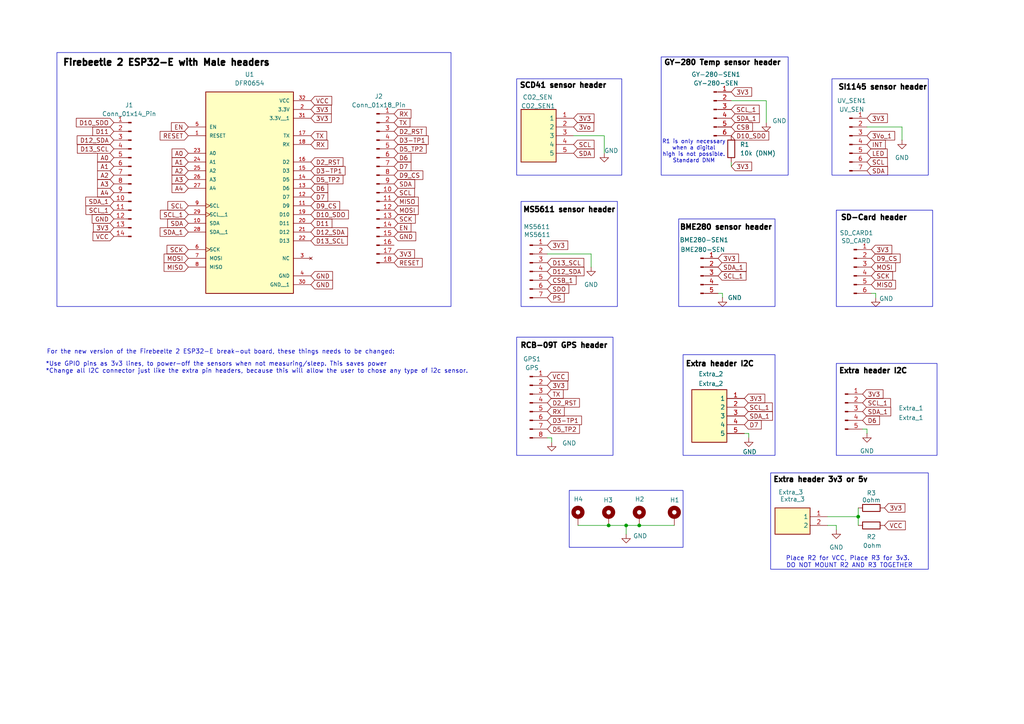
<source format=kicad_sch>
(kicad_sch
	(version 20231120)
	(generator "eeschema")
	(generator_version "8.0")
	(uuid "dee448d9-0b84-42b4-85c5-6905783eb34f")
	(paper "A4")
	(title_block
		(title "Schematic_Electronics_Payload_For_Sensor_Measurements")
		(date "2025-05-20")
		(rev "Rev_2")
		(company "RISE")
	)
	(lib_symbols
		(symbol "Connector:Conn_01x05_Pin"
			(pin_names
				(offset 1.016) hide)
			(exclude_from_sim no)
			(in_bom yes)
			(on_board yes)
			(property "Reference" "J"
				(at 0 7.62 0)
				(effects
					(font
						(size 1.27 1.27)
					)
				)
			)
			(property "Value" "Conn_01x05_Pin"
				(at 0 -7.62 0)
				(effects
					(font
						(size 1.27 1.27)
					)
				)
			)
			(property "Footprint" ""
				(at 0 0 0)
				(effects
					(font
						(size 1.27 1.27)
					)
					(hide yes)
				)
			)
			(property "Datasheet" "~"
				(at 0 0 0)
				(effects
					(font
						(size 1.27 1.27)
					)
					(hide yes)
				)
			)
			(property "Description" "Generic connector, single row, 01x05, script generated"
				(at 0 0 0)
				(effects
					(font
						(size 1.27 1.27)
					)
					(hide yes)
				)
			)
			(property "ki_locked" ""
				(at 0 0 0)
				(effects
					(font
						(size 1.27 1.27)
					)
				)
			)
			(property "ki_keywords" "connector"
				(at 0 0 0)
				(effects
					(font
						(size 1.27 1.27)
					)
					(hide yes)
				)
			)
			(property "ki_fp_filters" "Connector*:*_1x??_*"
				(at 0 0 0)
				(effects
					(font
						(size 1.27 1.27)
					)
					(hide yes)
				)
			)
			(symbol "Conn_01x05_Pin_1_1"
				(polyline
					(pts
						(xy 1.27 -5.08) (xy 0.8636 -5.08)
					)
					(stroke
						(width 0.1524)
						(type default)
					)
					(fill
						(type none)
					)
				)
				(polyline
					(pts
						(xy 1.27 -2.54) (xy 0.8636 -2.54)
					)
					(stroke
						(width 0.1524)
						(type default)
					)
					(fill
						(type none)
					)
				)
				(polyline
					(pts
						(xy 1.27 0) (xy 0.8636 0)
					)
					(stroke
						(width 0.1524)
						(type default)
					)
					(fill
						(type none)
					)
				)
				(polyline
					(pts
						(xy 1.27 2.54) (xy 0.8636 2.54)
					)
					(stroke
						(width 0.1524)
						(type default)
					)
					(fill
						(type none)
					)
				)
				(polyline
					(pts
						(xy 1.27 5.08) (xy 0.8636 5.08)
					)
					(stroke
						(width 0.1524)
						(type default)
					)
					(fill
						(type none)
					)
				)
				(rectangle
					(start 0.8636 -4.953)
					(end 0 -5.207)
					(stroke
						(width 0.1524)
						(type default)
					)
					(fill
						(type outline)
					)
				)
				(rectangle
					(start 0.8636 -2.413)
					(end 0 -2.667)
					(stroke
						(width 0.1524)
						(type default)
					)
					(fill
						(type outline)
					)
				)
				(rectangle
					(start 0.8636 0.127)
					(end 0 -0.127)
					(stroke
						(width 0.1524)
						(type default)
					)
					(fill
						(type outline)
					)
				)
				(rectangle
					(start 0.8636 2.667)
					(end 0 2.413)
					(stroke
						(width 0.1524)
						(type default)
					)
					(fill
						(type outline)
					)
				)
				(rectangle
					(start 0.8636 5.207)
					(end 0 4.953)
					(stroke
						(width 0.1524)
						(type default)
					)
					(fill
						(type outline)
					)
				)
				(pin passive line
					(at 5.08 5.08 180)
					(length 3.81)
					(name "Pin_1"
						(effects
							(font
								(size 1.27 1.27)
							)
						)
					)
					(number "1"
						(effects
							(font
								(size 1.27 1.27)
							)
						)
					)
				)
				(pin passive line
					(at 5.08 2.54 180)
					(length 3.81)
					(name "Pin_2"
						(effects
							(font
								(size 1.27 1.27)
							)
						)
					)
					(number "2"
						(effects
							(font
								(size 1.27 1.27)
							)
						)
					)
				)
				(pin passive line
					(at 5.08 0 180)
					(length 3.81)
					(name "Pin_3"
						(effects
							(font
								(size 1.27 1.27)
							)
						)
					)
					(number "3"
						(effects
							(font
								(size 1.27 1.27)
							)
						)
					)
				)
				(pin passive line
					(at 5.08 -2.54 180)
					(length 3.81)
					(name "Pin_4"
						(effects
							(font
								(size 1.27 1.27)
							)
						)
					)
					(number "4"
						(effects
							(font
								(size 1.27 1.27)
							)
						)
					)
				)
				(pin passive line
					(at 5.08 -5.08 180)
					(length 3.81)
					(name "Pin_5"
						(effects
							(font
								(size 1.27 1.27)
							)
						)
					)
					(number "5"
						(effects
							(font
								(size 1.27 1.27)
							)
						)
					)
				)
			)
		)
		(symbol "Connector:Conn_01x06_Pin"
			(pin_names
				(offset 1.016) hide)
			(exclude_from_sim no)
			(in_bom yes)
			(on_board yes)
			(property "Reference" "J"
				(at 0 7.62 0)
				(effects
					(font
						(size 1.27 1.27)
					)
				)
			)
			(property "Value" "Conn_01x06_Pin"
				(at 0 -10.16 0)
				(effects
					(font
						(size 1.27 1.27)
					)
				)
			)
			(property "Footprint" ""
				(at 0 0 0)
				(effects
					(font
						(size 1.27 1.27)
					)
					(hide yes)
				)
			)
			(property "Datasheet" "~"
				(at 0 0 0)
				(effects
					(font
						(size 1.27 1.27)
					)
					(hide yes)
				)
			)
			(property "Description" "Generic connector, single row, 01x06, script generated"
				(at 0 0 0)
				(effects
					(font
						(size 1.27 1.27)
					)
					(hide yes)
				)
			)
			(property "ki_locked" ""
				(at 0 0 0)
				(effects
					(font
						(size 1.27 1.27)
					)
				)
			)
			(property "ki_keywords" "connector"
				(at 0 0 0)
				(effects
					(font
						(size 1.27 1.27)
					)
					(hide yes)
				)
			)
			(property "ki_fp_filters" "Connector*:*_1x??_*"
				(at 0 0 0)
				(effects
					(font
						(size 1.27 1.27)
					)
					(hide yes)
				)
			)
			(symbol "Conn_01x06_Pin_1_1"
				(polyline
					(pts
						(xy 1.27 -7.62) (xy 0.8636 -7.62)
					)
					(stroke
						(width 0.1524)
						(type default)
					)
					(fill
						(type none)
					)
				)
				(polyline
					(pts
						(xy 1.27 -5.08) (xy 0.8636 -5.08)
					)
					(stroke
						(width 0.1524)
						(type default)
					)
					(fill
						(type none)
					)
				)
				(polyline
					(pts
						(xy 1.27 -2.54) (xy 0.8636 -2.54)
					)
					(stroke
						(width 0.1524)
						(type default)
					)
					(fill
						(type none)
					)
				)
				(polyline
					(pts
						(xy 1.27 0) (xy 0.8636 0)
					)
					(stroke
						(width 0.1524)
						(type default)
					)
					(fill
						(type none)
					)
				)
				(polyline
					(pts
						(xy 1.27 2.54) (xy 0.8636 2.54)
					)
					(stroke
						(width 0.1524)
						(type default)
					)
					(fill
						(type none)
					)
				)
				(polyline
					(pts
						(xy 1.27 5.08) (xy 0.8636 5.08)
					)
					(stroke
						(width 0.1524)
						(type default)
					)
					(fill
						(type none)
					)
				)
				(rectangle
					(start 0.8636 -7.493)
					(end 0 -7.747)
					(stroke
						(width 0.1524)
						(type default)
					)
					(fill
						(type outline)
					)
				)
				(rectangle
					(start 0.8636 -4.953)
					(end 0 -5.207)
					(stroke
						(width 0.1524)
						(type default)
					)
					(fill
						(type outline)
					)
				)
				(rectangle
					(start 0.8636 -2.413)
					(end 0 -2.667)
					(stroke
						(width 0.1524)
						(type default)
					)
					(fill
						(type outline)
					)
				)
				(rectangle
					(start 0.8636 0.127)
					(end 0 -0.127)
					(stroke
						(width 0.1524)
						(type default)
					)
					(fill
						(type outline)
					)
				)
				(rectangle
					(start 0.8636 2.667)
					(end 0 2.413)
					(stroke
						(width 0.1524)
						(type default)
					)
					(fill
						(type outline)
					)
				)
				(rectangle
					(start 0.8636 5.207)
					(end 0 4.953)
					(stroke
						(width 0.1524)
						(type default)
					)
					(fill
						(type outline)
					)
				)
				(pin passive line
					(at 5.08 5.08 180)
					(length 3.81)
					(name "Pin_1"
						(effects
							(font
								(size 1.27 1.27)
							)
						)
					)
					(number "1"
						(effects
							(font
								(size 1.27 1.27)
							)
						)
					)
				)
				(pin passive line
					(at 5.08 2.54 180)
					(length 3.81)
					(name "Pin_2"
						(effects
							(font
								(size 1.27 1.27)
							)
						)
					)
					(number "2"
						(effects
							(font
								(size 1.27 1.27)
							)
						)
					)
				)
				(pin passive line
					(at 5.08 0 180)
					(length 3.81)
					(name "Pin_3"
						(effects
							(font
								(size 1.27 1.27)
							)
						)
					)
					(number "3"
						(effects
							(font
								(size 1.27 1.27)
							)
						)
					)
				)
				(pin passive line
					(at 5.08 -2.54 180)
					(length 3.81)
					(name "Pin_4"
						(effects
							(font
								(size 1.27 1.27)
							)
						)
					)
					(number "4"
						(effects
							(font
								(size 1.27 1.27)
							)
						)
					)
				)
				(pin passive line
					(at 5.08 -5.08 180)
					(length 3.81)
					(name "Pin_5"
						(effects
							(font
								(size 1.27 1.27)
							)
						)
					)
					(number "5"
						(effects
							(font
								(size 1.27 1.27)
							)
						)
					)
				)
				(pin passive line
					(at 5.08 -7.62 180)
					(length 3.81)
					(name "Pin_6"
						(effects
							(font
								(size 1.27 1.27)
							)
						)
					)
					(number "6"
						(effects
							(font
								(size 1.27 1.27)
							)
						)
					)
				)
			)
		)
		(symbol "Connector:Conn_01x07_Pin"
			(pin_names
				(offset 1.016) hide)
			(exclude_from_sim no)
			(in_bom yes)
			(on_board yes)
			(property "Reference" "J"
				(at 0 10.16 0)
				(effects
					(font
						(size 1.27 1.27)
					)
				)
			)
			(property "Value" "Conn_01x07_Pin"
				(at 0 -10.16 0)
				(effects
					(font
						(size 1.27 1.27)
					)
				)
			)
			(property "Footprint" ""
				(at 0 0 0)
				(effects
					(font
						(size 1.27 1.27)
					)
					(hide yes)
				)
			)
			(property "Datasheet" "~"
				(at 0 0 0)
				(effects
					(font
						(size 1.27 1.27)
					)
					(hide yes)
				)
			)
			(property "Description" "Generic connector, single row, 01x07, script generated"
				(at 0 0 0)
				(effects
					(font
						(size 1.27 1.27)
					)
					(hide yes)
				)
			)
			(property "ki_locked" ""
				(at 0 0 0)
				(effects
					(font
						(size 1.27 1.27)
					)
				)
			)
			(property "ki_keywords" "connector"
				(at 0 0 0)
				(effects
					(font
						(size 1.27 1.27)
					)
					(hide yes)
				)
			)
			(property "ki_fp_filters" "Connector*:*_1x??_*"
				(at 0 0 0)
				(effects
					(font
						(size 1.27 1.27)
					)
					(hide yes)
				)
			)
			(symbol "Conn_01x07_Pin_1_1"
				(polyline
					(pts
						(xy 1.27 -7.62) (xy 0.8636 -7.62)
					)
					(stroke
						(width 0.1524)
						(type default)
					)
					(fill
						(type none)
					)
				)
				(polyline
					(pts
						(xy 1.27 -5.08) (xy 0.8636 -5.08)
					)
					(stroke
						(width 0.1524)
						(type default)
					)
					(fill
						(type none)
					)
				)
				(polyline
					(pts
						(xy 1.27 -2.54) (xy 0.8636 -2.54)
					)
					(stroke
						(width 0.1524)
						(type default)
					)
					(fill
						(type none)
					)
				)
				(polyline
					(pts
						(xy 1.27 0) (xy 0.8636 0)
					)
					(stroke
						(width 0.1524)
						(type default)
					)
					(fill
						(type none)
					)
				)
				(polyline
					(pts
						(xy 1.27 2.54) (xy 0.8636 2.54)
					)
					(stroke
						(width 0.1524)
						(type default)
					)
					(fill
						(type none)
					)
				)
				(polyline
					(pts
						(xy 1.27 5.08) (xy 0.8636 5.08)
					)
					(stroke
						(width 0.1524)
						(type default)
					)
					(fill
						(type none)
					)
				)
				(polyline
					(pts
						(xy 1.27 7.62) (xy 0.8636 7.62)
					)
					(stroke
						(width 0.1524)
						(type default)
					)
					(fill
						(type none)
					)
				)
				(rectangle
					(start 0.8636 -7.493)
					(end 0 -7.747)
					(stroke
						(width 0.1524)
						(type default)
					)
					(fill
						(type outline)
					)
				)
				(rectangle
					(start 0.8636 -4.953)
					(end 0 -5.207)
					(stroke
						(width 0.1524)
						(type default)
					)
					(fill
						(type outline)
					)
				)
				(rectangle
					(start 0.8636 -2.413)
					(end 0 -2.667)
					(stroke
						(width 0.1524)
						(type default)
					)
					(fill
						(type outline)
					)
				)
				(rectangle
					(start 0.8636 0.127)
					(end 0 -0.127)
					(stroke
						(width 0.1524)
						(type default)
					)
					(fill
						(type outline)
					)
				)
				(rectangle
					(start 0.8636 2.667)
					(end 0 2.413)
					(stroke
						(width 0.1524)
						(type default)
					)
					(fill
						(type outline)
					)
				)
				(rectangle
					(start 0.8636 5.207)
					(end 0 4.953)
					(stroke
						(width 0.1524)
						(type default)
					)
					(fill
						(type outline)
					)
				)
				(rectangle
					(start 0.8636 7.747)
					(end 0 7.493)
					(stroke
						(width 0.1524)
						(type default)
					)
					(fill
						(type outline)
					)
				)
				(pin passive line
					(at 5.08 7.62 180)
					(length 3.81)
					(name "Pin_1"
						(effects
							(font
								(size 1.27 1.27)
							)
						)
					)
					(number "1"
						(effects
							(font
								(size 1.27 1.27)
							)
						)
					)
				)
				(pin passive line
					(at 5.08 5.08 180)
					(length 3.81)
					(name "Pin_2"
						(effects
							(font
								(size 1.27 1.27)
							)
						)
					)
					(number "2"
						(effects
							(font
								(size 1.27 1.27)
							)
						)
					)
				)
				(pin passive line
					(at 5.08 2.54 180)
					(length 3.81)
					(name "Pin_3"
						(effects
							(font
								(size 1.27 1.27)
							)
						)
					)
					(number "3"
						(effects
							(font
								(size 1.27 1.27)
							)
						)
					)
				)
				(pin passive line
					(at 5.08 0 180)
					(length 3.81)
					(name "Pin_4"
						(effects
							(font
								(size 1.27 1.27)
							)
						)
					)
					(number "4"
						(effects
							(font
								(size 1.27 1.27)
							)
						)
					)
				)
				(pin passive line
					(at 5.08 -2.54 180)
					(length 3.81)
					(name "Pin_5"
						(effects
							(font
								(size 1.27 1.27)
							)
						)
					)
					(number "5"
						(effects
							(font
								(size 1.27 1.27)
							)
						)
					)
				)
				(pin passive line
					(at 5.08 -5.08 180)
					(length 3.81)
					(name "Pin_6"
						(effects
							(font
								(size 1.27 1.27)
							)
						)
					)
					(number "6"
						(effects
							(font
								(size 1.27 1.27)
							)
						)
					)
				)
				(pin passive line
					(at 5.08 -7.62 180)
					(length 3.81)
					(name "Pin_7"
						(effects
							(font
								(size 1.27 1.27)
							)
						)
					)
					(number "7"
						(effects
							(font
								(size 1.27 1.27)
							)
						)
					)
				)
			)
		)
		(symbol "Connector:Conn_01x08_Pin"
			(pin_names
				(offset 1.016) hide)
			(exclude_from_sim no)
			(in_bom yes)
			(on_board yes)
			(property "Reference" "J"
				(at 0 10.16 0)
				(effects
					(font
						(size 1.27 1.27)
					)
				)
			)
			(property "Value" "Conn_01x08_Pin"
				(at 0 -12.7 0)
				(effects
					(font
						(size 1.27 1.27)
					)
				)
			)
			(property "Footprint" ""
				(at 0 0 0)
				(effects
					(font
						(size 1.27 1.27)
					)
					(hide yes)
				)
			)
			(property "Datasheet" "~"
				(at 0 0 0)
				(effects
					(font
						(size 1.27 1.27)
					)
					(hide yes)
				)
			)
			(property "Description" "Generic connector, single row, 01x08, script generated"
				(at 0 0 0)
				(effects
					(font
						(size 1.27 1.27)
					)
					(hide yes)
				)
			)
			(property "ki_locked" ""
				(at 0 0 0)
				(effects
					(font
						(size 1.27 1.27)
					)
				)
			)
			(property "ki_keywords" "connector"
				(at 0 0 0)
				(effects
					(font
						(size 1.27 1.27)
					)
					(hide yes)
				)
			)
			(property "ki_fp_filters" "Connector*:*_1x??_*"
				(at 0 0 0)
				(effects
					(font
						(size 1.27 1.27)
					)
					(hide yes)
				)
			)
			(symbol "Conn_01x08_Pin_1_1"
				(polyline
					(pts
						(xy 1.27 -10.16) (xy 0.8636 -10.16)
					)
					(stroke
						(width 0.1524)
						(type default)
					)
					(fill
						(type none)
					)
				)
				(polyline
					(pts
						(xy 1.27 -7.62) (xy 0.8636 -7.62)
					)
					(stroke
						(width 0.1524)
						(type default)
					)
					(fill
						(type none)
					)
				)
				(polyline
					(pts
						(xy 1.27 -5.08) (xy 0.8636 -5.08)
					)
					(stroke
						(width 0.1524)
						(type default)
					)
					(fill
						(type none)
					)
				)
				(polyline
					(pts
						(xy 1.27 -2.54) (xy 0.8636 -2.54)
					)
					(stroke
						(width 0.1524)
						(type default)
					)
					(fill
						(type none)
					)
				)
				(polyline
					(pts
						(xy 1.27 0) (xy 0.8636 0)
					)
					(stroke
						(width 0.1524)
						(type default)
					)
					(fill
						(type none)
					)
				)
				(polyline
					(pts
						(xy 1.27 2.54) (xy 0.8636 2.54)
					)
					(stroke
						(width 0.1524)
						(type default)
					)
					(fill
						(type none)
					)
				)
				(polyline
					(pts
						(xy 1.27 5.08) (xy 0.8636 5.08)
					)
					(stroke
						(width 0.1524)
						(type default)
					)
					(fill
						(type none)
					)
				)
				(polyline
					(pts
						(xy 1.27 7.62) (xy 0.8636 7.62)
					)
					(stroke
						(width 0.1524)
						(type default)
					)
					(fill
						(type none)
					)
				)
				(rectangle
					(start 0.8636 -10.033)
					(end 0 -10.287)
					(stroke
						(width 0.1524)
						(type default)
					)
					(fill
						(type outline)
					)
				)
				(rectangle
					(start 0.8636 -7.493)
					(end 0 -7.747)
					(stroke
						(width 0.1524)
						(type default)
					)
					(fill
						(type outline)
					)
				)
				(rectangle
					(start 0.8636 -4.953)
					(end 0 -5.207)
					(stroke
						(width 0.1524)
						(type default)
					)
					(fill
						(type outline)
					)
				)
				(rectangle
					(start 0.8636 -2.413)
					(end 0 -2.667)
					(stroke
						(width 0.1524)
						(type default)
					)
					(fill
						(type outline)
					)
				)
				(rectangle
					(start 0.8636 0.127)
					(end 0 -0.127)
					(stroke
						(width 0.1524)
						(type default)
					)
					(fill
						(type outline)
					)
				)
				(rectangle
					(start 0.8636 2.667)
					(end 0 2.413)
					(stroke
						(width 0.1524)
						(type default)
					)
					(fill
						(type outline)
					)
				)
				(rectangle
					(start 0.8636 5.207)
					(end 0 4.953)
					(stroke
						(width 0.1524)
						(type default)
					)
					(fill
						(type outline)
					)
				)
				(rectangle
					(start 0.8636 7.747)
					(end 0 7.493)
					(stroke
						(width 0.1524)
						(type default)
					)
					(fill
						(type outline)
					)
				)
				(pin passive line
					(at 5.08 7.62 180)
					(length 3.81)
					(name "Pin_1"
						(effects
							(font
								(size 1.27 1.27)
							)
						)
					)
					(number "1"
						(effects
							(font
								(size 1.27 1.27)
							)
						)
					)
				)
				(pin passive line
					(at 5.08 5.08 180)
					(length 3.81)
					(name "Pin_2"
						(effects
							(font
								(size 1.27 1.27)
							)
						)
					)
					(number "2"
						(effects
							(font
								(size 1.27 1.27)
							)
						)
					)
				)
				(pin passive line
					(at 5.08 2.54 180)
					(length 3.81)
					(name "Pin_3"
						(effects
							(font
								(size 1.27 1.27)
							)
						)
					)
					(number "3"
						(effects
							(font
								(size 1.27 1.27)
							)
						)
					)
				)
				(pin passive line
					(at 5.08 0 180)
					(length 3.81)
					(name "Pin_4"
						(effects
							(font
								(size 1.27 1.27)
							)
						)
					)
					(number "4"
						(effects
							(font
								(size 1.27 1.27)
							)
						)
					)
				)
				(pin passive line
					(at 5.08 -2.54 180)
					(length 3.81)
					(name "Pin_5"
						(effects
							(font
								(size 1.27 1.27)
							)
						)
					)
					(number "5"
						(effects
							(font
								(size 1.27 1.27)
							)
						)
					)
				)
				(pin passive line
					(at 5.08 -5.08 180)
					(length 3.81)
					(name "Pin_6"
						(effects
							(font
								(size 1.27 1.27)
							)
						)
					)
					(number "6"
						(effects
							(font
								(size 1.27 1.27)
							)
						)
					)
				)
				(pin passive line
					(at 5.08 -7.62 180)
					(length 3.81)
					(name "Pin_7"
						(effects
							(font
								(size 1.27 1.27)
							)
						)
					)
					(number "7"
						(effects
							(font
								(size 1.27 1.27)
							)
						)
					)
				)
				(pin passive line
					(at 5.08 -10.16 180)
					(length 3.81)
					(name "Pin_8"
						(effects
							(font
								(size 1.27 1.27)
							)
						)
					)
					(number "8"
						(effects
							(font
								(size 1.27 1.27)
							)
						)
					)
				)
			)
		)
		(symbol "Connector:Conn_01x14_Pin"
			(pin_names
				(offset 1.016) hide)
			(exclude_from_sim no)
			(in_bom yes)
			(on_board yes)
			(property "Reference" "J"
				(at 0 17.78 0)
				(effects
					(font
						(size 1.27 1.27)
					)
				)
			)
			(property "Value" "Conn_01x14_Pin"
				(at 0 -20.32 0)
				(effects
					(font
						(size 1.27 1.27)
					)
				)
			)
			(property "Footprint" ""
				(at 0 0 0)
				(effects
					(font
						(size 1.27 1.27)
					)
					(hide yes)
				)
			)
			(property "Datasheet" "~"
				(at 0 0 0)
				(effects
					(font
						(size 1.27 1.27)
					)
					(hide yes)
				)
			)
			(property "Description" "Generic connector, single row, 01x14, script generated"
				(at 0 0 0)
				(effects
					(font
						(size 1.27 1.27)
					)
					(hide yes)
				)
			)
			(property "ki_locked" ""
				(at 0 0 0)
				(effects
					(font
						(size 1.27 1.27)
					)
				)
			)
			(property "ki_keywords" "connector"
				(at 0 0 0)
				(effects
					(font
						(size 1.27 1.27)
					)
					(hide yes)
				)
			)
			(property "ki_fp_filters" "Connector*:*_1x??_*"
				(at 0 0 0)
				(effects
					(font
						(size 1.27 1.27)
					)
					(hide yes)
				)
			)
			(symbol "Conn_01x14_Pin_1_1"
				(polyline
					(pts
						(xy 1.27 -17.78) (xy 0.8636 -17.78)
					)
					(stroke
						(width 0.1524)
						(type default)
					)
					(fill
						(type none)
					)
				)
				(polyline
					(pts
						(xy 1.27 -15.24) (xy 0.8636 -15.24)
					)
					(stroke
						(width 0.1524)
						(type default)
					)
					(fill
						(type none)
					)
				)
				(polyline
					(pts
						(xy 1.27 -12.7) (xy 0.8636 -12.7)
					)
					(stroke
						(width 0.1524)
						(type default)
					)
					(fill
						(type none)
					)
				)
				(polyline
					(pts
						(xy 1.27 -10.16) (xy 0.8636 -10.16)
					)
					(stroke
						(width 0.1524)
						(type default)
					)
					(fill
						(type none)
					)
				)
				(polyline
					(pts
						(xy 1.27 -7.62) (xy 0.8636 -7.62)
					)
					(stroke
						(width 0.1524)
						(type default)
					)
					(fill
						(type none)
					)
				)
				(polyline
					(pts
						(xy 1.27 -5.08) (xy 0.8636 -5.08)
					)
					(stroke
						(width 0.1524)
						(type default)
					)
					(fill
						(type none)
					)
				)
				(polyline
					(pts
						(xy 1.27 -2.54) (xy 0.8636 -2.54)
					)
					(stroke
						(width 0.1524)
						(type default)
					)
					(fill
						(type none)
					)
				)
				(polyline
					(pts
						(xy 1.27 0) (xy 0.8636 0)
					)
					(stroke
						(width 0.1524)
						(type default)
					)
					(fill
						(type none)
					)
				)
				(polyline
					(pts
						(xy 1.27 2.54) (xy 0.8636 2.54)
					)
					(stroke
						(width 0.1524)
						(type default)
					)
					(fill
						(type none)
					)
				)
				(polyline
					(pts
						(xy 1.27 5.08) (xy 0.8636 5.08)
					)
					(stroke
						(width 0.1524)
						(type default)
					)
					(fill
						(type none)
					)
				)
				(polyline
					(pts
						(xy 1.27 7.62) (xy 0.8636 7.62)
					)
					(stroke
						(width 0.1524)
						(type default)
					)
					(fill
						(type none)
					)
				)
				(polyline
					(pts
						(xy 1.27 10.16) (xy 0.8636 10.16)
					)
					(stroke
						(width 0.1524)
						(type default)
					)
					(fill
						(type none)
					)
				)
				(polyline
					(pts
						(xy 1.27 12.7) (xy 0.8636 12.7)
					)
					(stroke
						(width 0.1524)
						(type default)
					)
					(fill
						(type none)
					)
				)
				(polyline
					(pts
						(xy 1.27 15.24) (xy 0.8636 15.24)
					)
					(stroke
						(width 0.1524)
						(type default)
					)
					(fill
						(type none)
					)
				)
				(rectangle
					(start 0.8636 -17.653)
					(end 0 -17.907)
					(stroke
						(width 0.1524)
						(type default)
					)
					(fill
						(type outline)
					)
				)
				(rectangle
					(start 0.8636 -15.113)
					(end 0 -15.367)
					(stroke
						(width 0.1524)
						(type default)
					)
					(fill
						(type outline)
					)
				)
				(rectangle
					(start 0.8636 -12.573)
					(end 0 -12.827)
					(stroke
						(width 0.1524)
						(type default)
					)
					(fill
						(type outline)
					)
				)
				(rectangle
					(start 0.8636 -10.033)
					(end 0 -10.287)
					(stroke
						(width 0.1524)
						(type default)
					)
					(fill
						(type outline)
					)
				)
				(rectangle
					(start 0.8636 -7.493)
					(end 0 -7.747)
					(stroke
						(width 0.1524)
						(type default)
					)
					(fill
						(type outline)
					)
				)
				(rectangle
					(start 0.8636 -4.953)
					(end 0 -5.207)
					(stroke
						(width 0.1524)
						(type default)
					)
					(fill
						(type outline)
					)
				)
				(rectangle
					(start 0.8636 -2.413)
					(end 0 -2.667)
					(stroke
						(width 0.1524)
						(type default)
					)
					(fill
						(type outline)
					)
				)
				(rectangle
					(start 0.8636 0.127)
					(end 0 -0.127)
					(stroke
						(width 0.1524)
						(type default)
					)
					(fill
						(type outline)
					)
				)
				(rectangle
					(start 0.8636 2.667)
					(end 0 2.413)
					(stroke
						(width 0.1524)
						(type default)
					)
					(fill
						(type outline)
					)
				)
				(rectangle
					(start 0.8636 5.207)
					(end 0 4.953)
					(stroke
						(width 0.1524)
						(type default)
					)
					(fill
						(type outline)
					)
				)
				(rectangle
					(start 0.8636 7.747)
					(end 0 7.493)
					(stroke
						(width 0.1524)
						(type default)
					)
					(fill
						(type outline)
					)
				)
				(rectangle
					(start 0.8636 10.287)
					(end 0 10.033)
					(stroke
						(width 0.1524)
						(type default)
					)
					(fill
						(type outline)
					)
				)
				(rectangle
					(start 0.8636 12.827)
					(end 0 12.573)
					(stroke
						(width 0.1524)
						(type default)
					)
					(fill
						(type outline)
					)
				)
				(rectangle
					(start 0.8636 15.367)
					(end 0 15.113)
					(stroke
						(width 0.1524)
						(type default)
					)
					(fill
						(type outline)
					)
				)
				(pin passive line
					(at 5.08 15.24 180)
					(length 3.81)
					(name "Pin_1"
						(effects
							(font
								(size 1.27 1.27)
							)
						)
					)
					(number "1"
						(effects
							(font
								(size 1.27 1.27)
							)
						)
					)
				)
				(pin passive line
					(at 5.08 -7.62 180)
					(length 3.81)
					(name "Pin_10"
						(effects
							(font
								(size 1.27 1.27)
							)
						)
					)
					(number "10"
						(effects
							(font
								(size 1.27 1.27)
							)
						)
					)
				)
				(pin passive line
					(at 5.08 -10.16 180)
					(length 3.81)
					(name "Pin_11"
						(effects
							(font
								(size 1.27 1.27)
							)
						)
					)
					(number "11"
						(effects
							(font
								(size 1.27 1.27)
							)
						)
					)
				)
				(pin passive line
					(at 5.08 -12.7 180)
					(length 3.81)
					(name "Pin_12"
						(effects
							(font
								(size 1.27 1.27)
							)
						)
					)
					(number "12"
						(effects
							(font
								(size 1.27 1.27)
							)
						)
					)
				)
				(pin passive line
					(at 5.08 -15.24 180)
					(length 3.81)
					(name "Pin_13"
						(effects
							(font
								(size 1.27 1.27)
							)
						)
					)
					(number "13"
						(effects
							(font
								(size 1.27 1.27)
							)
						)
					)
				)
				(pin passive line
					(at 5.08 -17.78 180)
					(length 3.81)
					(name "Pin_14"
						(effects
							(font
								(size 1.27 1.27)
							)
						)
					)
					(number "14"
						(effects
							(font
								(size 1.27 1.27)
							)
						)
					)
				)
				(pin passive line
					(at 5.08 12.7 180)
					(length 3.81)
					(name "Pin_2"
						(effects
							(font
								(size 1.27 1.27)
							)
						)
					)
					(number "2"
						(effects
							(font
								(size 1.27 1.27)
							)
						)
					)
				)
				(pin passive line
					(at 5.08 10.16 180)
					(length 3.81)
					(name "Pin_3"
						(effects
							(font
								(size 1.27 1.27)
							)
						)
					)
					(number "3"
						(effects
							(font
								(size 1.27 1.27)
							)
						)
					)
				)
				(pin passive line
					(at 5.08 7.62 180)
					(length 3.81)
					(name "Pin_4"
						(effects
							(font
								(size 1.27 1.27)
							)
						)
					)
					(number "4"
						(effects
							(font
								(size 1.27 1.27)
							)
						)
					)
				)
				(pin passive line
					(at 5.08 5.08 180)
					(length 3.81)
					(name "Pin_5"
						(effects
							(font
								(size 1.27 1.27)
							)
						)
					)
					(number "5"
						(effects
							(font
								(size 1.27 1.27)
							)
						)
					)
				)
				(pin passive line
					(at 5.08 2.54 180)
					(length 3.81)
					(name "Pin_6"
						(effects
							(font
								(size 1.27 1.27)
							)
						)
					)
					(number "6"
						(effects
							(font
								(size 1.27 1.27)
							)
						)
					)
				)
				(pin passive line
					(at 5.08 0 180)
					(length 3.81)
					(name "Pin_7"
						(effects
							(font
								(size 1.27 1.27)
							)
						)
					)
					(number "7"
						(effects
							(font
								(size 1.27 1.27)
							)
						)
					)
				)
				(pin passive line
					(at 5.08 -2.54 180)
					(length 3.81)
					(name "Pin_8"
						(effects
							(font
								(size 1.27 1.27)
							)
						)
					)
					(number "8"
						(effects
							(font
								(size 1.27 1.27)
							)
						)
					)
				)
				(pin passive line
					(at 5.08 -5.08 180)
					(length 3.81)
					(name "Pin_9"
						(effects
							(font
								(size 1.27 1.27)
							)
						)
					)
					(number "9"
						(effects
							(font
								(size 1.27 1.27)
							)
						)
					)
				)
			)
		)
		(symbol "Connector:Conn_01x18_Pin"
			(pin_names
				(offset 1.016) hide)
			(exclude_from_sim no)
			(in_bom yes)
			(on_board yes)
			(property "Reference" "J"
				(at 0 22.86 0)
				(effects
					(font
						(size 1.27 1.27)
					)
				)
			)
			(property "Value" "Conn_01x18_Pin"
				(at 0 -25.4 0)
				(effects
					(font
						(size 1.27 1.27)
					)
				)
			)
			(property "Footprint" ""
				(at 0 0 0)
				(effects
					(font
						(size 1.27 1.27)
					)
					(hide yes)
				)
			)
			(property "Datasheet" "~"
				(at 0 0 0)
				(effects
					(font
						(size 1.27 1.27)
					)
					(hide yes)
				)
			)
			(property "Description" "Generic connector, single row, 01x18, script generated"
				(at 0 0 0)
				(effects
					(font
						(size 1.27 1.27)
					)
					(hide yes)
				)
			)
			(property "ki_locked" ""
				(at 0 0 0)
				(effects
					(font
						(size 1.27 1.27)
					)
				)
			)
			(property "ki_keywords" "connector"
				(at 0 0 0)
				(effects
					(font
						(size 1.27 1.27)
					)
					(hide yes)
				)
			)
			(property "ki_fp_filters" "Connector*:*_1x??_*"
				(at 0 0 0)
				(effects
					(font
						(size 1.27 1.27)
					)
					(hide yes)
				)
			)
			(symbol "Conn_01x18_Pin_1_1"
				(polyline
					(pts
						(xy 1.27 -22.86) (xy 0.8636 -22.86)
					)
					(stroke
						(width 0.1524)
						(type default)
					)
					(fill
						(type none)
					)
				)
				(polyline
					(pts
						(xy 1.27 -20.32) (xy 0.8636 -20.32)
					)
					(stroke
						(width 0.1524)
						(type default)
					)
					(fill
						(type none)
					)
				)
				(polyline
					(pts
						(xy 1.27 -17.78) (xy 0.8636 -17.78)
					)
					(stroke
						(width 0.1524)
						(type default)
					)
					(fill
						(type none)
					)
				)
				(polyline
					(pts
						(xy 1.27 -15.24) (xy 0.8636 -15.24)
					)
					(stroke
						(width 0.1524)
						(type default)
					)
					(fill
						(type none)
					)
				)
				(polyline
					(pts
						(xy 1.27 -12.7) (xy 0.8636 -12.7)
					)
					(stroke
						(width 0.1524)
						(type default)
					)
					(fill
						(type none)
					)
				)
				(polyline
					(pts
						(xy 1.27 -10.16) (xy 0.8636 -10.16)
					)
					(stroke
						(width 0.1524)
						(type default)
					)
					(fill
						(type none)
					)
				)
				(polyline
					(pts
						(xy 1.27 -7.62) (xy 0.8636 -7.62)
					)
					(stroke
						(width 0.1524)
						(type default)
					)
					(fill
						(type none)
					)
				)
				(polyline
					(pts
						(xy 1.27 -5.08) (xy 0.8636 -5.08)
					)
					(stroke
						(width 0.1524)
						(type default)
					)
					(fill
						(type none)
					)
				)
				(polyline
					(pts
						(xy 1.27 -2.54) (xy 0.8636 -2.54)
					)
					(stroke
						(width 0.1524)
						(type default)
					)
					(fill
						(type none)
					)
				)
				(polyline
					(pts
						(xy 1.27 0) (xy 0.8636 0)
					)
					(stroke
						(width 0.1524)
						(type default)
					)
					(fill
						(type none)
					)
				)
				(polyline
					(pts
						(xy 1.27 2.54) (xy 0.8636 2.54)
					)
					(stroke
						(width 0.1524)
						(type default)
					)
					(fill
						(type none)
					)
				)
				(polyline
					(pts
						(xy 1.27 5.08) (xy 0.8636 5.08)
					)
					(stroke
						(width 0.1524)
						(type default)
					)
					(fill
						(type none)
					)
				)
				(polyline
					(pts
						(xy 1.27 7.62) (xy 0.8636 7.62)
					)
					(stroke
						(width 0.1524)
						(type default)
					)
					(fill
						(type none)
					)
				)
				(polyline
					(pts
						(xy 1.27 10.16) (xy 0.8636 10.16)
					)
					(stroke
						(width 0.1524)
						(type default)
					)
					(fill
						(type none)
					)
				)
				(polyline
					(pts
						(xy 1.27 12.7) (xy 0.8636 12.7)
					)
					(stroke
						(width 0.1524)
						(type default)
					)
					(fill
						(type none)
					)
				)
				(polyline
					(pts
						(xy 1.27 15.24) (xy 0.8636 15.24)
					)
					(stroke
						(width 0.1524)
						(type default)
					)
					(fill
						(type none)
					)
				)
				(polyline
					(pts
						(xy 1.27 17.78) (xy 0.8636 17.78)
					)
					(stroke
						(width 0.1524)
						(type default)
					)
					(fill
						(type none)
					)
				)
				(polyline
					(pts
						(xy 1.27 20.32) (xy 0.8636 20.32)
					)
					(stroke
						(width 0.1524)
						(type default)
					)
					(fill
						(type none)
					)
				)
				(rectangle
					(start 0.8636 -22.733)
					(end 0 -22.987)
					(stroke
						(width 0.1524)
						(type default)
					)
					(fill
						(type outline)
					)
				)
				(rectangle
					(start 0.8636 -20.193)
					(end 0 -20.447)
					(stroke
						(width 0.1524)
						(type default)
					)
					(fill
						(type outline)
					)
				)
				(rectangle
					(start 0.8636 -17.653)
					(end 0 -17.907)
					(stroke
						(width 0.1524)
						(type default)
					)
					(fill
						(type outline)
					)
				)
				(rectangle
					(start 0.8636 -15.113)
					(end 0 -15.367)
					(stroke
						(width 0.1524)
						(type default)
					)
					(fill
						(type outline)
					)
				)
				(rectangle
					(start 0.8636 -12.573)
					(end 0 -12.827)
					(stroke
						(width 0.1524)
						(type default)
					)
					(fill
						(type outline)
					)
				)
				(rectangle
					(start 0.8636 -10.033)
					(end 0 -10.287)
					(stroke
						(width 0.1524)
						(type default)
					)
					(fill
						(type outline)
					)
				)
				(rectangle
					(start 0.8636 -7.493)
					(end 0 -7.747)
					(stroke
						(width 0.1524)
						(type default)
					)
					(fill
						(type outline)
					)
				)
				(rectangle
					(start 0.8636 -4.953)
					(end 0 -5.207)
					(stroke
						(width 0.1524)
						(type default)
					)
					(fill
						(type outline)
					)
				)
				(rectangle
					(start 0.8636 -2.413)
					(end 0 -2.667)
					(stroke
						(width 0.1524)
						(type default)
					)
					(fill
						(type outline)
					)
				)
				(rectangle
					(start 0.8636 0.127)
					(end 0 -0.127)
					(stroke
						(width 0.1524)
						(type default)
					)
					(fill
						(type outline)
					)
				)
				(rectangle
					(start 0.8636 2.667)
					(end 0 2.413)
					(stroke
						(width 0.1524)
						(type default)
					)
					(fill
						(type outline)
					)
				)
				(rectangle
					(start 0.8636 5.207)
					(end 0 4.953)
					(stroke
						(width 0.1524)
						(type default)
					)
					(fill
						(type outline)
					)
				)
				(rectangle
					(start 0.8636 7.747)
					(end 0 7.493)
					(stroke
						(width 0.1524)
						(type default)
					)
					(fill
						(type outline)
					)
				)
				(rectangle
					(start 0.8636 10.287)
					(end 0 10.033)
					(stroke
						(width 0.1524)
						(type default)
					)
					(fill
						(type outline)
					)
				)
				(rectangle
					(start 0.8636 12.827)
					(end 0 12.573)
					(stroke
						(width 0.1524)
						(type default)
					)
					(fill
						(type outline)
					)
				)
				(rectangle
					(start 0.8636 15.367)
					(end 0 15.113)
					(stroke
						(width 0.1524)
						(type default)
					)
					(fill
						(type outline)
					)
				)
				(rectangle
					(start 0.8636 17.907)
					(end 0 17.653)
					(stroke
						(width 0.1524)
						(type default)
					)
					(fill
						(type outline)
					)
				)
				(rectangle
					(start 0.8636 20.447)
					(end 0 20.193)
					(stroke
						(width 0.1524)
						(type default)
					)
					(fill
						(type outline)
					)
				)
				(pin passive line
					(at 5.08 20.32 180)
					(length 3.81)
					(name "Pin_1"
						(effects
							(font
								(size 1.27 1.27)
							)
						)
					)
					(number "1"
						(effects
							(font
								(size 1.27 1.27)
							)
						)
					)
				)
				(pin passive line
					(at 5.08 -2.54 180)
					(length 3.81)
					(name "Pin_10"
						(effects
							(font
								(size 1.27 1.27)
							)
						)
					)
					(number "10"
						(effects
							(font
								(size 1.27 1.27)
							)
						)
					)
				)
				(pin passive line
					(at 5.08 -5.08 180)
					(length 3.81)
					(name "Pin_11"
						(effects
							(font
								(size 1.27 1.27)
							)
						)
					)
					(number "11"
						(effects
							(font
								(size 1.27 1.27)
							)
						)
					)
				)
				(pin passive line
					(at 5.08 -7.62 180)
					(length 3.81)
					(name "Pin_12"
						(effects
							(font
								(size 1.27 1.27)
							)
						)
					)
					(number "12"
						(effects
							(font
								(size 1.27 1.27)
							)
						)
					)
				)
				(pin passive line
					(at 5.08 -10.16 180)
					(length 3.81)
					(name "Pin_13"
						(effects
							(font
								(size 1.27 1.27)
							)
						)
					)
					(number "13"
						(effects
							(font
								(size 1.27 1.27)
							)
						)
					)
				)
				(pin passive line
					(at 5.08 -12.7 180)
					(length 3.81)
					(name "Pin_14"
						(effects
							(font
								(size 1.27 1.27)
							)
						)
					)
					(number "14"
						(effects
							(font
								(size 1.27 1.27)
							)
						)
					)
				)
				(pin passive line
					(at 5.08 -15.24 180)
					(length 3.81)
					(name "Pin_15"
						(effects
							(font
								(size 1.27 1.27)
							)
						)
					)
					(number "15"
						(effects
							(font
								(size 1.27 1.27)
							)
						)
					)
				)
				(pin passive line
					(at 5.08 -17.78 180)
					(length 3.81)
					(name "Pin_16"
						(effects
							(font
								(size 1.27 1.27)
							)
						)
					)
					(number "16"
						(effects
							(font
								(size 1.27 1.27)
							)
						)
					)
				)
				(pin passive line
					(at 5.08 -20.32 180)
					(length 3.81)
					(name "Pin_17"
						(effects
							(font
								(size 1.27 1.27)
							)
						)
					)
					(number "17"
						(effects
							(font
								(size 1.27 1.27)
							)
						)
					)
				)
				(pin passive line
					(at 5.08 -22.86 180)
					(length 3.81)
					(name "Pin_18"
						(effects
							(font
								(size 1.27 1.27)
							)
						)
					)
					(number "18"
						(effects
							(font
								(size 1.27 1.27)
							)
						)
					)
				)
				(pin passive line
					(at 5.08 17.78 180)
					(length 3.81)
					(name "Pin_2"
						(effects
							(font
								(size 1.27 1.27)
							)
						)
					)
					(number "2"
						(effects
							(font
								(size 1.27 1.27)
							)
						)
					)
				)
				(pin passive line
					(at 5.08 15.24 180)
					(length 3.81)
					(name "Pin_3"
						(effects
							(font
								(size 1.27 1.27)
							)
						)
					)
					(number "3"
						(effects
							(font
								(size 1.27 1.27)
							)
						)
					)
				)
				(pin passive line
					(at 5.08 12.7 180)
					(length 3.81)
					(name "Pin_4"
						(effects
							(font
								(size 1.27 1.27)
							)
						)
					)
					(number "4"
						(effects
							(font
								(size 1.27 1.27)
							)
						)
					)
				)
				(pin passive line
					(at 5.08 10.16 180)
					(length 3.81)
					(name "Pin_5"
						(effects
							(font
								(size 1.27 1.27)
							)
						)
					)
					(number "5"
						(effects
							(font
								(size 1.27 1.27)
							)
						)
					)
				)
				(pin passive line
					(at 5.08 7.62 180)
					(length 3.81)
					(name "Pin_6"
						(effects
							(font
								(size 1.27 1.27)
							)
						)
					)
					(number "6"
						(effects
							(font
								(size 1.27 1.27)
							)
						)
					)
				)
				(pin passive line
					(at 5.08 5.08 180)
					(length 3.81)
					(name "Pin_7"
						(effects
							(font
								(size 1.27 1.27)
							)
						)
					)
					(number "7"
						(effects
							(font
								(size 1.27 1.27)
							)
						)
					)
				)
				(pin passive line
					(at 5.08 2.54 180)
					(length 3.81)
					(name "Pin_8"
						(effects
							(font
								(size 1.27 1.27)
							)
						)
					)
					(number "8"
						(effects
							(font
								(size 1.27 1.27)
							)
						)
					)
				)
				(pin passive line
					(at 5.08 0 180)
					(length 3.81)
					(name "Pin_9"
						(effects
							(font
								(size 1.27 1.27)
							)
						)
					)
					(number "9"
						(effects
							(font
								(size 1.27 1.27)
							)
						)
					)
				)
			)
		)
		(symbol "DFR0654:DFR0654"
			(pin_names
				(offset 1.016)
			)
			(exclude_from_sim no)
			(in_bom yes)
			(on_board yes)
			(property "Reference" "U"
				(at -12.7 26.162 0)
				(effects
					(font
						(size 1.27 1.27)
					)
					(justify left bottom)
				)
			)
			(property "Value" "DFR0654"
				(at -12.7 -35.56 0)
				(effects
					(font
						(size 1.27 1.27)
					)
					(justify left bottom)
				)
			)
			(property "Footprint" "DFR0654:MODULE_DFR0654"
				(at 0 0 0)
				(effects
					(font
						(size 1.27 1.27)
					)
					(justify bottom)
					(hide yes)
				)
			)
			(property "Datasheet" ""
				(at 0 0 0)
				(effects
					(font
						(size 1.27 1.27)
					)
					(hide yes)
				)
			)
			(property "Description" ""
				(at 0 0 0)
				(effects
					(font
						(size 1.27 1.27)
					)
					(hide yes)
				)
			)
			(property "STANDARD" "Manufacturer Recommendations"
				(at 0 0 0)
				(effects
					(font
						(size 1.27 1.27)
					)
					(justify bottom)
					(hide yes)
				)
			)
			(property "MANUFACTURER" "DFRobot"
				(at 0 0 0)
				(effects
					(font
						(size 1.27 1.27)
					)
					(justify bottom)
					(hide yes)
				)
			)
			(symbol "DFR0654_0_0"
				(rectangle
					(start -12.7 -33.02)
					(end 12.7 25.4)
					(stroke
						(width 0.254)
						(type default)
					)
					(fill
						(type background)
					)
				)
				(pin input line
					(at -17.78 12.7 0)
					(length 5.08)
					(name "RESET"
						(effects
							(font
								(size 1.016 1.016)
							)
						)
					)
					(number "1"
						(effects
							(font
								(size 1.016 1.016)
							)
						)
					)
				)
				(pin bidirectional line
					(at -17.78 -12.7 0)
					(length 5.08)
					(name "SDA"
						(effects
							(font
								(size 1.016 1.016)
							)
						)
					)
					(number "10"
						(effects
							(font
								(size 1.016 1.016)
							)
						)
					)
				)
				(pin bidirectional line
					(at 17.78 -7.62 180)
					(length 5.08)
					(name "D9"
						(effects
							(font
								(size 1.016 1.016)
							)
						)
					)
					(number "11"
						(effects
							(font
								(size 1.016 1.016)
							)
						)
					)
				)
				(pin bidirectional line
					(at 17.78 -5.08 180)
					(length 5.08)
					(name "D7"
						(effects
							(font
								(size 1.016 1.016)
							)
						)
					)
					(number "12"
						(effects
							(font
								(size 1.016 1.016)
							)
						)
					)
				)
				(pin bidirectional line
					(at 17.78 -2.54 180)
					(length 5.08)
					(name "D6"
						(effects
							(font
								(size 1.016 1.016)
							)
						)
					)
					(number "13"
						(effects
							(font
								(size 1.016 1.016)
							)
						)
					)
				)
				(pin bidirectional line
					(at 17.78 0 180)
					(length 5.08)
					(name "D5"
						(effects
							(font
								(size 1.016 1.016)
							)
						)
					)
					(number "14"
						(effects
							(font
								(size 1.016 1.016)
							)
						)
					)
				)
				(pin bidirectional line
					(at 17.78 2.54 180)
					(length 5.08)
					(name "D3"
						(effects
							(font
								(size 1.016 1.016)
							)
						)
					)
					(number "15"
						(effects
							(font
								(size 1.016 1.016)
							)
						)
					)
				)
				(pin bidirectional line
					(at 17.78 5.08 180)
					(length 5.08)
					(name "D2"
						(effects
							(font
								(size 1.016 1.016)
							)
						)
					)
					(number "16"
						(effects
							(font
								(size 1.016 1.016)
							)
						)
					)
				)
				(pin output line
					(at 17.78 12.7 180)
					(length 5.08)
					(name "TX"
						(effects
							(font
								(size 1.016 1.016)
							)
						)
					)
					(number "17"
						(effects
							(font
								(size 1.016 1.016)
							)
						)
					)
				)
				(pin input line
					(at 17.78 10.16 180)
					(length 5.08)
					(name "RX"
						(effects
							(font
								(size 1.016 1.016)
							)
						)
					)
					(number "18"
						(effects
							(font
								(size 1.016 1.016)
							)
						)
					)
				)
				(pin bidirectional line
					(at 17.78 -10.16 180)
					(length 5.08)
					(name "D10"
						(effects
							(font
								(size 1.016 1.016)
							)
						)
					)
					(number "19"
						(effects
							(font
								(size 1.016 1.016)
							)
						)
					)
				)
				(pin power_in line
					(at 17.78 20.32 180)
					(length 5.08)
					(name "3.3V"
						(effects
							(font
								(size 1.016 1.016)
							)
						)
					)
					(number "2"
						(effects
							(font
								(size 1.016 1.016)
							)
						)
					)
				)
				(pin bidirectional line
					(at 17.78 -12.7 180)
					(length 5.08)
					(name "D11"
						(effects
							(font
								(size 1.016 1.016)
							)
						)
					)
					(number "20"
						(effects
							(font
								(size 1.016 1.016)
							)
						)
					)
				)
				(pin bidirectional line
					(at 17.78 -15.24 180)
					(length 5.08)
					(name "D12"
						(effects
							(font
								(size 1.016 1.016)
							)
						)
					)
					(number "21"
						(effects
							(font
								(size 1.016 1.016)
							)
						)
					)
				)
				(pin bidirectional line
					(at 17.78 -17.78 180)
					(length 5.08)
					(name "D13"
						(effects
							(font
								(size 1.016 1.016)
							)
						)
					)
					(number "22"
						(effects
							(font
								(size 1.016 1.016)
							)
						)
					)
				)
				(pin input line
					(at -17.78 7.62 0)
					(length 5.08)
					(name "A0"
						(effects
							(font
								(size 1.016 1.016)
							)
						)
					)
					(number "23"
						(effects
							(font
								(size 1.016 1.016)
							)
						)
					)
				)
				(pin input line
					(at -17.78 5.08 0)
					(length 5.08)
					(name "A1"
						(effects
							(font
								(size 1.016 1.016)
							)
						)
					)
					(number "24"
						(effects
							(font
								(size 1.016 1.016)
							)
						)
					)
				)
				(pin input line
					(at -17.78 2.54 0)
					(length 5.08)
					(name "A2"
						(effects
							(font
								(size 1.016 1.016)
							)
						)
					)
					(number "25"
						(effects
							(font
								(size 1.016 1.016)
							)
						)
					)
				)
				(pin input line
					(at -17.78 0 0)
					(length 5.08)
					(name "A3"
						(effects
							(font
								(size 1.016 1.016)
							)
						)
					)
					(number "26"
						(effects
							(font
								(size 1.016 1.016)
							)
						)
					)
				)
				(pin input line
					(at -17.78 -2.54 0)
					(length 5.08)
					(name "A4"
						(effects
							(font
								(size 1.016 1.016)
							)
						)
					)
					(number "27"
						(effects
							(font
								(size 1.016 1.016)
							)
						)
					)
				)
				(pin bidirectional line
					(at -17.78 -15.24 0)
					(length 5.08)
					(name "SDA__1"
						(effects
							(font
								(size 1.016 1.016)
							)
						)
					)
					(number "28"
						(effects
							(font
								(size 1.016 1.016)
							)
						)
					)
				)
				(pin input clock
					(at -17.78 -10.16 0)
					(length 5.08)
					(name "SCL__1"
						(effects
							(font
								(size 1.016 1.016)
							)
						)
					)
					(number "29"
						(effects
							(font
								(size 1.016 1.016)
							)
						)
					)
				)
				(pin no_connect line
					(at 17.78 -22.86 180)
					(length 5.08)
					(name "NC"
						(effects
							(font
								(size 1.016 1.016)
							)
						)
					)
					(number "3"
						(effects
							(font
								(size 1.016 1.016)
							)
						)
					)
				)
				(pin power_in line
					(at 17.78 -30.48 180)
					(length 5.08)
					(name "GND__1"
						(effects
							(font
								(size 1.016 1.016)
							)
						)
					)
					(number "30"
						(effects
							(font
								(size 1.016 1.016)
							)
						)
					)
				)
				(pin power_in line
					(at 17.78 17.78 180)
					(length 5.08)
					(name "3.3V__1"
						(effects
							(font
								(size 1.016 1.016)
							)
						)
					)
					(number "31"
						(effects
							(font
								(size 1.016 1.016)
							)
						)
					)
				)
				(pin power_in line
					(at 17.78 22.86 180)
					(length 5.08)
					(name "VCC"
						(effects
							(font
								(size 1.016 1.016)
							)
						)
					)
					(number "32"
						(effects
							(font
								(size 1.016 1.016)
							)
						)
					)
				)
				(pin power_in line
					(at 17.78 -27.94 180)
					(length 5.08)
					(name "GND"
						(effects
							(font
								(size 1.016 1.016)
							)
						)
					)
					(number "4"
						(effects
							(font
								(size 1.016 1.016)
							)
						)
					)
				)
				(pin input line
					(at -17.78 15.24 0)
					(length 5.08)
					(name "EN"
						(effects
							(font
								(size 1.016 1.016)
							)
						)
					)
					(number "5"
						(effects
							(font
								(size 1.016 1.016)
							)
						)
					)
				)
				(pin input clock
					(at -17.78 -20.32 0)
					(length 5.08)
					(name "SCK"
						(effects
							(font
								(size 1.016 1.016)
							)
						)
					)
					(number "6"
						(effects
							(font
								(size 1.016 1.016)
							)
						)
					)
				)
				(pin input line
					(at -17.78 -22.86 0)
					(length 5.08)
					(name "MOSI"
						(effects
							(font
								(size 1.016 1.016)
							)
						)
					)
					(number "7"
						(effects
							(font
								(size 1.016 1.016)
							)
						)
					)
				)
				(pin output line
					(at -17.78 -25.4 0)
					(length 5.08)
					(name "MISO"
						(effects
							(font
								(size 1.016 1.016)
							)
						)
					)
					(number "8"
						(effects
							(font
								(size 1.016 1.016)
							)
						)
					)
				)
				(pin input clock
					(at -17.78 -7.62 0)
					(length 5.08)
					(name "SCL"
						(effects
							(font
								(size 1.016 1.016)
							)
						)
					)
					(number "9"
						(effects
							(font
								(size 1.016 1.016)
							)
						)
					)
				)
			)
		)
		(symbol "Device:R"
			(pin_numbers hide)
			(pin_names
				(offset 0)
			)
			(exclude_from_sim no)
			(in_bom yes)
			(on_board yes)
			(property "Reference" "R"
				(at 2.032 0 90)
				(effects
					(font
						(size 1.27 1.27)
					)
				)
			)
			(property "Value" "R"
				(at 0 0 90)
				(effects
					(font
						(size 1.27 1.27)
					)
				)
			)
			(property "Footprint" ""
				(at -1.778 0 90)
				(effects
					(font
						(size 1.27 1.27)
					)
					(hide yes)
				)
			)
			(property "Datasheet" "~"
				(at 0 0 0)
				(effects
					(font
						(size 1.27 1.27)
					)
					(hide yes)
				)
			)
			(property "Description" "Resistor"
				(at 0 0 0)
				(effects
					(font
						(size 1.27 1.27)
					)
					(hide yes)
				)
			)
			(property "ki_keywords" "R res resistor"
				(at 0 0 0)
				(effects
					(font
						(size 1.27 1.27)
					)
					(hide yes)
				)
			)
			(property "ki_fp_filters" "R_*"
				(at 0 0 0)
				(effects
					(font
						(size 1.27 1.27)
					)
					(hide yes)
				)
			)
			(symbol "R_0_1"
				(rectangle
					(start -1.016 -2.54)
					(end 1.016 2.54)
					(stroke
						(width 0.254)
						(type default)
					)
					(fill
						(type none)
					)
				)
			)
			(symbol "R_1_1"
				(pin passive line
					(at 0 3.81 270)
					(length 1.27)
					(name "~"
						(effects
							(font
								(size 1.27 1.27)
							)
						)
					)
					(number "1"
						(effects
							(font
								(size 1.27 1.27)
							)
						)
					)
				)
				(pin passive line
					(at 0 -3.81 90)
					(length 1.27)
					(name "~"
						(effects
							(font
								(size 1.27 1.27)
							)
						)
					)
					(number "2"
						(effects
							(font
								(size 1.27 1.27)
							)
						)
					)
				)
			)
		)
		(symbol "Mechanical:MountingHole_Pad"
			(pin_numbers hide)
			(pin_names
				(offset 1.016) hide)
			(exclude_from_sim yes)
			(in_bom no)
			(on_board yes)
			(property "Reference" "H"
				(at 0 6.35 0)
				(effects
					(font
						(size 1.27 1.27)
					)
				)
			)
			(property "Value" "MountingHole_Pad"
				(at 0 4.445 0)
				(effects
					(font
						(size 1.27 1.27)
					)
				)
			)
			(property "Footprint" ""
				(at 0 0 0)
				(effects
					(font
						(size 1.27 1.27)
					)
					(hide yes)
				)
			)
			(property "Datasheet" "~"
				(at 0 0 0)
				(effects
					(font
						(size 1.27 1.27)
					)
					(hide yes)
				)
			)
			(property "Description" "Mounting Hole with connection"
				(at 0 0 0)
				(effects
					(font
						(size 1.27 1.27)
					)
					(hide yes)
				)
			)
			(property "ki_keywords" "mounting hole"
				(at 0 0 0)
				(effects
					(font
						(size 1.27 1.27)
					)
					(hide yes)
				)
			)
			(property "ki_fp_filters" "MountingHole*Pad*"
				(at 0 0 0)
				(effects
					(font
						(size 1.27 1.27)
					)
					(hide yes)
				)
			)
			(symbol "MountingHole_Pad_0_1"
				(circle
					(center 0 1.27)
					(radius 1.27)
					(stroke
						(width 1.27)
						(type default)
					)
					(fill
						(type none)
					)
				)
			)
			(symbol "MountingHole_Pad_1_1"
				(pin input line
					(at 0 -2.54 90)
					(length 2.54)
					(name "1"
						(effects
							(font
								(size 1.27 1.27)
							)
						)
					)
					(number "1"
						(effects
							(font
								(size 1.27 1.27)
							)
						)
					)
				)
			)
		)
		(symbol "SamacSys_Parts:220097-0271"
			(exclude_from_sim no)
			(in_bom yes)
			(on_board yes)
			(property "Reference" "J"
				(at 16.51 7.62 0)
				(effects
					(font
						(size 1.27 1.27)
					)
					(justify left top)
				)
			)
			(property "Value" "220097-0271"
				(at 16.51 5.08 0)
				(effects
					(font
						(size 1.27 1.27)
					)
					(justify left top)
				)
			)
			(property "Footprint" "2200970271"
				(at 16.51 -94.92 0)
				(effects
					(font
						(size 1.27 1.27)
					)
					(justify left top)
					(hide yes)
				)
			)
			(property "Datasheet" "https://www.molex.com/content/dam/molex/molex-dot-com/products/automated/en-us/salesdrawingpdf/220/220097/2200970271_sd.pdf?inline"
				(at 16.51 -194.92 0)
				(effects
					(font
						(size 1.27 1.27)
					)
					(justify left top)
					(hide yes)
				)
			)
			(property "Description" "1.25mm Pitch, Micro-Lock Plus PCB Header, Single Row, Vertical, Through Hole, Tin-Bismuth Plating, Positive Lock, 2 Circuits, Low-Halogen, Black"
				(at 0 0 0)
				(effects
					(font
						(size 1.27 1.27)
					)
					(hide yes)
				)
			)
			(property "Height" "5.09"
				(at 16.51 -394.92 0)
				(effects
					(font
						(size 1.27 1.27)
					)
					(justify left top)
					(hide yes)
				)
			)
			(property "Manufacturer_Name" "Molex"
				(at 16.51 -494.92 0)
				(effects
					(font
						(size 1.27 1.27)
					)
					(justify left top)
					(hide yes)
				)
			)
			(property "Manufacturer_Part_Number" "220097-0271"
				(at 16.51 -594.92 0)
				(effects
					(font
						(size 1.27 1.27)
					)
					(justify left top)
					(hide yes)
				)
			)
			(property "Mouser Part Number" "538-220097-0271"
				(at 16.51 -694.92 0)
				(effects
					(font
						(size 1.27 1.27)
					)
					(justify left top)
					(hide yes)
				)
			)
			(property "Mouser Price/Stock" "https://www.mouser.co.uk/ProductDetail/Molex/220097-0271?qs=mELouGlnn3fiqh7vwwGaug%3D%3D"
				(at 16.51 -794.92 0)
				(effects
					(font
						(size 1.27 1.27)
					)
					(justify left top)
					(hide yes)
				)
			)
			(property "Arrow Part Number" ""
				(at 16.51 -894.92 0)
				(effects
					(font
						(size 1.27 1.27)
					)
					(justify left top)
					(hide yes)
				)
			)
			(property "Arrow Price/Stock" ""
				(at 16.51 -994.92 0)
				(effects
					(font
						(size 1.27 1.27)
					)
					(justify left top)
					(hide yes)
				)
			)
			(symbol "220097-0271_1_1"
				(rectangle
					(start 5.08 2.54)
					(end 15.24 -5.08)
					(stroke
						(width 0.254)
						(type default)
					)
					(fill
						(type background)
					)
				)
				(pin passive line
					(at 0 -2.54 0)
					(length 5.08)
					(name "1"
						(effects
							(font
								(size 1.27 1.27)
							)
						)
					)
					(number "1"
						(effects
							(font
								(size 1.27 1.27)
							)
						)
					)
				)
				(pin passive line
					(at 0 0 0)
					(length 5.08)
					(name "2"
						(effects
							(font
								(size 1.27 1.27)
							)
						)
					)
					(number "2"
						(effects
							(font
								(size 1.27 1.27)
							)
						)
					)
				)
			)
		)
		(symbol "SamacSys_Parts:220097-0571"
			(exclude_from_sim no)
			(in_bom yes)
			(on_board yes)
			(property "Reference" "J"
				(at 16.51 7.62 0)
				(effects
					(font
						(size 1.27 1.27)
					)
					(justify left top)
				)
			)
			(property "Value" "220097-0571"
				(at 16.51 5.08 0)
				(effects
					(font
						(size 1.27 1.27)
					)
					(justify left top)
				)
			)
			(property "Footprint" "2200970571"
				(at 16.51 -94.92 0)
				(effects
					(font
						(size 1.27 1.27)
					)
					(justify left top)
					(hide yes)
				)
			)
			(property "Datasheet" "https://www.molex.com/en-us/products/part-detail/2200970571?display=pdf"
				(at 16.51 -194.92 0)
				(effects
					(font
						(size 1.27 1.27)
					)
					(justify left top)
					(hide yes)
				)
			)
			(property "Description" "Headers & Wire Housings 1.25MM HDR 01X05P VT W/LCK"
				(at 0 0 0)
				(effects
					(font
						(size 1.27 1.27)
					)
					(hide yes)
				)
			)
			(property "Height" "5.09"
				(at 16.51 -394.92 0)
				(effects
					(font
						(size 1.27 1.27)
					)
					(justify left top)
					(hide yes)
				)
			)
			(property "Manufacturer_Name" "Molex"
				(at 16.51 -494.92 0)
				(effects
					(font
						(size 1.27 1.27)
					)
					(justify left top)
					(hide yes)
				)
			)
			(property "Manufacturer_Part_Number" "220097-0571"
				(at 16.51 -594.92 0)
				(effects
					(font
						(size 1.27 1.27)
					)
					(justify left top)
					(hide yes)
				)
			)
			(property "Mouser Part Number" ""
				(at 16.51 -694.92 0)
				(effects
					(font
						(size 1.27 1.27)
					)
					(justify left top)
					(hide yes)
				)
			)
			(property "Mouser Price/Stock" ""
				(at 16.51 -794.92 0)
				(effects
					(font
						(size 1.27 1.27)
					)
					(justify left top)
					(hide yes)
				)
			)
			(property "Arrow Part Number" ""
				(at 16.51 -894.92 0)
				(effects
					(font
						(size 1.27 1.27)
					)
					(justify left top)
					(hide yes)
				)
			)
			(property "Arrow Price/Stock" ""
				(at 16.51 -994.92 0)
				(effects
					(font
						(size 1.27 1.27)
					)
					(justify left top)
					(hide yes)
				)
			)
			(symbol "220097-0571_1_1"
				(rectangle
					(start 5.08 2.54)
					(end 15.24 -12.7)
					(stroke
						(width 0.254)
						(type default)
					)
					(fill
						(type background)
					)
				)
				(pin passive line
					(at 0 -10.16 0)
					(length 5.08)
					(name "1"
						(effects
							(font
								(size 1.27 1.27)
							)
						)
					)
					(number "1"
						(effects
							(font
								(size 1.27 1.27)
							)
						)
					)
				)
				(pin passive line
					(at 0 -7.62 0)
					(length 5.08)
					(name "2"
						(effects
							(font
								(size 1.27 1.27)
							)
						)
					)
					(number "2"
						(effects
							(font
								(size 1.27 1.27)
							)
						)
					)
				)
				(pin passive line
					(at 0 -5.08 0)
					(length 5.08)
					(name "3"
						(effects
							(font
								(size 1.27 1.27)
							)
						)
					)
					(number "3"
						(effects
							(font
								(size 1.27 1.27)
							)
						)
					)
				)
				(pin passive line
					(at 0 -2.54 0)
					(length 5.08)
					(name "4"
						(effects
							(font
								(size 1.27 1.27)
							)
						)
					)
					(number "4"
						(effects
							(font
								(size 1.27 1.27)
							)
						)
					)
				)
				(pin passive line
					(at 0 0 0)
					(length 5.08)
					(name "5"
						(effects
							(font
								(size 1.27 1.27)
							)
						)
					)
					(number "5"
						(effects
							(font
								(size 1.27 1.27)
							)
						)
					)
				)
			)
		)
		(symbol "power:GND"
			(power)
			(pin_numbers hide)
			(pin_names
				(offset 0) hide)
			(exclude_from_sim no)
			(in_bom yes)
			(on_board yes)
			(property "Reference" "#PWR"
				(at 0 -6.35 0)
				(effects
					(font
						(size 1.27 1.27)
					)
					(hide yes)
				)
			)
			(property "Value" "GND"
				(at 0 -3.81 0)
				(effects
					(font
						(size 1.27 1.27)
					)
				)
			)
			(property "Footprint" ""
				(at 0 0 0)
				(effects
					(font
						(size 1.27 1.27)
					)
					(hide yes)
				)
			)
			(property "Datasheet" ""
				(at 0 0 0)
				(effects
					(font
						(size 1.27 1.27)
					)
					(hide yes)
				)
			)
			(property "Description" "Power symbol creates a global label with name \"GND\" , ground"
				(at 0 0 0)
				(effects
					(font
						(size 1.27 1.27)
					)
					(hide yes)
				)
			)
			(property "ki_keywords" "global power"
				(at 0 0 0)
				(effects
					(font
						(size 1.27 1.27)
					)
					(hide yes)
				)
			)
			(symbol "GND_0_1"
				(polyline
					(pts
						(xy 0 0) (xy 0 -1.27) (xy 1.27 -1.27) (xy 0 -2.54) (xy -1.27 -1.27) (xy 0 -1.27)
					)
					(stroke
						(width 0)
						(type default)
					)
					(fill
						(type none)
					)
				)
			)
			(symbol "GND_1_1"
				(pin power_in line
					(at 0 0 270)
					(length 0)
					(name "~"
						(effects
							(font
								(size 1.27 1.27)
							)
						)
					)
					(number "1"
						(effects
							(font
								(size 1.27 1.27)
							)
						)
					)
				)
			)
		)
	)
	(junction
		(at 185.42 152.4)
		(diameter 0)
		(color 0 0 0 0)
		(uuid "2f05edc8-7126-4678-a7dc-bf40f8f22e1d")
	)
	(junction
		(at 181.61 152.4)
		(diameter 0)
		(color 0 0 0 0)
		(uuid "3f96672d-8883-4731-bf22-f3bece8ab3c1")
	)
	(junction
		(at 176.53 152.4)
		(diameter 0)
		(color 0 0 0 0)
		(uuid "4121327c-82d6-43b7-b3a6-1b0dbc515243")
	)
	(junction
		(at 248.92 149.86)
		(diameter 0)
		(color 0 0 0 0)
		(uuid "fff19c37-b803-4ee8-947e-83abff4dafe9")
	)
	(wire
		(pts
			(xy 261.62 36.83) (xy 261.62 40.64)
		)
		(stroke
			(width 0)
			(type default)
		)
		(uuid "1b39f26f-f443-4e88-ba81-4b9016cda5c1")
	)
	(wire
		(pts
			(xy 181.61 152.4) (xy 181.61 154.94)
		)
		(stroke
			(width 0)
			(type default)
		)
		(uuid "2aa4825a-24af-40c5-a360-2df9ec7efbe5")
	)
	(wire
		(pts
			(xy 158.75 73.66) (xy 171.45 73.66)
		)
		(stroke
			(width 0)
			(type default)
		)
		(uuid "32b3ed17-83a7-4c9d-bff2-08f7719bd73c")
	)
	(wire
		(pts
			(xy 251.46 125.73) (xy 251.46 124.46)
		)
		(stroke
			(width 0)
			(type default)
		)
		(uuid "3e157ea1-afd8-4ab9-ac71-c409ab7155cb")
	)
	(wire
		(pts
			(xy 248.92 147.32) (xy 248.92 149.86)
		)
		(stroke
			(width 0)
			(type default)
		)
		(uuid "3e5d2e5b-ce15-4769-ace9-25c10101ece2")
	)
	(wire
		(pts
			(xy 212.09 29.21) (xy 222.25 29.21)
		)
		(stroke
			(width 0)
			(type default)
		)
		(uuid "5012b111-8a58-40ba-aadf-21a9f490477d")
	)
	(wire
		(pts
			(xy 167.64 152.4) (xy 176.53 152.4)
		)
		(stroke
			(width 0)
			(type default)
		)
		(uuid "55d84764-13a2-45bb-ac38-ae130146b2fc")
	)
	(wire
		(pts
			(xy 185.42 152.4) (xy 195.58 152.4)
		)
		(stroke
			(width 0)
			(type default)
		)
		(uuid "5e37c664-0b9b-413d-be0e-3bcd7c1bfe60")
	)
	(wire
		(pts
			(xy 252.73 85.09) (xy 254 85.09)
		)
		(stroke
			(width 0)
			(type default)
		)
		(uuid "6d918969-4637-4f03-b62c-f56661e91675")
	)
	(wire
		(pts
			(xy 248.92 149.86) (xy 240.03 149.86)
		)
		(stroke
			(width 0)
			(type default)
		)
		(uuid "70377b6a-fb07-4ef8-b75c-68f2d9669c3a")
	)
	(wire
		(pts
			(xy 175.26 39.37) (xy 175.26 44.45)
		)
		(stroke
			(width 0)
			(type default)
		)
		(uuid "7288b3d9-d241-4729-855a-c589a40d5660")
	)
	(wire
		(pts
			(xy 209.55 85.09) (xy 209.55 86.36)
		)
		(stroke
			(width 0)
			(type default)
		)
		(uuid "7d519d47-1896-4328-a4fd-bb0bd2ae89a1")
	)
	(wire
		(pts
			(xy 251.46 124.46) (xy 250.19 124.46)
		)
		(stroke
			(width 0)
			(type default)
		)
		(uuid "8a63c999-4c3a-4af5-bb75-5a441269b3c2")
	)
	(wire
		(pts
			(xy 248.92 152.4) (xy 248.92 149.86)
		)
		(stroke
			(width 0)
			(type default)
		)
		(uuid "948ed8ed-449d-4586-8bb3-2962b20e58b3")
	)
	(wire
		(pts
			(xy 217.17 125.73) (xy 217.17 127)
		)
		(stroke
			(width 0)
			(type default)
		)
		(uuid "9531f84c-26fc-4f68-bbfe-eb247133e4e7")
	)
	(wire
		(pts
			(xy 166.37 39.37) (xy 175.26 39.37)
		)
		(stroke
			(width 0)
			(type default)
		)
		(uuid "9bcef9ff-b981-42fb-b61b-4c1bba8b489b")
	)
	(wire
		(pts
			(xy 160.02 127) (xy 160.02 128.27)
		)
		(stroke
			(width 0)
			(type default)
		)
		(uuid "a548ad2b-371f-4446-a1d0-efc9a5dbd60d")
	)
	(wire
		(pts
			(xy 158.75 127) (xy 160.02 127)
		)
		(stroke
			(width 0)
			(type default)
		)
		(uuid "ae413137-7008-4eb2-8f5b-6e4c1c876be6")
	)
	(wire
		(pts
			(xy 171.45 73.66) (xy 171.45 77.47)
		)
		(stroke
			(width 0)
			(type default)
		)
		(uuid "b939778d-638c-4ec2-892c-b60629f06670")
	)
	(wire
		(pts
			(xy 242.57 152.4) (xy 242.57 153.67)
		)
		(stroke
			(width 0)
			(type default)
		)
		(uuid "bb87e080-0130-4f46-84fe-e729129ffeb8")
	)
	(wire
		(pts
			(xy 181.61 152.4) (xy 185.42 152.4)
		)
		(stroke
			(width 0)
			(type default)
		)
		(uuid "bcf50dc3-90e5-4e97-8000-0e915f39d351")
	)
	(wire
		(pts
			(xy 254 85.09) (xy 254 86.36)
		)
		(stroke
			(width 0)
			(type default)
		)
		(uuid "bd2bb219-c227-4e59-af99-cd69e196a0fb")
	)
	(wire
		(pts
			(xy 212.09 48.26) (xy 212.09 46.99)
		)
		(stroke
			(width 0)
			(type default)
		)
		(uuid "c239dfb8-d9f9-4092-b6ac-9573167af2f8")
	)
	(wire
		(pts
			(xy 215.9 125.73) (xy 217.17 125.73)
		)
		(stroke
			(width 0)
			(type default)
		)
		(uuid "c6ce79bb-90fa-4c75-bf1c-eece7805b2b8")
	)
	(wire
		(pts
			(xy 251.46 36.83) (xy 261.62 36.83)
		)
		(stroke
			(width 0)
			(type default)
		)
		(uuid "df3cab20-ec82-4b8a-927f-938ecf229dec")
	)
	(wire
		(pts
			(xy 222.25 29.21) (xy 222.25 35.56)
		)
		(stroke
			(width 0)
			(type default)
		)
		(uuid "e39f2d6a-4f38-4349-9d26-b85d1c0e2242")
	)
	(wire
		(pts
			(xy 176.53 152.4) (xy 181.61 152.4)
		)
		(stroke
			(width 0)
			(type default)
		)
		(uuid "e4e1b222-3503-412e-8e9c-2dbf80e6e37e")
	)
	(wire
		(pts
			(xy 208.28 85.09) (xy 209.55 85.09)
		)
		(stroke
			(width 0)
			(type default)
		)
		(uuid "f3009373-de63-4a9e-9869-7feed0a03019")
	)
	(wire
		(pts
			(xy 240.03 152.4) (xy 242.57 152.4)
		)
		(stroke
			(width 0)
			(type default)
		)
		(uuid "fcfc04d9-44f7-4f0c-93e2-f92e99a106cf")
	)
	(rectangle
		(start 165.1 142.24)
		(end 198.12 158.75)
		(stroke
			(width 0)
			(type default)
		)
		(fill
			(type none)
		)
		(uuid 119ba635-cb25-47af-872e-ed705930b378)
	)
	(rectangle
		(start 151.13 58.42)
		(end 179.07 88.9)
		(stroke
			(width 0)
			(type default)
		)
		(fill
			(type none)
		)
		(uuid 1f56cb82-2a18-4843-9cb7-d3199bae86bc)
	)
	(rectangle
		(start 242.57 105.41)
		(end 271.78 132.08)
		(stroke
			(width 0)
			(type default)
		)
		(fill
			(type none)
		)
		(uuid 2ccdbf46-68b4-455c-bad1-a91732aa2588)
	)
	(rectangle
		(start 198.12 102.87)
		(end 224.79 132.08)
		(stroke
			(width 0)
			(type default)
		)
		(fill
			(type none)
		)
		(uuid 42b3a463-eca1-49bb-b960-7b85841f7689)
	)
	(rectangle
		(start 191.77 16.51)
		(end 228.6 50.8)
		(stroke
			(width 0)
			(type default)
		)
		(fill
			(type none)
		)
		(uuid 55cc0376-acfa-4858-aff5-8f20c02e1bf8)
	)
	(rectangle
		(start 149.86 22.86)
		(end 180.34 50.8)
		(stroke
			(width 0)
			(type default)
		)
		(fill
			(type none)
		)
		(uuid 6b0b130b-1a53-4c9c-b798-916106cb538a)
	)
	(rectangle
		(start 223.52 137.16)
		(end 269.24 165.1)
		(stroke
			(width 0)
			(type default)
		)
		(fill
			(type none)
		)
		(uuid 744dd0e9-2420-4e36-88cd-e05da289efc1)
	)
	(rectangle
		(start 196.85 63.5)
		(end 224.79 88.9)
		(stroke
			(width 0)
			(type default)
		)
		(fill
			(type none)
		)
		(uuid 79085719-1f00-4781-988d-f2139a562b1e)
	)
	(rectangle
		(start 149.86 97.79)
		(end 177.8 132.08)
		(stroke
			(width 0)
			(type default)
		)
		(fill
			(type none)
		)
		(uuid a591eef2-3374-4b24-8d89-7e5c553b46b9)
	)
	(rectangle
		(start 16.51 15.24)
		(end 130.81 88.9)
		(stroke
			(width 0)
			(type default)
		)
		(fill
			(type none)
		)
		(uuid b475b24a-b599-444d-b9db-06670248901a)
	)
	(rectangle
		(start 241.3 22.86)
		(end 269.24 50.8)
		(stroke
			(width 0)
			(type default)
		)
		(fill
			(type none)
		)
		(uuid dca4d59f-b541-42d9-a841-fdef868f0560)
	)
	(rectangle
		(start 242.57 60.96)
		(end 270.51 88.9)
		(stroke
			(width 0)
			(type default)
		)
		(fill
			(type none)
		)
		(uuid e70e2ed6-c13d-4316-8158-07d862980836)
	)
	(text "MS5611 sensor header\n"
		(exclude_from_sim no)
		(at 165.1 60.96 0)
		(effects
			(font
				(size 1.524 1.524)
				(thickness 0.508)
				(bold yes)
				(color 0 0 0 1)
			)
		)
		(uuid "1f1dff24-75ca-4880-a73f-4ba2a04e3825")
	)
	(text "*Use GPIO pins as 3v3 lines, to power-off the sensors when not measuring/sleep. This saves power \n*Change all I2C connector just like the extra pin headers, because this will allow the user to chose any type of i2c sensor. "
		(exclude_from_sim no)
		(at 13.208 106.68 0)
		(effects
			(font
				(size 1.27 1.27)
			)
			(justify left)
		)
		(uuid "2d69c2cb-05ce-4f00-80bc-515f1ebc4d2a")
	)
	(text "For the new version of the Firebeelte 2 ESP32-E break-out board, these things needs to be changed: "
		(exclude_from_sim no)
		(at 64.516 102.108 0)
		(effects
			(font
				(size 1.27 1.27)
			)
		)
		(uuid "316ab27a-ccf5-41ff-84e6-a6ea641ad87f")
	)
	(text "SCD41 sensor header\n"
		(exclude_from_sim no)
		(at 163.322 24.892 0)
		(effects
			(font
				(size 1.524 1.524)
				(thickness 0.508)
				(bold yes)
				(color 0 0 0 1)
			)
		)
		(uuid "4ca71a11-d353-4bf6-8cdc-352614d48250")
	)
	(text "RCB-09T GPS header\n"
		(exclude_from_sim no)
		(at 163.576 100.33 0)
		(effects
			(font
				(size 1.524 1.524)
				(thickness 0.508)
				(bold yes)
				(color 0 0 0 1)
			)
		)
		(uuid "4cd38751-bd35-4e1a-a226-3f681770212e")
	)
	(text "SI1145 sensor header"
		(exclude_from_sim no)
		(at 256.032 25.4 0)
		(effects
			(font
				(size 1.524 1.524)
				(thickness 0.508)
				(bold yes)
				(color 0 0 0 1)
			)
		)
		(uuid "53167e96-c452-41e0-aa36-05a301af1374")
	)
	(text "GY-280 Temp sensor header\n"
		(exclude_from_sim no)
		(at 209.55 18.288 0)
		(effects
			(font
				(size 1.524 1.524)
				(thickness 0.508)
				(bold yes)
				(color 0 0 0 1)
			)
		)
		(uuid "5af70ec5-bd59-4589-9bf0-f8bc082eb702")
	)
	(text "Extra header I2C\n"
		(exclude_from_sim no)
		(at 253.238 107.696 0)
		(effects
			(font
				(size 1.524 1.524)
				(thickness 0.508)
				(bold yes)
				(color 0 0 0 1)
			)
		)
		(uuid "70d21258-9688-4e60-b5d6-ecff9a4db7dd")
	)
	(text "Firebeetle 2 ESP32-E with Male headers"
		(exclude_from_sim no)
		(at 48.26 18.288 0)
		(effects
			(font
				(size 1.905 1.905)
				(thickness 0.508)
				(bold yes)
				(color 0 0 0 1)
			)
		)
		(uuid "75167733-a4b0-40e6-a5e4-335fe0d37f82")
	)
	(text "Extra header I2C\n"
		(exclude_from_sim no)
		(at 208.788 105.664 0)
		(effects
			(font
				(size 1.524 1.524)
				(thickness 0.508)
				(bold yes)
				(color 0 0 0 1)
			)
		)
		(uuid "786ad138-0919-40f4-831c-ddcde6a470fe")
	)
	(text "BME280 sensor header\n"
		(exclude_from_sim no)
		(at 210.566 66.04 0)
		(effects
			(font
				(size 1.524 1.524)
				(thickness 0.508)
				(bold yes)
				(color 0 0 0 1)
			)
		)
		(uuid "7921ba04-2121-4d11-84ee-30f16c9feb1d")
	)
	(text "Extra header 3v3 or 5v\n\n"
		(exclude_from_sim no)
		(at 237.998 140.462 0)
		(effects
			(font
				(size 1.524 1.524)
				(thickness 0.508)
				(bold yes)
				(color 0 0 0 1)
			)
		)
		(uuid "7cccb85c-6e37-46d2-95a9-d50d0a49d878")
	)
	(text "R1 is only necessary \nwhen a digital \nhigh is not possible. \nStandard DNM "
		(exclude_from_sim no)
		(at 201.676 43.942 0)
		(effects
			(font
				(size 1.143 1.143)
			)
		)
		(uuid "aba89ad8-0b34-4519-a416-741ae59ff6d2")
	)
	(text "SD-Card header\n"
		(exclude_from_sim no)
		(at 253.492 63.246 0)
		(effects
			(font
				(size 1.524 1.524)
				(thickness 0.508)
				(bold yes)
				(color 0 0 0 1)
			)
		)
		(uuid "d1722c6f-2d7e-4c9f-bb83-e0c67e6953fe")
	)
	(text "Place R2 for VCC, Place R3 for 3v3. \nDO NOT MOUNT R2 AND R3 TOGETHER"
		(exclude_from_sim no)
		(at 246.38 163.068 0)
		(effects
			(font
				(size 1.27 1.27)
			)
		)
		(uuid "e55f789c-b92a-4f25-8372-f211f95219bf")
	)
	(global_label "D10_SDO"
		(shape input)
		(at 33.02 35.56 180)
		(fields_autoplaced yes)
		(effects
			(font
				(size 1.27 1.27)
			)
			(justify right)
		)
		(uuid "00d8b945-2ba8-4ffd-99e1-884104d218f9")
		(property "Intersheetrefs" "${INTERSHEET_REFS}"
			(at 21.5682 35.56 0)
			(effects
				(font
					(size 1.27 1.27)
				)
				(justify right)
				(hide yes)
			)
		)
	)
	(global_label "RX"
		(shape input)
		(at 90.17 41.91 0)
		(fields_autoplaced yes)
		(effects
			(font
				(size 1.27 1.27)
			)
			(justify left)
		)
		(uuid "00dabf4d-6097-445f-bae9-9568f0404ad5")
		(property "Intersheetrefs" "${INTERSHEET_REFS}"
			(at 95.6347 41.91 0)
			(effects
				(font
					(size 1.27 1.27)
				)
				(justify left)
				(hide yes)
			)
		)
	)
	(global_label "3V3"
		(shape input)
		(at 212.09 48.26 0)
		(fields_autoplaced yes)
		(effects
			(font
				(size 1.27 1.27)
			)
			(justify left)
		)
		(uuid "056c3d9c-2b97-4425-ab92-7ac77ad5822c")
		(property "Intersheetrefs" "${INTERSHEET_REFS}"
			(at 218.5828 48.26 0)
			(effects
				(font
					(size 1.27 1.27)
				)
				(justify left)
				(hide yes)
			)
		)
	)
	(global_label "PS"
		(shape input)
		(at 158.75 86.36 0)
		(fields_autoplaced yes)
		(effects
			(font
				(size 1.27 1.27)
			)
			(justify left)
		)
		(uuid "05bf5f44-39db-4d93-82fe-ccade44fdf7c")
		(property "Intersheetrefs" "${INTERSHEET_REFS}"
			(at 164.2147 86.36 0)
			(effects
				(font
					(size 1.27 1.27)
				)
				(justify left)
				(hide yes)
			)
		)
	)
	(global_label "SDA_1"
		(shape input)
		(at 54.61 67.31 180)
		(fields_autoplaced yes)
		(effects
			(font
				(size 1.27 1.27)
			)
			(justify right)
		)
		(uuid "05e8b20b-c41b-48ba-bd70-723d2aaf6056")
		(property "Intersheetrefs" "${INTERSHEET_REFS}"
			(at 45.8796 67.31 0)
			(effects
				(font
					(size 1.27 1.27)
				)
				(justify right)
				(hide yes)
			)
		)
	)
	(global_label "3Vo_1"
		(shape input)
		(at 251.46 39.37 0)
		(fields_autoplaced yes)
		(effects
			(font
				(size 1.27 1.27)
			)
			(justify left)
		)
		(uuid "0855d265-3ca6-4ac9-b976-a4a8ee55cf56")
		(property "Intersheetrefs" "${INTERSHEET_REFS}"
			(at 260.0694 39.37 0)
			(effects
				(font
					(size 1.27 1.27)
				)
				(justify left)
				(hide yes)
			)
		)
	)
	(global_label "D5_TP2"
		(shape input)
		(at 90.17 52.07 0)
		(fields_autoplaced yes)
		(effects
			(font
				(size 1.27 1.27)
			)
			(justify left)
		)
		(uuid "0c477f87-0c8e-4c3b-a4ca-335ee1f51d38")
		(property "Intersheetrefs" "${INTERSHEET_REFS}"
			(at 100.0494 52.07 0)
			(effects
				(font
					(size 1.27 1.27)
				)
				(justify left)
				(hide yes)
			)
		)
	)
	(global_label "A2"
		(shape input)
		(at 33.02 50.8 180)
		(fields_autoplaced yes)
		(effects
			(font
				(size 1.27 1.27)
			)
			(justify right)
		)
		(uuid "0d5ba466-0beb-423c-994f-2f0030843986")
		(property "Intersheetrefs" "${INTERSHEET_REFS}"
			(at 27.7367 50.8 0)
			(effects
				(font
					(size 1.27 1.27)
				)
				(justify right)
				(hide yes)
			)
		)
	)
	(global_label "SCK"
		(shape input)
		(at 54.61 72.39 180)
		(fields_autoplaced yes)
		(effects
			(font
				(size 1.27 1.27)
			)
			(justify right)
		)
		(uuid "131da707-bdcf-4e2e-acfb-ec6a701614ba")
		(property "Intersheetrefs" "${INTERSHEET_REFS}"
			(at 47.8753 72.39 0)
			(effects
				(font
					(size 1.27 1.27)
				)
				(justify right)
				(hide yes)
			)
		)
	)
	(global_label "D11"
		(shape input)
		(at 90.17 64.77 0)
		(fields_autoplaced yes)
		(effects
			(font
				(size 1.27 1.27)
			)
			(justify left)
		)
		(uuid "162ebae6-91bc-4d7f-b96f-cf0b30ceb1a3")
		(property "Intersheetrefs" "${INTERSHEET_REFS}"
			(at 96.8442 64.77 0)
			(effects
				(font
					(size 1.27 1.27)
				)
				(justify left)
				(hide yes)
			)
		)
	)
	(global_label "D10_SDO"
		(shape input)
		(at 212.09 39.37 0)
		(fields_autoplaced yes)
		(effects
			(font
				(size 1.27 1.27)
			)
			(justify left)
		)
		(uuid "17b4bf26-0e92-4e18-a77d-03923b6fe973")
		(property "Intersheetrefs" "${INTERSHEET_REFS}"
			(at 223.5418 39.37 0)
			(effects
				(font
					(size 1.27 1.27)
				)
				(justify left)
				(hide yes)
			)
		)
	)
	(global_label "D7"
		(shape input)
		(at 114.3 48.26 0)
		(fields_autoplaced yes)
		(effects
			(font
				(size 1.27 1.27)
			)
			(justify left)
		)
		(uuid "1cb91a8a-1384-4f07-a20d-bd5839340f0a")
		(property "Intersheetrefs" "${INTERSHEET_REFS}"
			(at 119.7647 48.26 0)
			(effects
				(font
					(size 1.27 1.27)
				)
				(justify left)
				(hide yes)
			)
		)
	)
	(global_label "SCL_1"
		(shape input)
		(at 54.61 62.23 180)
		(fields_autoplaced yes)
		(effects
			(font
				(size 1.27 1.27)
			)
			(justify right)
		)
		(uuid "21a83f20-9a18-42e5-81ff-5a05f0345865")
		(property "Intersheetrefs" "${INTERSHEET_REFS}"
			(at 45.9401 62.23 0)
			(effects
				(font
					(size 1.27 1.27)
				)
				(justify right)
				(hide yes)
			)
		)
	)
	(global_label "3V3"
		(shape input)
		(at 158.75 71.12 0)
		(fields_autoplaced yes)
		(effects
			(font
				(size 1.27 1.27)
			)
			(justify left)
		)
		(uuid "2458fdec-c7b4-4c5d-8475-6c82a6a3ecbe")
		(property "Intersheetrefs" "${INTERSHEET_REFS}"
			(at 165.2428 71.12 0)
			(effects
				(font
					(size 1.27 1.27)
				)
				(justify left)
				(hide yes)
			)
		)
	)
	(global_label "MOSI"
		(shape input)
		(at 252.73 77.47 0)
		(fields_autoplaced yes)
		(effects
			(font
				(size 1.27 1.27)
			)
			(justify left)
		)
		(uuid "24883e38-efcb-44dc-b594-c73285a79ea2")
		(property "Intersheetrefs" "${INTERSHEET_REFS}"
			(at 260.3114 77.47 0)
			(effects
				(font
					(size 1.27 1.27)
				)
				(justify left)
				(hide yes)
			)
		)
	)
	(global_label "3V3"
		(shape input)
		(at 252.73 72.39 0)
		(fields_autoplaced yes)
		(effects
			(font
				(size 1.27 1.27)
			)
			(justify left)
		)
		(uuid "25a0591e-f90a-4bb5-a4a7-f98135261c96")
		(property "Intersheetrefs" "${INTERSHEET_REFS}"
			(at 259.2228 72.39 0)
			(effects
				(font
					(size 1.27 1.27)
				)
				(justify left)
				(hide yes)
			)
		)
	)
	(global_label "SDA_1"
		(shape input)
		(at 208.28 77.47 0)
		(fields_autoplaced yes)
		(effects
			(font
				(size 1.27 1.27)
			)
			(justify left)
		)
		(uuid "2815c671-e579-442e-8399-7d41cdef1edf")
		(property "Intersheetrefs" "${INTERSHEET_REFS}"
			(at 217.0104 77.47 0)
			(effects
				(font
					(size 1.27 1.27)
				)
				(justify left)
				(hide yes)
			)
		)
	)
	(global_label "A4"
		(shape input)
		(at 33.02 55.88 180)
		(fields_autoplaced yes)
		(effects
			(font
				(size 1.27 1.27)
			)
			(justify right)
		)
		(uuid "2912a056-3376-4641-b5e2-ef6a1f0e68ff")
		(property "Intersheetrefs" "${INTERSHEET_REFS}"
			(at 27.7367 55.88 0)
			(effects
				(font
					(size 1.27 1.27)
				)
				(justify right)
				(hide yes)
			)
		)
	)
	(global_label "EN"
		(shape input)
		(at 114.3 66.04 0)
		(fields_autoplaced yes)
		(effects
			(font
				(size 1.27 1.27)
			)
			(justify left)
		)
		(uuid "2ac1d8b6-e9b1-4e48-895e-c5e87a038f96")
		(property "Intersheetrefs" "${INTERSHEET_REFS}"
			(at 119.7647 66.04 0)
			(effects
				(font
					(size 1.27 1.27)
				)
				(justify left)
				(hide yes)
			)
		)
	)
	(global_label "VCC"
		(shape input)
		(at 33.02 68.58 180)
		(fields_autoplaced yes)
		(effects
			(font
				(size 1.27 1.27)
			)
			(justify right)
		)
		(uuid "2b65aefc-e22b-495b-ac6b-ab279d47ab92")
		(property "Intersheetrefs" "${INTERSHEET_REFS}"
			(at 26.4062 68.58 0)
			(effects
				(font
					(size 1.27 1.27)
				)
				(justify right)
				(hide yes)
			)
		)
	)
	(global_label "VCC"
		(shape input)
		(at 90.17 29.21 0)
		(fields_autoplaced yes)
		(effects
			(font
				(size 1.27 1.27)
			)
			(justify left)
		)
		(uuid "2bbb3894-3301-4d85-a603-d615142b62d8")
		(property "Intersheetrefs" "${INTERSHEET_REFS}"
			(at 96.7838 29.21 0)
			(effects
				(font
					(size 1.27 1.27)
				)
				(justify left)
				(hide yes)
			)
		)
	)
	(global_label "SCK"
		(shape input)
		(at 114.3 63.5 0)
		(fields_autoplaced yes)
		(effects
			(font
				(size 1.27 1.27)
			)
			(justify left)
		)
		(uuid "2cae4726-4b25-45a9-aaca-1ac0937e4b93")
		(property "Intersheetrefs" "${INTERSHEET_REFS}"
			(at 121.0347 63.5 0)
			(effects
				(font
					(size 1.27 1.27)
				)
				(justify left)
				(hide yes)
			)
		)
	)
	(global_label "SDA_1"
		(shape input)
		(at 250.19 119.38 0)
		(fields_autoplaced yes)
		(effects
			(font
				(size 1.27 1.27)
			)
			(justify left)
		)
		(uuid "323438c2-5351-42fa-b832-c5fa7985ce3a")
		(property "Intersheetrefs" "${INTERSHEET_REFS}"
			(at 258.9204 119.38 0)
			(effects
				(font
					(size 1.27 1.27)
				)
				(justify left)
				(hide yes)
			)
		)
	)
	(global_label "RX"
		(shape input)
		(at 114.3 33.02 0)
		(fields_autoplaced yes)
		(effects
			(font
				(size 1.27 1.27)
			)
			(justify left)
		)
		(uuid "32574c9c-c31d-4c17-9e71-2892daaf6fe7")
		(property "Intersheetrefs" "${INTERSHEET_REFS}"
			(at 119.7647 33.02 0)
			(effects
				(font
					(size 1.27 1.27)
				)
				(justify left)
				(hide yes)
			)
		)
	)
	(global_label "D3-TP1"
		(shape input)
		(at 114.3 40.64 0)
		(fields_autoplaced yes)
		(effects
			(font
				(size 1.27 1.27)
			)
			(justify left)
		)
		(uuid "3a04d2e1-0186-463a-b644-d51c828d21c0")
		(property "Intersheetrefs" "${INTERSHEET_REFS}"
			(at 124.7842 40.64 0)
			(effects
				(font
					(size 1.27 1.27)
				)
				(justify left)
				(hide yes)
			)
		)
	)
	(global_label "MOSI"
		(shape input)
		(at 114.3 60.96 0)
		(fields_autoplaced yes)
		(effects
			(font
				(size 1.27 1.27)
			)
			(justify left)
		)
		(uuid "45af82c3-b6a8-4772-b229-a5966f25d540")
		(property "Intersheetrefs" "${INTERSHEET_REFS}"
			(at 121.8814 60.96 0)
			(effects
				(font
					(size 1.27 1.27)
				)
				(justify left)
				(hide yes)
			)
		)
	)
	(global_label "SCL_1"
		(shape input)
		(at 215.9 118.11 0)
		(fields_autoplaced yes)
		(effects
			(font
				(size 1.27 1.27)
			)
			(justify left)
		)
		(uuid "45e4cdef-5dc9-4864-9096-cc27e8343256")
		(property "Intersheetrefs" "${INTERSHEET_REFS}"
			(at 224.5699 118.11 0)
			(effects
				(font
					(size 1.27 1.27)
				)
				(justify left)
				(hide yes)
			)
		)
	)
	(global_label "D6"
		(shape input)
		(at 250.19 121.92 0)
		(fields_autoplaced yes)
		(effects
			(font
				(size 1.27 1.27)
			)
			(justify left)
		)
		(uuid "46dae989-f23e-4047-b9cb-503f130e53f5")
		(property "Intersheetrefs" "${INTERSHEET_REFS}"
			(at 255.6547 121.92 0)
			(effects
				(font
					(size 1.27 1.27)
				)
				(justify left)
				(hide yes)
			)
		)
	)
	(global_label "3V3"
		(shape input)
		(at 250.19 114.3 0)
		(fields_autoplaced yes)
		(effects
			(font
				(size 1.27 1.27)
			)
			(justify left)
		)
		(uuid "49579e71-d081-40d0-a797-abe78195a8ec")
		(property "Intersheetrefs" "${INTERSHEET_REFS}"
			(at 256.6828 114.3 0)
			(effects
				(font
					(size 1.27 1.27)
				)
				(justify left)
				(hide yes)
			)
		)
	)
	(global_label "SCL"
		(shape input)
		(at 251.46 46.99 0)
		(fields_autoplaced yes)
		(effects
			(font
				(size 1.27 1.27)
			)
			(justify left)
		)
		(uuid "49aed4a7-111c-40a3-be71-988e9ad77b85")
		(property "Intersheetrefs" "${INTERSHEET_REFS}"
			(at 257.9528 46.99 0)
			(effects
				(font
					(size 1.27 1.27)
				)
				(justify left)
				(hide yes)
			)
		)
	)
	(global_label "D13_SCL"
		(shape input)
		(at 90.17 69.85 0)
		(fields_autoplaced yes)
		(effects
			(font
				(size 1.27 1.27)
			)
			(justify left)
		)
		(uuid "4aaf930c-e3db-4bd2-9e5e-28fe3619529f")
		(property "Intersheetrefs" "${INTERSHEET_REFS}"
			(at 101.3194 69.85 0)
			(effects
				(font
					(size 1.27 1.27)
				)
				(justify left)
				(hide yes)
			)
		)
	)
	(global_label "D9_CS"
		(shape input)
		(at 252.73 74.93 0)
		(fields_autoplaced yes)
		(effects
			(font
				(size 1.27 1.27)
			)
			(justify left)
		)
		(uuid "4da83584-3dd3-43c5-a3ad-1bbb80afeebe")
		(property "Intersheetrefs" "${INTERSHEET_REFS}"
			(at 261.6418 74.93 0)
			(effects
				(font
					(size 1.27 1.27)
				)
				(justify left)
				(hide yes)
			)
		)
	)
	(global_label "D3-TP1"
		(shape input)
		(at 90.17 49.53 0)
		(fields_autoplaced yes)
		(effects
			(font
				(size 1.27 1.27)
			)
			(justify left)
		)
		(uuid "55236deb-6033-4198-ab2f-922961c4eb15")
		(property "Intersheetrefs" "${INTERSHEET_REFS}"
			(at 100.6542 49.53 0)
			(effects
				(font
					(size 1.27 1.27)
				)
				(justify left)
				(hide yes)
			)
		)
	)
	(global_label "D11"
		(shape input)
		(at 33.02 38.1 180)
		(fields_autoplaced yes)
		(effects
			(font
				(size 1.27 1.27)
			)
			(justify right)
		)
		(uuid "56f72b23-c10d-494d-9cc6-193318a1e424")
		(property "Intersheetrefs" "${INTERSHEET_REFS}"
			(at 26.3458 38.1 0)
			(effects
				(font
					(size 1.27 1.27)
				)
				(justify right)
				(hide yes)
			)
		)
	)
	(global_label "A3"
		(shape input)
		(at 33.02 53.34 180)
		(fields_autoplaced yes)
		(effects
			(font
				(size 1.27 1.27)
			)
			(justify right)
		)
		(uuid "579927b5-0381-4ee0-a90b-8f9d65216fe4")
		(property "Intersheetrefs" "${INTERSHEET_REFS}"
			(at 27.7367 53.34 0)
			(effects
				(font
					(size 1.27 1.27)
				)
				(justify right)
				(hide yes)
			)
		)
	)
	(global_label "MISO"
		(shape input)
		(at 114.3 58.42 0)
		(fields_autoplaced yes)
		(effects
			(font
				(size 1.27 1.27)
			)
			(justify left)
		)
		(uuid "5935a865-5c9b-438e-b630-7a8c37c42b57")
		(property "Intersheetrefs" "${INTERSHEET_REFS}"
			(at 121.8814 58.42 0)
			(effects
				(font
					(size 1.27 1.27)
				)
				(justify left)
				(hide yes)
			)
		)
	)
	(global_label "D9_CS"
		(shape input)
		(at 114.3 50.8 0)
		(fields_autoplaced yes)
		(effects
			(font
				(size 1.27 1.27)
			)
			(justify left)
		)
		(uuid "5ebc85eb-3fda-4464-bb6d-b8708f9c7083")
		(property "Intersheetrefs" "${INTERSHEET_REFS}"
			(at 123.2118 50.8 0)
			(effects
				(font
					(size 1.27 1.27)
				)
				(justify left)
				(hide yes)
			)
		)
	)
	(global_label "SCL_1"
		(shape input)
		(at 250.19 116.84 0)
		(fields_autoplaced yes)
		(effects
			(font
				(size 1.27 1.27)
			)
			(justify left)
		)
		(uuid "5f190248-ff6b-43c4-aa6d-b93fb85fe988")
		(property "Intersheetrefs" "${INTERSHEET_REFS}"
			(at 258.8599 116.84 0)
			(effects
				(font
					(size 1.27 1.27)
				)
				(justify left)
				(hide yes)
			)
		)
	)
	(global_label "SDA_1"
		(shape input)
		(at 212.09 34.29 0)
		(fields_autoplaced yes)
		(effects
			(font
				(size 1.27 1.27)
			)
			(justify left)
		)
		(uuid "5f1d8184-6945-481c-ad57-22d57fcb2556")
		(property "Intersheetrefs" "${INTERSHEET_REFS}"
			(at 220.8204 34.29 0)
			(effects
				(font
					(size 1.27 1.27)
				)
				(justify left)
				(hide yes)
			)
		)
	)
	(global_label "D12_SDA"
		(shape input)
		(at 33.02 40.64 180)
		(fields_autoplaced yes)
		(effects
			(font
				(size 1.27 1.27)
			)
			(justify right)
		)
		(uuid "6e2df007-430c-4ca0-8044-9c1122418544")
		(property "Intersheetrefs" "${INTERSHEET_REFS}"
			(at 21.8101 40.64 0)
			(effects
				(font
					(size 1.27 1.27)
				)
				(justify right)
				(hide yes)
			)
		)
	)
	(global_label "RESET"
		(shape input)
		(at 54.61 39.37 180)
		(fields_autoplaced yes)
		(effects
			(font
				(size 1.27 1.27)
			)
			(justify right)
		)
		(uuid "6f5f0931-cb2a-4c9d-a54f-5373ceb86567")
		(property "Intersheetrefs" "${INTERSHEET_REFS}"
			(at 45.8797 39.37 0)
			(effects
				(font
					(size 1.27 1.27)
				)
				(justify right)
				(hide yes)
			)
		)
	)
	(global_label "SCL"
		(shape input)
		(at 166.37 41.91 0)
		(fields_autoplaced yes)
		(effects
			(font
				(size 1.27 1.27)
			)
			(justify left)
		)
		(uuid "7099b806-1694-4ff3-920c-b1fd077eed1a")
		(property "Intersheetrefs" "${INTERSHEET_REFS}"
			(at 172.8628 41.91 0)
			(effects
				(font
					(size 1.27 1.27)
				)
				(justify left)
				(hide yes)
			)
		)
	)
	(global_label "D7"
		(shape input)
		(at 90.17 57.15 0)
		(fields_autoplaced yes)
		(effects
			(font
				(size 1.27 1.27)
			)
			(justify left)
		)
		(uuid "717661a2-cddf-449f-93b7-331c616b6874")
		(property "Intersheetrefs" "${INTERSHEET_REFS}"
			(at 95.6347 57.15 0)
			(effects
				(font
					(size 1.27 1.27)
				)
				(justify left)
				(hide yes)
			)
		)
	)
	(global_label "CSB"
		(shape input)
		(at 212.09 36.83 0)
		(fields_autoplaced yes)
		(effects
			(font
				(size 1.27 1.27)
			)
			(justify left)
		)
		(uuid "7409108c-3ce1-4a4e-bcf3-45ca9377845b")
		(property "Intersheetrefs" "${INTERSHEET_REFS}"
			(at 218.8247 36.83 0)
			(effects
				(font
					(size 1.27 1.27)
				)
				(justify left)
				(hide yes)
			)
		)
	)
	(global_label "3V3"
		(shape input)
		(at 158.75 111.76 0)
		(fields_autoplaced yes)
		(effects
			(font
				(size 1.27 1.27)
			)
			(justify left)
		)
		(uuid "76d14da1-69a8-4273-9224-d4f041823ece")
		(property "Intersheetrefs" "${INTERSHEET_REFS}"
			(at 165.2428 111.76 0)
			(effects
				(font
					(size 1.27 1.27)
				)
				(justify left)
				(hide yes)
			)
		)
	)
	(global_label "VCC"
		(shape input)
		(at 158.75 109.22 0)
		(fields_autoplaced yes)
		(effects
			(font
				(size 1.27 1.27)
			)
			(justify left)
		)
		(uuid "7c0ba169-5c21-47ed-a77b-ba231b389e47")
		(property "Intersheetrefs" "${INTERSHEET_REFS}"
			(at 165.3638 109.22 0)
			(effects
				(font
					(size 1.27 1.27)
				)
				(justify left)
				(hide yes)
			)
		)
	)
	(global_label "SDA"
		(shape input)
		(at 166.37 44.45 0)
		(fields_autoplaced yes)
		(effects
			(font
				(size 1.27 1.27)
			)
			(justify left)
		)
		(uuid "801e9ec0-2161-4a9a-b8b3-2bb54efec23c")
		(property "Intersheetrefs" "${INTERSHEET_REFS}"
			(at 172.9233 44.45 0)
			(effects
				(font
					(size 1.27 1.27)
				)
				(justify left)
				(hide yes)
			)
		)
	)
	(global_label "3V3"
		(shape input)
		(at 208.28 74.93 0)
		(fields_autoplaced yes)
		(effects
			(font
				(size 1.27 1.27)
			)
			(justify left)
		)
		(uuid "80eb1961-e589-47fb-8058-7cdf810479c3")
		(property "Intersheetrefs" "${INTERSHEET_REFS}"
			(at 214.7728 74.93 0)
			(effects
				(font
					(size 1.27 1.27)
				)
				(justify left)
				(hide yes)
			)
		)
	)
	(global_label "TX"
		(shape input)
		(at 158.75 114.3 0)
		(fields_autoplaced yes)
		(effects
			(font
				(size 1.27 1.27)
			)
			(justify left)
		)
		(uuid "813dc318-ae47-46d5-bd2a-ecb6a9c73270")
		(property "Intersheetrefs" "${INTERSHEET_REFS}"
			(at 163.9123 114.3 0)
			(effects
				(font
					(size 1.27 1.27)
				)
				(justify left)
				(hide yes)
			)
		)
	)
	(global_label "SCL_1"
		(shape input)
		(at 33.02 60.96 180)
		(fields_autoplaced yes)
		(effects
			(font
				(size 1.27 1.27)
			)
			(justify right)
		)
		(uuid "84797456-d525-4fa8-b29e-28a595ea6615")
		(property "Intersheetrefs" "${INTERSHEET_REFS}"
			(at 24.3501 60.96 0)
			(effects
				(font
					(size 1.27 1.27)
				)
				(justify right)
				(hide yes)
			)
		)
	)
	(global_label "SDA"
		(shape input)
		(at 114.3 53.34 0)
		(fields_autoplaced yes)
		(effects
			(font
				(size 1.27 1.27)
			)
			(justify left)
		)
		(uuid "85528c2d-22c9-40d9-be62-a3882fa6f5cb")
		(property "Intersheetrefs" "${INTERSHEET_REFS}"
			(at 120.8533 53.34 0)
			(effects
				(font
					(size 1.27 1.27)
				)
				(justify left)
				(hide yes)
			)
		)
	)
	(global_label "D9_CS"
		(shape input)
		(at 90.17 59.69 0)
		(fields_autoplaced yes)
		(effects
			(font
				(size 1.27 1.27)
			)
			(justify left)
		)
		(uuid "87e9edfb-af60-4357-8cac-d340ef6c5208")
		(property "Intersheetrefs" "${INTERSHEET_REFS}"
			(at 99.0818 59.69 0)
			(effects
				(font
					(size 1.27 1.27)
				)
				(justify left)
				(hide yes)
			)
		)
	)
	(global_label "SDO"
		(shape input)
		(at 158.75 83.82 0)
		(fields_autoplaced yes)
		(effects
			(font
				(size 1.27 1.27)
			)
			(justify left)
		)
		(uuid "895a7fbf-5291-440e-b4b8-cf3d0766ef5f")
		(property "Intersheetrefs" "${INTERSHEET_REFS}"
			(at 165.5452 83.82 0)
			(effects
				(font
					(size 1.27 1.27)
				)
				(justify left)
				(hide yes)
			)
		)
	)
	(global_label "D12_SDA"
		(shape input)
		(at 90.17 67.31 0)
		(fields_autoplaced yes)
		(effects
			(font
				(size 1.27 1.27)
			)
			(justify left)
		)
		(uuid "8b9e9242-90c1-485a-a2de-330952efb755")
		(property "Intersheetrefs" "${INTERSHEET_REFS}"
			(at 101.3799 67.31 0)
			(effects
				(font
					(size 1.27 1.27)
				)
				(justify left)
				(hide yes)
			)
		)
	)
	(global_label "GND"
		(shape input)
		(at 90.17 80.01 0)
		(fields_autoplaced yes)
		(effects
			(font
				(size 1.27 1.27)
			)
			(justify left)
		)
		(uuid "8dd822a8-5146-4cdf-b588-8456780114eb")
		(property "Intersheetrefs" "${INTERSHEET_REFS}"
			(at 97.0257 80.01 0)
			(effects
				(font
					(size 1.27 1.27)
				)
				(justify left)
				(hide yes)
			)
		)
	)
	(global_label "TX"
		(shape input)
		(at 90.17 39.37 0)
		(fields_autoplaced yes)
		(effects
			(font
				(size 1.27 1.27)
			)
			(justify left)
		)
		(uuid "8eead267-da1d-45ed-879b-225774db8d43")
		(property "Intersheetrefs" "${INTERSHEET_REFS}"
			(at 95.3323 39.37 0)
			(effects
				(font
					(size 1.27 1.27)
				)
				(justify left)
				(hide yes)
			)
		)
	)
	(global_label "SCL"
		(shape input)
		(at 54.61 59.69 180)
		(fields_autoplaced yes)
		(effects
			(font
				(size 1.27 1.27)
			)
			(justify right)
		)
		(uuid "90493add-1907-4267-a7c3-78f0270fe333")
		(property "Intersheetrefs" "${INTERSHEET_REFS}"
			(at 48.1172 59.69 0)
			(effects
				(font
					(size 1.27 1.27)
				)
				(justify right)
				(hide yes)
			)
		)
	)
	(global_label "SDA_1"
		(shape input)
		(at 215.9 120.65 0)
		(fields_autoplaced yes)
		(effects
			(font
				(size 1.27 1.27)
			)
			(justify left)
		)
		(uuid "91978cee-214b-4c95-b882-32e59b5c3281")
		(property "Intersheetrefs" "${INTERSHEET_REFS}"
			(at 224.6304 120.65 0)
			(effects
				(font
					(size 1.27 1.27)
				)
				(justify left)
				(hide yes)
			)
		)
	)
	(global_label "A0"
		(shape input)
		(at 54.61 44.45 180)
		(fields_autoplaced yes)
		(effects
			(font
				(size 1.27 1.27)
			)
			(justify right)
		)
		(uuid "92dac28d-49cc-4f93-8d56-bb2720f619b0")
		(property "Intersheetrefs" "${INTERSHEET_REFS}"
			(at 49.3267 44.45 0)
			(effects
				(font
					(size 1.27 1.27)
				)
				(justify right)
				(hide yes)
			)
		)
	)
	(global_label "D13_SCL"
		(shape input)
		(at 33.02 43.18 180)
		(fields_autoplaced yes)
		(effects
			(font
				(size 1.27 1.27)
			)
			(justify right)
		)
		(uuid "92f85097-2860-4648-88e6-79c77777dd05")
		(property "Intersheetrefs" "${INTERSHEET_REFS}"
			(at 21.8706 43.18 0)
			(effects
				(font
					(size 1.27 1.27)
				)
				(justify right)
				(hide yes)
			)
		)
	)
	(global_label "A1"
		(shape input)
		(at 33.02 48.26 180)
		(fields_autoplaced yes)
		(effects
			(font
				(size 1.27 1.27)
			)
			(justify right)
		)
		(uuid "971e3dc6-b1ce-4a51-8170-34f402b65047")
		(property "Intersheetrefs" "${INTERSHEET_REFS}"
			(at 27.7367 48.26 0)
			(effects
				(font
					(size 1.27 1.27)
				)
				(justify right)
				(hide yes)
			)
		)
	)
	(global_label "GND"
		(shape input)
		(at 90.17 82.55 0)
		(fields_autoplaced yes)
		(effects
			(font
				(size 1.27 1.27)
			)
			(justify left)
		)
		(uuid "9817cea7-44be-4171-b8f1-e13fa19436fb")
		(property "Intersheetrefs" "${INTERSHEET_REFS}"
			(at 97.0257 82.55 0)
			(effects
				(font
					(size 1.27 1.27)
				)
				(justify left)
				(hide yes)
			)
		)
	)
	(global_label "D2_RST"
		(shape input)
		(at 158.75 116.84 0)
		(fields_autoplaced yes)
		(effects
			(font
				(size 1.27 1.27)
			)
			(justify left)
		)
		(uuid "9a3420a4-7066-4c72-b8ee-36b1bfed50cc")
		(property "Intersheetrefs" "${INTERSHEET_REFS}"
			(at 168.6294 116.84 0)
			(effects
				(font
					(size 1.27 1.27)
				)
				(justify left)
				(hide yes)
			)
		)
	)
	(global_label "D7"
		(shape input)
		(at 215.9 123.19 0)
		(fields_autoplaced yes)
		(effects
			(font
				(size 1.27 1.27)
			)
			(justify left)
		)
		(uuid "9afa374f-7b5c-4202-8438-7b1615243c75")
		(property "Intersheetrefs" "${INTERSHEET_REFS}"
			(at 221.3647 123.19 0)
			(effects
				(font
					(size 1.27 1.27)
				)
				(justify left)
				(hide yes)
			)
		)
	)
	(global_label "SCL_1"
		(shape input)
		(at 212.09 31.75 0)
		(fields_autoplaced yes)
		(effects
			(font
				(size 1.27 1.27)
			)
			(justify left)
		)
		(uuid "9e1a2ffb-5003-46f4-a17d-1434bb026539")
		(property "Intersheetrefs" "${INTERSHEET_REFS}"
			(at 220.7599 31.75 0)
			(effects
				(font
					(size 1.27 1.27)
				)
				(justify left)
				(hide yes)
			)
		)
	)
	(global_label "SCL_1"
		(shape input)
		(at 208.28 80.01 0)
		(fields_autoplaced yes)
		(effects
			(font
				(size 1.27 1.27)
			)
			(justify left)
		)
		(uuid "9fcbff17-38de-494e-8ef4-fa065e8170f6")
		(property "Intersheetrefs" "${INTERSHEET_REFS}"
			(at 216.9499 80.01 0)
			(effects
				(font
					(size 1.27 1.27)
				)
				(justify left)
				(hide yes)
			)
		)
	)
	(global_label "3V3"
		(shape input)
		(at 166.37 34.29 0)
		(fields_autoplaced yes)
		(effects
			(font
				(size 1.27 1.27)
			)
			(justify left)
		)
		(uuid "a4cc0a70-994d-4016-84f5-0ec320b9d6d9")
		(property "Intersheetrefs" "${INTERSHEET_REFS}"
			(at 172.8628 34.29 0)
			(effects
				(font
					(size 1.27 1.27)
				)
				(justify left)
				(hide yes)
			)
		)
	)
	(global_label "D10_SDO"
		(shape input)
		(at 90.17 62.23 0)
		(fields_autoplaced yes)
		(effects
			(font
				(size 1.27 1.27)
			)
			(justify left)
		)
		(uuid "a51b4556-4802-4fce-91cc-2c98f29963e3")
		(property "Intersheetrefs" "${INTERSHEET_REFS}"
			(at 101.6218 62.23 0)
			(effects
				(font
					(size 1.27 1.27)
				)
				(justify left)
				(hide yes)
			)
		)
	)
	(global_label "3V3"
		(shape input)
		(at 90.17 34.29 0)
		(fields_autoplaced yes)
		(effects
			(font
				(size 1.27 1.27)
			)
			(justify left)
		)
		(uuid "a6d9d4b8-d62d-4417-8960-684e5d818f36")
		(property "Intersheetrefs" "${INTERSHEET_REFS}"
			(at 96.6628 34.29 0)
			(effects
				(font
					(size 1.27 1.27)
				)
				(justify left)
				(hide yes)
			)
		)
	)
	(global_label "A4"
		(shape input)
		(at 54.61 54.61 180)
		(fields_autoplaced yes)
		(effects
			(font
				(size 1.27 1.27)
			)
			(justify right)
		)
		(uuid "af3fd01f-c253-4b06-a196-7b1ed230a417")
		(property "Intersheetrefs" "${INTERSHEET_REFS}"
			(at 49.3267 54.61 0)
			(effects
				(font
					(size 1.27 1.27)
				)
				(justify right)
				(hide yes)
			)
		)
	)
	(global_label "LED"
		(shape input)
		(at 251.46 44.45 0)
		(fields_autoplaced yes)
		(effects
			(font
				(size 1.27 1.27)
			)
			(justify left)
		)
		(uuid "af56c01c-d79f-4952-b299-9e65d00d5260")
		(property "Intersheetrefs" "${INTERSHEET_REFS}"
			(at 257.8923 44.45 0)
			(effects
				(font
					(size 1.27 1.27)
				)
				(justify left)
				(hide yes)
			)
		)
	)
	(global_label "SCL"
		(shape input)
		(at 114.3 55.88 0)
		(fields_autoplaced yes)
		(effects
			(font
				(size 1.27 1.27)
			)
			(justify left)
		)
		(uuid "b106d765-b85b-4f05-9fef-1a8b7594d107")
		(property "Intersheetrefs" "${INTERSHEET_REFS}"
			(at 120.7928 55.88 0)
			(effects
				(font
					(size 1.27 1.27)
				)
				(justify left)
				(hide yes)
			)
		)
	)
	(global_label "3Vo"
		(shape input)
		(at 166.37 36.83 0)
		(fields_autoplaced yes)
		(effects
			(font
				(size 1.27 1.27)
			)
			(justify left)
		)
		(uuid "b1bc5642-cbba-4866-8cb1-2fef17bdd58d")
		(property "Intersheetrefs" "${INTERSHEET_REFS}"
			(at 172.8023 36.83 0)
			(effects
				(font
					(size 1.27 1.27)
				)
				(justify left)
				(hide yes)
			)
		)
	)
	(global_label "D13_SCL"
		(shape input)
		(at 158.75 76.2 0)
		(fields_autoplaced yes)
		(effects
			(font
				(size 1.27 1.27)
			)
			(justify left)
		)
		(uuid "b4c63784-7bde-40a0-a4bb-b8f6aadc6217")
		(property "Intersheetrefs" "${INTERSHEET_REFS}"
			(at 169.8994 76.2 0)
			(effects
				(font
					(size 1.27 1.27)
				)
				(justify left)
				(hide yes)
			)
		)
	)
	(global_label "A2"
		(shape input)
		(at 54.61 49.53 180)
		(fields_autoplaced yes)
		(effects
			(font
				(size 1.27 1.27)
			)
			(justify right)
		)
		(uuid "b4ccb92d-b860-44f2-af7d-d12477b27102")
		(property "Intersheetrefs" "${INTERSHEET_REFS}"
			(at 49.3267 49.53 0)
			(effects
				(font
					(size 1.27 1.27)
				)
				(justify right)
				(hide yes)
			)
		)
	)
	(global_label "INT"
		(shape input)
		(at 251.46 41.91 0)
		(fields_autoplaced yes)
		(effects
			(font
				(size 1.27 1.27)
			)
			(justify left)
		)
		(uuid "b93ae232-495d-41d2-a7b3-3634d58c6162")
		(property "Intersheetrefs" "${INTERSHEET_REFS}"
			(at 257.3481 41.91 0)
			(effects
				(font
					(size 1.27 1.27)
				)
				(justify left)
				(hide yes)
			)
		)
	)
	(global_label "SDA"
		(shape input)
		(at 54.61 64.77 180)
		(fields_autoplaced yes)
		(effects
			(font
				(size 1.27 1.27)
			)
			(justify right)
		)
		(uuid "ba440dbc-48b9-4cb5-aff1-efb3c66ba65e")
		(property "Intersheetrefs" "${INTERSHEET_REFS}"
			(at 48.0567 64.77 0)
			(effects
				(font
					(size 1.27 1.27)
				)
				(justify right)
				(hide yes)
			)
		)
	)
	(global_label "GND"
		(shape input)
		(at 33.02 63.5 180)
		(fields_autoplaced yes)
		(effects
			(font
				(size 1.27 1.27)
			)
			(justify right)
		)
		(uuid "bab82ccc-8791-4160-92ee-0845a0adee0d")
		(property "Intersheetrefs" "${INTERSHEET_REFS}"
			(at 26.1643 63.5 0)
			(effects
				(font
					(size 1.27 1.27)
				)
				(justify right)
				(hide yes)
			)
		)
	)
	(global_label "VCC"
		(shape input)
		(at 256.54 152.4 0)
		(fields_autoplaced yes)
		(effects
			(font
				(size 1.27 1.27)
			)
			(justify left)
		)
		(uuid "c224a14f-8a81-42ba-bbd9-498a9cfb049a")
		(property "Intersheetrefs" "${INTERSHEET_REFS}"
			(at 263.1538 152.4 0)
			(effects
				(font
					(size 1.27 1.27)
				)
				(justify left)
				(hide yes)
			)
		)
	)
	(global_label "D5_TP2"
		(shape input)
		(at 158.75 124.46 0)
		(fields_autoplaced yes)
		(effects
			(font
				(size 1.27 1.27)
			)
			(justify left)
		)
		(uuid "c238a957-9282-48a8-a557-235bc70e0607")
		(property "Intersheetrefs" "${INTERSHEET_REFS}"
			(at 168.6294 124.46 0)
			(effects
				(font
					(size 1.27 1.27)
				)
				(justify left)
				(hide yes)
			)
		)
	)
	(global_label "SDA"
		(shape input)
		(at 251.46 49.53 0)
		(fields_autoplaced yes)
		(effects
			(font
				(size 1.27 1.27)
			)
			(justify left)
		)
		(uuid "c361b3f0-5af0-4d6b-ac5c-db735bb5aa49")
		(property "Intersheetrefs" "${INTERSHEET_REFS}"
			(at 258.0133 49.53 0)
			(effects
				(font
					(size 1.27 1.27)
				)
				(justify left)
				(hide yes)
			)
		)
	)
	(global_label "RESET"
		(shape input)
		(at 114.3 76.2 0)
		(fields_autoplaced yes)
		(effects
			(font
				(size 1.27 1.27)
			)
			(justify left)
		)
		(uuid "c7e82c3e-25bc-4b5d-98b1-6c8c4e03c262")
		(property "Intersheetrefs" "${INTERSHEET_REFS}"
			(at 123.0303 76.2 0)
			(effects
				(font
					(size 1.27 1.27)
				)
				(justify left)
				(hide yes)
			)
		)
	)
	(global_label "D12_SDA"
		(shape input)
		(at 158.75 78.74 0)
		(fields_autoplaced yes)
		(effects
			(font
				(size 1.27 1.27)
			)
			(justify left)
		)
		(uuid "ca20f0d5-ec7e-48c6-89d9-c428961ab9d4")
		(property "Intersheetrefs" "${INTERSHEET_REFS}"
			(at 169.9599 78.74 0)
			(effects
				(font
					(size 1.27 1.27)
				)
				(justify left)
				(hide yes)
			)
		)
	)
	(global_label "3V3"
		(shape input)
		(at 114.3 73.66 0)
		(fields_autoplaced yes)
		(effects
			(font
				(size 1.27 1.27)
			)
			(justify left)
		)
		(uuid "cb0d2263-43a4-46d3-b66d-26fdda16dcc6")
		(property "Intersheetrefs" "${INTERSHEET_REFS}"
			(at 120.7928 73.66 0)
			(effects
				(font
					(size 1.27 1.27)
				)
				(justify left)
				(hide yes)
			)
		)
	)
	(global_label "GND"
		(shape input)
		(at 114.3 68.58 0)
		(fields_autoplaced yes)
		(effects
			(font
				(size 1.27 1.27)
			)
			(justify left)
		)
		(uuid "cd92131b-f849-4d79-81d7-976fb255f5b4")
		(property "Intersheetrefs" "${INTERSHEET_REFS}"
			(at 121.1557 68.58 0)
			(effects
				(font
					(size 1.27 1.27)
				)
				(justify left)
				(hide yes)
			)
		)
	)
	(global_label "A3"
		(shape input)
		(at 54.61 52.07 180)
		(fields_autoplaced yes)
		(effects
			(font
				(size 1.27 1.27)
			)
			(justify right)
		)
		(uuid "cefaa465-4c06-45f0-a995-309ae75dc279")
		(property "Intersheetrefs" "${INTERSHEET_REFS}"
			(at 49.3267 52.07 0)
			(effects
				(font
					(size 1.27 1.27)
				)
				(justify right)
				(hide yes)
			)
		)
	)
	(global_label "SDA_1"
		(shape input)
		(at 33.02 58.42 180)
		(fields_autoplaced yes)
		(effects
			(font
				(size 1.27 1.27)
			)
			(justify right)
		)
		(uuid "d07e0798-d21d-4fd0-9028-2847e95fed0d")
		(property "Intersheetrefs" "${INTERSHEET_REFS}"
			(at 24.2896 58.42 0)
			(effects
				(font
					(size 1.27 1.27)
				)
				(justify right)
				(hide yes)
			)
		)
	)
	(global_label "D2_RST"
		(shape input)
		(at 114.3 38.1 0)
		(fields_autoplaced yes)
		(effects
			(font
				(size 1.27 1.27)
			)
			(justify left)
		)
		(uuid "d0c34f65-b306-4953-8363-a1f7533709ef")
		(property "Intersheetrefs" "${INTERSHEET_REFS}"
			(at 124.1794 38.1 0)
			(effects
				(font
					(size 1.27 1.27)
				)
				(justify left)
				(hide yes)
			)
		)
	)
	(global_label "3V3"
		(shape input)
		(at 90.17 31.75 0)
		(fields_autoplaced yes)
		(effects
			(font
				(size 1.27 1.27)
			)
			(justify left)
		)
		(uuid "d3c3db48-e698-48cb-8f4d-32f6bdc11f7b")
		(property "Intersheetrefs" "${INTERSHEET_REFS}"
			(at 96.6628 31.75 0)
			(effects
				(font
					(size 1.27 1.27)
				)
				(justify left)
				(hide yes)
			)
		)
	)
	(global_label "3V3"
		(shape input)
		(at 33.02 66.04 180)
		(fields_autoplaced yes)
		(effects
			(font
				(size 1.27 1.27)
			)
			(justify right)
		)
		(uuid "d58cb04a-0210-483e-b133-aca988bfa944")
		(property "Intersheetrefs" "${INTERSHEET_REFS}"
			(at 26.5272 66.04 0)
			(effects
				(font
					(size 1.27 1.27)
				)
				(justify right)
				(hide yes)
			)
		)
	)
	(global_label "3V3"
		(shape input)
		(at 256.54 147.32 0)
		(fields_autoplaced yes)
		(effects
			(font
				(size 1.27 1.27)
			)
			(justify left)
		)
		(uuid "d6371736-7c25-4276-8936-d1b02a914d84")
		(property "Intersheetrefs" "${INTERSHEET_REFS}"
			(at 263.0328 147.32 0)
			(effects
				(font
					(size 1.27 1.27)
				)
				(justify left)
				(hide yes)
			)
		)
	)
	(global_label "EN"
		(shape input)
		(at 54.61 36.83 180)
		(fields_autoplaced yes)
		(effects
			(font
				(size 1.27 1.27)
			)
			(justify right)
		)
		(uuid "d785538a-33f5-47a0-b50f-b14c5bd88b83")
		(property "Intersheetrefs" "${INTERSHEET_REFS}"
			(at 49.1453 36.83 0)
			(effects
				(font
					(size 1.27 1.27)
				)
				(justify right)
				(hide yes)
			)
		)
	)
	(global_label "A1"
		(shape input)
		(at 54.61 46.99 180)
		(fields_autoplaced yes)
		(effects
			(font
				(size 1.27 1.27)
			)
			(justify right)
		)
		(uuid "e14b4560-5265-4b07-8136-8f813f1e879a")
		(property "Intersheetrefs" "${INTERSHEET_REFS}"
			(at 49.3267 46.99 0)
			(effects
				(font
					(size 1.27 1.27)
				)
				(justify right)
				(hide yes)
			)
		)
	)
	(global_label "MISO"
		(shape input)
		(at 252.73 82.55 0)
		(fields_autoplaced yes)
		(effects
			(font
				(size 1.27 1.27)
			)
			(justify left)
		)
		(uuid "e17c5cc5-d30e-4850-8f8a-a840b1cbbd16")
		(property "Intersheetrefs" "${INTERSHEET_REFS}"
			(at 260.3114 82.55 0)
			(effects
				(font
					(size 1.27 1.27)
				)
				(justify left)
				(hide yes)
			)
		)
	)
	(global_label "3V3"
		(shape input)
		(at 215.9 115.57 0)
		(fields_autoplaced yes)
		(effects
			(font
				(size 1.27 1.27)
			)
			(justify left)
		)
		(uuid "e229235f-4551-421d-8e41-e6a49c12f031")
		(property "Intersheetrefs" "${INTERSHEET_REFS}"
			(at 222.3928 115.57 0)
			(effects
				(font
					(size 1.27 1.27)
				)
				(justify left)
				(hide yes)
			)
		)
	)
	(global_label "3V3"
		(shape input)
		(at 212.09 26.67 0)
		(fields_autoplaced yes)
		(effects
			(font
				(size 1.27 1.27)
			)
			(justify left)
		)
		(uuid "e2ee18ce-c785-4178-8344-fd7b8778ba98")
		(property "Intersheetrefs" "${INTERSHEET_REFS}"
			(at 218.5828 26.67 0)
			(effects
				(font
					(size 1.27 1.27)
				)
				(justify left)
				(hide yes)
			)
		)
	)
	(global_label "SCK"
		(shape input)
		(at 252.73 80.01 0)
		(fields_autoplaced yes)
		(effects
			(font
				(size 1.27 1.27)
			)
			(justify left)
		)
		(uuid "e4fdf2bd-3e2f-40f6-9bac-bc3fb49995e5")
		(property "Intersheetrefs" "${INTERSHEET_REFS}"
			(at 259.4647 80.01 0)
			(effects
				(font
					(size 1.27 1.27)
				)
				(justify left)
				(hide yes)
			)
		)
	)
	(global_label "D5_TP2"
		(shape input)
		(at 114.3 43.18 0)
		(fields_autoplaced yes)
		(effects
			(font
				(size 1.27 1.27)
			)
			(justify left)
		)
		(uuid "e876a356-3a75-4593-9fe0-53bd2b88d8ef")
		(property "Intersheetrefs" "${INTERSHEET_REFS}"
			(at 124.1794 43.18 0)
			(effects
				(font
					(size 1.27 1.27)
				)
				(justify left)
				(hide yes)
			)
		)
	)
	(global_label "A0"
		(shape input)
		(at 33.02 45.72 180)
		(fields_autoplaced yes)
		(effects
			(font
				(size 1.27 1.27)
			)
			(justify right)
		)
		(uuid "e9c7e0c6-ec17-4c74-8598-551068e8f18c")
		(property "Intersheetrefs" "${INTERSHEET_REFS}"
			(at 27.7367 45.72 0)
			(effects
				(font
					(size 1.27 1.27)
				)
				(justify right)
				(hide yes)
			)
		)
	)
	(global_label "TX"
		(shape input)
		(at 114.3 35.56 0)
		(fields_autoplaced yes)
		(effects
			(font
				(size 1.27 1.27)
			)
			(justify left)
		)
		(uuid "ebba375c-4399-4010-a679-241562e3b57a")
		(property "Intersheetrefs" "${INTERSHEET_REFS}"
			(at 119.4623 35.56 0)
			(effects
				(font
					(size 1.27 1.27)
				)
				(justify left)
				(hide yes)
			)
		)
	)
	(global_label "D6"
		(shape input)
		(at 90.17 54.61 0)
		(fields_autoplaced yes)
		(effects
			(font
				(size 1.27 1.27)
			)
			(justify left)
		)
		(uuid "ecc54b59-39d7-4b8f-902f-26bc331d3839")
		(property "Intersheetrefs" "${INTERSHEET_REFS}"
			(at 95.6347 54.61 0)
			(effects
				(font
					(size 1.27 1.27)
				)
				(justify left)
				(hide yes)
			)
		)
	)
	(global_label "D6"
		(shape input)
		(at 114.3 45.72 0)
		(fields_autoplaced yes)
		(effects
			(font
				(size 1.27 1.27)
			)
			(justify left)
		)
		(uuid "ed902654-be96-4cda-b56a-7e715599271e")
		(property "Intersheetrefs" "${INTERSHEET_REFS}"
			(at 119.7647 45.72 0)
			(effects
				(font
					(size 1.27 1.27)
				)
				(justify left)
				(hide yes)
			)
		)
	)
	(global_label "D2_RST"
		(shape input)
		(at 90.17 46.99 0)
		(fields_autoplaced yes)
		(effects
			(font
				(size 1.27 1.27)
			)
			(justify left)
		)
		(uuid "f2711994-19c9-4cc3-b810-89cbe38c33b7")
		(property "Intersheetrefs" "${INTERSHEET_REFS}"
			(at 100.0494 46.99 0)
			(effects
				(font
					(size 1.27 1.27)
				)
				(justify left)
				(hide yes)
			)
		)
	)
	(global_label "CSB_1"
		(shape input)
		(at 158.75 81.28 0)
		(fields_autoplaced yes)
		(effects
			(font
				(size 1.27 1.27)
			)
			(justify left)
		)
		(uuid "f363f339-74d6-4b9f-9601-e05a4630eba9")
		(property "Intersheetrefs" "${INTERSHEET_REFS}"
			(at 167.6618 81.28 0)
			(effects
				(font
					(size 1.27 1.27)
				)
				(justify left)
				(hide yes)
			)
		)
	)
	(global_label "D3-TP1"
		(shape input)
		(at 158.75 121.92 0)
		(fields_autoplaced yes)
		(effects
			(font
				(size 1.27 1.27)
			)
			(justify left)
		)
		(uuid "f49c6302-0735-4974-a906-58a6bdbcb905")
		(property "Intersheetrefs" "${INTERSHEET_REFS}"
			(at 169.2342 121.92 0)
			(effects
				(font
					(size 1.27 1.27)
				)
				(justify left)
				(hide yes)
			)
		)
	)
	(global_label "MISO"
		(shape input)
		(at 54.61 77.47 180)
		(fields_autoplaced yes)
		(effects
			(font
				(size 1.27 1.27)
			)
			(justify right)
		)
		(uuid "f6415056-8f9b-47f5-bce1-fd37e0dba833")
		(property "Intersheetrefs" "${INTERSHEET_REFS}"
			(at 47.0286 77.47 0)
			(effects
				(font
					(size 1.27 1.27)
				)
				(justify right)
				(hide yes)
			)
		)
	)
	(global_label "RX"
		(shape input)
		(at 158.75 119.38 0)
		(fields_autoplaced yes)
		(effects
			(font
				(size 1.27 1.27)
			)
			(justify left)
		)
		(uuid "f76b3b24-988e-491c-ad4c-399381a71909")
		(property "Intersheetrefs" "${INTERSHEET_REFS}"
			(at 164.2147 119.38 0)
			(effects
				(font
					(size 1.27 1.27)
				)
				(justify left)
				(hide yes)
			)
		)
	)
	(global_label "MOSI"
		(shape input)
		(at 54.61 74.93 180)
		(fields_autoplaced yes)
		(effects
			(font
				(size 1.27 1.27)
			)
			(justify right)
		)
		(uuid "fdb57376-3e04-452b-87fa-02328de08191")
		(property "Intersheetrefs" "${INTERSHEET_REFS}"
			(at 47.0286 74.93 0)
			(effects
				(font
					(size 1.27 1.27)
				)
				(justify right)
				(hide yes)
			)
		)
	)
	(global_label "3V3"
		(shape input)
		(at 251.46 34.29 0)
		(fields_autoplaced yes)
		(effects
			(font
				(size 1.27 1.27)
			)
			(justify left)
		)
		(uuid "fdc8f707-57f8-4704-875a-1675d6d0542a")
		(property "Intersheetrefs" "${INTERSHEET_REFS}"
			(at 257.9528 34.29 0)
			(effects
				(font
					(size 1.27 1.27)
				)
				(justify left)
				(hide yes)
			)
		)
	)
	(symbol
		(lib_id "SamacSys_Parts:220097-0271")
		(at 240.03 152.4 180)
		(unit 1)
		(exclude_from_sim no)
		(in_bom yes)
		(on_board yes)
		(dnp no)
		(uuid "01810b2f-f42e-4126-bae1-3974dd32e444")
		(property "Reference" "Extra_3"
			(at 229.362 142.748 0)
			(effects
				(font
					(size 1.27 1.27)
				)
			)
		)
		(property "Value" "Extra_3"
			(at 229.87 144.78 0)
			(effects
				(font
					(size 1.27 1.27)
				)
			)
		)
		(property "Footprint" "SamacSys_Parts:2200970271"
			(at 223.52 57.48 0)
			(effects
				(font
					(size 1.27 1.27)
				)
				(justify left top)
				(hide yes)
			)
		)
		(property "Datasheet" "https://www.molex.com/content/dam/molex/molex-dot-com/products/automated/en-us/salesdrawingpdf/220/220097/2200970271_sd.pdf?inline"
			(at 223.52 -42.52 0)
			(effects
				(font
					(size 1.27 1.27)
				)
				(justify left top)
				(hide yes)
			)
		)
		(property "Description" "1.25mm Pitch, Micro-Lock Plus PCB Header, Single Row, Vertical, Through Hole, Tin-Bismuth Plating, Positive Lock, 2 Circuits, Low-Halogen, Black"
			(at 240.03 152.4 0)
			(effects
				(font
					(size 1.27 1.27)
				)
				(hide yes)
			)
		)
		(property "Height" "5.09"
			(at 223.52 -242.52 0)
			(effects
				(font
					(size 1.27 1.27)
				)
				(justify left top)
				(hide yes)
			)
		)
		(property "Manufacturer_Name" "Molex"
			(at 223.52 -342.52 0)
			(effects
				(font
					(size 1.27 1.27)
				)
				(justify left top)
				(hide yes)
			)
		)
		(property "Manufacturer_Part_Number" "220097-0271"
			(at 223.52 -442.52 0)
			(effects
				(font
					(size 1.27 1.27)
				)
				(justify left top)
				(hide yes)
			)
		)
		(property "Mouser Part Number" "538-220097-0271"
			(at 223.52 -542.52 0)
			(effects
				(font
					(size 1.27 1.27)
				)
				(justify left top)
				(hide yes)
			)
		)
		(property "Mouser Price/Stock" "https://www.mouser.co.uk/ProductDetail/Molex/220097-0271?qs=mELouGlnn3fiqh7vwwGaug%3D%3D"
			(at 223.52 -642.52 0)
			(effects
				(font
					(size 1.27 1.27)
				)
				(justify left top)
				(hide yes)
			)
		)
		(property "Arrow Part Number" ""
			(at 223.52 -742.52 0)
			(effects
				(font
					(size 1.27 1.27)
				)
				(justify left top)
				(hide yes)
			)
		)
		(property "Arrow Price/Stock" ""
			(at 223.52 -842.52 0)
			(effects
				(font
					(size 1.27 1.27)
				)
				(justify left top)
				(hide yes)
			)
		)
		(pin "2"
			(uuid "1ec876e3-21b6-4da6-b8ac-e6d1ef2b553f")
		)
		(pin "1"
			(uuid "dc40c43d-3543-40ae-924d-32cf2bf40d6b")
		)
		(instances
			(project "ESP32 Break-out"
				(path "/dee448d9-0b84-42b4-85c5-6905783eb34f"
					(reference "Extra_3")
					(unit 1)
				)
			)
		)
	)
	(symbol
		(lib_id "power:GND")
		(at 261.62 40.64 0)
		(unit 1)
		(exclude_from_sim no)
		(in_bom yes)
		(on_board yes)
		(dnp no)
		(fields_autoplaced yes)
		(uuid "03592ca5-1878-4e46-8fdf-2cc12dddb960")
		(property "Reference" "#PWR03"
			(at 261.62 46.99 0)
			(effects
				(font
					(size 1.27 1.27)
				)
				(hide yes)
			)
		)
		(property "Value" "GND"
			(at 261.62 45.72 0)
			(effects
				(font
					(size 1.27 1.27)
				)
			)
		)
		(property "Footprint" ""
			(at 261.62 40.64 0)
			(effects
				(font
					(size 1.27 1.27)
				)
				(hide yes)
			)
		)
		(property "Datasheet" ""
			(at 261.62 40.64 0)
			(effects
				(font
					(size 1.27 1.27)
				)
				(hide yes)
			)
		)
		(property "Description" "Power symbol creates a global label with name \"GND\" , ground"
			(at 261.62 40.64 0)
			(effects
				(font
					(size 1.27 1.27)
				)
				(hide yes)
			)
		)
		(pin "1"
			(uuid "5a95cbc5-3449-46d1-8a5c-7bad517cb816")
		)
		(instances
			(project "ESP32 Break-out"
				(path "/dee448d9-0b84-42b4-85c5-6905783eb34f"
					(reference "#PWR03")
					(unit 1)
				)
			)
		)
	)
	(symbol
		(lib_id "power:GND")
		(at 254 86.36 0)
		(unit 1)
		(exclude_from_sim no)
		(in_bom yes)
		(on_board yes)
		(dnp no)
		(uuid "0966e807-eace-4b28-94fa-790b68130e82")
		(property "Reference" "#PWR06"
			(at 254 92.71 0)
			(effects
				(font
					(size 1.27 1.27)
				)
				(hide yes)
			)
		)
		(property "Value" "GND"
			(at 257.048 86.614 0)
			(effects
				(font
					(size 1.27 1.27)
				)
			)
		)
		(property "Footprint" ""
			(at 254 86.36 0)
			(effects
				(font
					(size 1.27 1.27)
				)
				(hide yes)
			)
		)
		(property "Datasheet" ""
			(at 254 86.36 0)
			(effects
				(font
					(size 1.27 1.27)
				)
				(hide yes)
			)
		)
		(property "Description" "Power symbol creates a global label with name \"GND\" , ground"
			(at 254 86.36 0)
			(effects
				(font
					(size 1.27 1.27)
				)
				(hide yes)
			)
		)
		(pin "1"
			(uuid "f153f800-b7ee-4ee7-a987-7a433f146b4b")
		)
		(instances
			(project "ESP32 Break-out"
				(path "/dee448d9-0b84-42b4-85c5-6905783eb34f"
					(reference "#PWR06")
					(unit 1)
				)
			)
		)
	)
	(symbol
		(lib_id "power:GND")
		(at 209.55 86.36 0)
		(unit 1)
		(exclude_from_sim no)
		(in_bom yes)
		(on_board yes)
		(dnp no)
		(uuid "11d7da83-5317-4cc5-bd2b-42cde6ed169a")
		(property "Reference" "#PWR05"
			(at 209.55 92.71 0)
			(effects
				(font
					(size 1.27 1.27)
				)
				(hide yes)
			)
		)
		(property "Value" "GND"
			(at 213.106 86.36 0)
			(effects
				(font
					(size 1.27 1.27)
				)
			)
		)
		(property "Footprint" ""
			(at 209.55 86.36 0)
			(effects
				(font
					(size 1.27 1.27)
				)
				(hide yes)
			)
		)
		(property "Datasheet" ""
			(at 209.55 86.36 0)
			(effects
				(font
					(size 1.27 1.27)
				)
				(hide yes)
			)
		)
		(property "Description" "Power symbol creates a global label with name \"GND\" , ground"
			(at 209.55 86.36 0)
			(effects
				(font
					(size 1.27 1.27)
				)
				(hide yes)
			)
		)
		(pin "1"
			(uuid "cfaf9570-17af-48ae-b62c-d13cd6c5034a")
		)
		(instances
			(project "ESP32 Break-out"
				(path "/dee448d9-0b84-42b4-85c5-6905783eb34f"
					(reference "#PWR05")
					(unit 1)
				)
			)
		)
	)
	(symbol
		(lib_id "Connector:Conn_01x14_Pin")
		(at 38.1 50.8 0)
		(mirror y)
		(unit 1)
		(exclude_from_sim no)
		(in_bom yes)
		(on_board yes)
		(dnp no)
		(fields_autoplaced yes)
		(uuid "2e1e14f0-93e9-4e50-8ec7-7c7147524a5c")
		(property "Reference" "J1"
			(at 37.465 30.48 0)
			(effects
				(font
					(size 1.27 1.27)
				)
			)
		)
		(property "Value" "Conn_01x14_Pin"
			(at 37.465 33.02 0)
			(effects
				(font
					(size 1.27 1.27)
				)
			)
		)
		(property "Footprint" "Connector_PinHeader_2.54mm:PinHeader_1x14_P2.54mm_Vertical"
			(at 38.1 50.8 0)
			(effects
				(font
					(size 1.27 1.27)
				)
				(hide yes)
			)
		)
		(property "Datasheet" "~"
			(at 38.1 50.8 0)
			(effects
				(font
					(size 1.27 1.27)
				)
				(hide yes)
			)
		)
		(property "Description" "Generic connector, single row, 01x14, script generated"
			(at 38.1 50.8 0)
			(effects
				(font
					(size 1.27 1.27)
				)
				(hide yes)
			)
		)
		(pin "1"
			(uuid "46d8fabe-2004-4fdc-b45a-758540e54648")
		)
		(pin "3"
			(uuid "35e08e98-6124-4d3d-896d-d0a190f5d280")
		)
		(pin "5"
			(uuid "5e554f47-0121-4a14-a751-81ae5e97d09b")
		)
		(pin "10"
			(uuid "06918185-abc4-44b2-920f-7bd6259bdc2c")
		)
		(pin "11"
			(uuid "ca376ce9-52d6-4af2-857d-1665d154302b")
		)
		(pin "7"
			(uuid "1d1a12d3-5a02-41d4-88ea-97767117e69c")
		)
		(pin "8"
			(uuid "357262af-ea33-4ee0-8c1e-2a5cd45543ae")
		)
		(pin "14"
			(uuid "9787903f-a9cd-4ff4-9dbd-f4235d2e18b4")
		)
		(pin "6"
			(uuid "a1cc03f0-bd06-42b7-9b58-312bc6ab395f")
		)
		(pin "2"
			(uuid "033f57d6-9b67-49b1-8f3c-745158f005f1")
		)
		(pin "4"
			(uuid "0e5825b2-868e-4ce5-9460-23a06faca632")
		)
		(pin "9"
			(uuid "e9e790aa-30f6-40ec-8ef5-58bccf391a6b")
		)
		(pin "12"
			(uuid "7dc97650-e16f-4ee3-8b74-ea99104a742d")
		)
		(pin "13"
			(uuid "6d84ed3c-a360-43a5-b4f8-703411b02cd4")
		)
		(instances
			(project ""
				(path "/dee448d9-0b84-42b4-85c5-6905783eb34f"
					(reference "J1")
					(unit 1)
				)
			)
		)
	)
	(symbol
		(lib_id "SamacSys_Parts:220097-0571")
		(at 215.9 125.73 180)
		(unit 1)
		(exclude_from_sim no)
		(in_bom yes)
		(on_board yes)
		(dnp no)
		(uuid "36c8eea0-6e07-4158-b0fb-bb38716b9509")
		(property "Reference" "Extra_2"
			(at 209.804 111.252 0)
			(effects
				(font
					(size 1.27 1.27)
				)
				(justify left)
			)
		)
		(property "Value" "Extra_2"
			(at 209.804 108.458 0)
			(effects
				(font
					(size 1.27 1.27)
				)
				(justify left)
			)
		)
		(property "Footprint" "2200970571"
			(at 199.39 30.81 0)
			(effects
				(font
					(size 1.27 1.27)
				)
				(justify left top)
				(hide yes)
			)
		)
		(property "Datasheet" "https://www.molex.com/en-us/products/part-detail/2200970571?display=pdf"
			(at 199.39 -69.19 0)
			(effects
				(font
					(size 1.27 1.27)
				)
				(justify left top)
				(hide yes)
			)
		)
		(property "Description" "Headers & Wire Housings 1.25MM HDR 01X05P VT W/LCK"
			(at 215.9 125.73 0)
			(effects
				(font
					(size 1.27 1.27)
				)
				(hide yes)
			)
		)
		(property "Height" "5.09"
			(at 199.39 -269.19 0)
			(effects
				(font
					(size 1.27 1.27)
				)
				(justify left top)
				(hide yes)
			)
		)
		(property "Manufacturer_Name" "Molex"
			(at 199.39 -369.19 0)
			(effects
				(font
					(size 1.27 1.27)
				)
				(justify left top)
				(hide yes)
			)
		)
		(property "Manufacturer_Part_Number" "220097-0571"
			(at 199.39 -469.19 0)
			(effects
				(font
					(size 1.27 1.27)
				)
				(justify left top)
				(hide yes)
			)
		)
		(property "Mouser Part Number" ""
			(at 199.39 -569.19 0)
			(effects
				(font
					(size 1.27 1.27)
				)
				(justify left top)
				(hide yes)
			)
		)
		(property "Mouser Price/Stock" ""
			(at 199.39 -669.19 0)
			(effects
				(font
					(size 1.27 1.27)
				)
				(justify left top)
				(hide yes)
			)
		)
		(property "Arrow Part Number" ""
			(at 199.39 -769.19 0)
			(effects
				(font
					(size 1.27 1.27)
				)
				(justify left top)
				(hide yes)
			)
		)
		(property "Arrow Price/Stock" ""
			(at 199.39 -869.19 0)
			(effects
				(font
					(size 1.27 1.27)
				)
				(justify left top)
				(hide yes)
			)
		)
		(pin "1"
			(uuid "6166293f-dda3-4f0a-882c-6f353ad01d08")
		)
		(pin "3"
			(uuid "0e9dd0db-3c32-4fb8-b55b-17f070848a1b")
		)
		(pin "2"
			(uuid "32b48463-e6d9-4ac8-87a8-dac0d22dd0a3")
		)
		(pin "5"
			(uuid "7d5b101e-8a30-466a-8afb-a2e11756d771")
		)
		(pin "4"
			(uuid "3e43d36e-669d-49ab-a565-d13f3844b286")
		)
		(instances
			(project "ESP32 Break-out"
				(path "/dee448d9-0b84-42b4-85c5-6905783eb34f"
					(reference "Extra_2")
					(unit 1)
				)
			)
		)
	)
	(symbol
		(lib_id "power:GND")
		(at 175.26 44.45 0)
		(unit 1)
		(exclude_from_sim no)
		(in_bom yes)
		(on_board yes)
		(dnp no)
		(uuid "36ffa3bb-765b-47fa-98a8-e0522b3fcd45")
		(property "Reference" "#PWR01"
			(at 175.26 50.8 0)
			(effects
				(font
					(size 1.27 1.27)
				)
				(hide yes)
			)
		)
		(property "Value" "GND"
			(at 177.292 43.688 0)
			(effects
				(font
					(size 1.27 1.27)
				)
			)
		)
		(property "Footprint" ""
			(at 175.26 44.45 0)
			(effects
				(font
					(size 1.27 1.27)
				)
				(hide yes)
			)
		)
		(property "Datasheet" ""
			(at 175.26 44.45 0)
			(effects
				(font
					(size 1.27 1.27)
				)
				(hide yes)
			)
		)
		(property "Description" "Power symbol creates a global label with name \"GND\" , ground"
			(at 175.26 44.45 0)
			(effects
				(font
					(size 1.27 1.27)
				)
				(hide yes)
			)
		)
		(pin "1"
			(uuid "cdd0b775-eecd-41c3-8343-f58b6781e9c2")
		)
		(instances
			(project "ESP32 Break-out"
				(path "/dee448d9-0b84-42b4-85c5-6905783eb34f"
					(reference "#PWR01")
					(unit 1)
				)
			)
		)
	)
	(symbol
		(lib_id "Mechanical:MountingHole_Pad")
		(at 185.42 149.86 0)
		(unit 1)
		(exclude_from_sim yes)
		(in_bom no)
		(on_board yes)
		(dnp no)
		(uuid "4a26ac79-2002-48b3-970e-c2db59f1e89e")
		(property "Reference" "H2"
			(at 184.15 144.78 0)
			(effects
				(font
					(size 1.27 1.27)
				)
				(justify left)
			)
		)
		(property "Value" "MountingHole_Pad"
			(at 187.96 149.8599 0)
			(effects
				(font
					(size 1.27 1.27)
				)
				(justify left)
				(hide yes)
			)
		)
		(property "Footprint" "MountingHole:MountingHole_2.2mm_M2_DIN965_Pad"
			(at 185.42 149.86 0)
			(effects
				(font
					(size 1.27 1.27)
				)
				(hide yes)
			)
		)
		(property "Datasheet" "~"
			(at 185.42 149.86 0)
			(effects
				(font
					(size 1.27 1.27)
				)
				(hide yes)
			)
		)
		(property "Description" "Mounting Hole with connection"
			(at 185.42 149.86 0)
			(effects
				(font
					(size 1.27 1.27)
				)
				(hide yes)
			)
		)
		(pin "1"
			(uuid "c9ae1be3-ee52-476a-8a5b-80f6b9dcb70a")
		)
		(instances
			(project "ESP32 Break-out"
				(path "/dee448d9-0b84-42b4-85c5-6905783eb34f"
					(reference "H2")
					(unit 1)
				)
			)
		)
	)
	(symbol
		(lib_id "power:GND")
		(at 222.25 35.56 0)
		(unit 1)
		(exclude_from_sim no)
		(in_bom yes)
		(on_board yes)
		(dnp no)
		(uuid "4d2fcc7f-c8c9-41a1-b409-e1c978e84afe")
		(property "Reference" "#PWR04"
			(at 222.25 41.91 0)
			(effects
				(font
					(size 1.27 1.27)
				)
				(hide yes)
			)
		)
		(property "Value" "GND"
			(at 226.06 35.052 0)
			(effects
				(font
					(size 1.27 1.27)
				)
			)
		)
		(property "Footprint" ""
			(at 222.25 35.56 0)
			(effects
				(font
					(size 1.27 1.27)
				)
				(hide yes)
			)
		)
		(property "Datasheet" ""
			(at 222.25 35.56 0)
			(effects
				(font
					(size 1.27 1.27)
				)
				(hide yes)
			)
		)
		(property "Description" "Power symbol creates a global label with name \"GND\" , ground"
			(at 222.25 35.56 0)
			(effects
				(font
					(size 1.27 1.27)
				)
				(hide yes)
			)
		)
		(pin "1"
			(uuid "49083a36-fcf1-4220-94b5-de911f175ae4")
		)
		(instances
			(project "ESP32 Break-out"
				(path "/dee448d9-0b84-42b4-85c5-6905783eb34f"
					(reference "#PWR04")
					(unit 1)
				)
			)
		)
	)
	(symbol
		(lib_id "Connector:Conn_01x18_Pin")
		(at 109.22 53.34 0)
		(unit 1)
		(exclude_from_sim no)
		(in_bom yes)
		(on_board yes)
		(dnp no)
		(fields_autoplaced yes)
		(uuid "5405cf93-dc80-4bab-8ea0-5737b9afc9d1")
		(property "Reference" "J2"
			(at 109.855 27.94 0)
			(effects
				(font
					(size 1.27 1.27)
				)
			)
		)
		(property "Value" "Conn_01x18_Pin"
			(at 109.855 30.48 0)
			(effects
				(font
					(size 1.27 1.27)
				)
			)
		)
		(property "Footprint" "Connector_PinHeader_2.54mm:PinHeader_1x18_P2.54mm_Vertical"
			(at 109.22 53.34 0)
			(effects
				(font
					(size 1.27 1.27)
				)
				(hide yes)
			)
		)
		(property "Datasheet" "~"
			(at 109.22 53.34 0)
			(effects
				(font
					(size 1.27 1.27)
				)
				(hide yes)
			)
		)
		(property "Description" "Generic connector, single row, 01x18, script generated"
			(at 109.22 53.34 0)
			(effects
				(font
					(size 1.27 1.27)
				)
				(hide yes)
			)
		)
		(pin "12"
			(uuid "d6cf4ee8-410a-4009-9180-41f9327ac6b1")
		)
		(pin "1"
			(uuid "c7eab45e-011d-4ad4-8e6a-40a241d24838")
		)
		(pin "18"
			(uuid "48874c4f-bb4a-4b0f-b19b-f3ed7a6f1510")
		)
		(pin "8"
			(uuid "06d20487-0d0d-4156-ac62-09c218ecde5b")
		)
		(pin "7"
			(uuid "1a965ece-08db-46d1-83d4-33e8ed5f1a7b")
		)
		(pin "17"
			(uuid "31f405da-7a9c-459e-aff1-4a4c995751f8")
		)
		(pin "11"
			(uuid "909fe883-e32c-4f42-9752-2ac3ab089c4c")
		)
		(pin "6"
			(uuid "32edd3fe-57ba-4526-8781-8cdf7b4de376")
		)
		(pin "2"
			(uuid "01b82483-713b-4dc6-b8eb-f366886574ee")
		)
		(pin "10"
			(uuid "95c1e402-0255-4481-b19b-6a0a0e8dfe95")
		)
		(pin "15"
			(uuid "526b26e1-43a8-409c-a82c-81f544b53c94")
		)
		(pin "14"
			(uuid "4506d97d-d2f4-4721-8cf7-67209b1e6d22")
		)
		(pin "13"
			(uuid "5b2acb66-4334-4693-9984-28f695942599")
		)
		(pin "4"
			(uuid "24933479-81be-4f1a-b31f-97d09d1db560")
		)
		(pin "5"
			(uuid "e72b808c-3ec2-480a-be8a-6c0545e0e2ea")
		)
		(pin "9"
			(uuid "4d868f38-3119-41d9-b208-3c69018af950")
		)
		(pin "3"
			(uuid "6eedf929-992f-459d-a771-6315ca39f8b7")
		)
		(pin "16"
			(uuid "20e7837e-d684-4ce9-87fc-e261be42b3f3")
		)
		(instances
			(project ""
				(path "/dee448d9-0b84-42b4-85c5-6905783eb34f"
					(reference "J2")
					(unit 1)
				)
			)
		)
	)
	(symbol
		(lib_id "Device:R")
		(at 252.73 152.4 270)
		(unit 1)
		(exclude_from_sim no)
		(in_bom yes)
		(on_board yes)
		(dnp no)
		(uuid "5604f0ad-7a8c-4be4-a478-661ee7517864")
		(property "Reference" "R2"
			(at 252.73 155.702 90)
			(effects
				(font
					(size 1.27 1.27)
				)
			)
		)
		(property "Value" "0ohm"
			(at 252.984 158.242 90)
			(effects
				(font
					(size 1.27 1.27)
				)
			)
		)
		(property "Footprint" "Capacitor_SMD:C_0805_2012Metric"
			(at 252.73 150.622 90)
			(effects
				(font
					(size 1.27 1.27)
				)
				(hide yes)
			)
		)
		(property "Datasheet" "~"
			(at 252.73 152.4 0)
			(effects
				(font
					(size 1.27 1.27)
				)
				(hide yes)
			)
		)
		(property "Description" "Resistor"
			(at 252.73 152.4 0)
			(effects
				(font
					(size 1.27 1.27)
				)
				(hide yes)
			)
		)
		(pin "1"
			(uuid "4676dbbd-5300-4af2-b913-597d172b996b")
		)
		(pin "2"
			(uuid "35bbc8b3-0360-45e2-9c8e-32a0e0c32255")
		)
		(instances
			(project "ESP32 Break-out"
				(path "/dee448d9-0b84-42b4-85c5-6905783eb34f"
					(reference "R2")
					(unit 1)
				)
			)
		)
	)
	(symbol
		(lib_id "Device:R")
		(at 212.09 43.18 180)
		(unit 1)
		(exclude_from_sim no)
		(in_bom yes)
		(on_board yes)
		(dnp no)
		(fields_autoplaced yes)
		(uuid "5f0f03a1-6b51-460d-8210-cc9925a4abc6")
		(property "Reference" "R1"
			(at 214.63 41.9099 0)
			(effects
				(font
					(size 1.27 1.27)
				)
				(justify right)
			)
		)
		(property "Value" "10k (DNM)"
			(at 214.63 44.4499 0)
			(effects
				(font
					(size 1.27 1.27)
				)
				(justify right)
			)
		)
		(property "Footprint" "Capacitor_SMD:C_0805_2012Metric"
			(at 213.868 43.18 90)
			(effects
				(font
					(size 1.27 1.27)
				)
				(hide yes)
			)
		)
		(property "Datasheet" "~"
			(at 212.09 43.18 0)
			(effects
				(font
					(size 1.27 1.27)
				)
				(hide yes)
			)
		)
		(property "Description" "Resistor"
			(at 212.09 43.18 0)
			(effects
				(font
					(size 1.27 1.27)
				)
				(hide yes)
			)
		)
		(pin "1"
			(uuid "a3371291-391e-4aaa-8cdf-2071afac7871")
		)
		(pin "2"
			(uuid "04a999db-bddd-465f-8ac3-3be247bba24f")
		)
		(instances
			(project ""
				(path "/dee448d9-0b84-42b4-85c5-6905783eb34f"
					(reference "R1")
					(unit 1)
				)
			)
		)
	)
	(symbol
		(lib_id "Device:R")
		(at 252.73 147.32 270)
		(unit 1)
		(exclude_from_sim no)
		(in_bom yes)
		(on_board yes)
		(dnp no)
		(uuid "5f3bf0dc-a234-42b1-a3b2-446b3a15a62e")
		(property "Reference" "R3"
			(at 252.73 143.002 90)
			(effects
				(font
					(size 1.27 1.27)
				)
			)
		)
		(property "Value" "0ohm"
			(at 252.73 145.034 90)
			(effects
				(font
					(size 1.27 1.27)
				)
			)
		)
		(property "Footprint" "Capacitor_SMD:C_0805_2012Metric"
			(at 252.73 145.542 90)
			(effects
				(font
					(size 1.27 1.27)
				)
				(hide yes)
			)
		)
		(property "Datasheet" "~"
			(at 252.73 147.32 0)
			(effects
				(font
					(size 1.27 1.27)
				)
				(hide yes)
			)
		)
		(property "Description" "Resistor"
			(at 252.73 147.32 0)
			(effects
				(font
					(size 1.27 1.27)
				)
				(hide yes)
			)
		)
		(pin "1"
			(uuid "280688a6-587a-4dd0-a6bd-922c1333628f")
		)
		(pin "2"
			(uuid "0315862d-4431-4a20-abc9-e464b1dc4924")
		)
		(instances
			(project "ESP32 Break-out"
				(path "/dee448d9-0b84-42b4-85c5-6905783eb34f"
					(reference "R3")
					(unit 1)
				)
			)
		)
	)
	(symbol
		(lib_id "DFR0654:DFR0654")
		(at 72.39 52.07 0)
		(unit 1)
		(exclude_from_sim no)
		(in_bom yes)
		(on_board yes)
		(dnp no)
		(fields_autoplaced yes)
		(uuid "623618dc-fe75-4bb9-a7c1-7502225f95e9")
		(property "Reference" "U1"
			(at 72.39 21.59 0)
			(effects
				(font
					(size 1.27 1.27)
				)
			)
		)
		(property "Value" "DFR0654"
			(at 72.39 24.13 0)
			(effects
				(font
					(size 1.27 1.27)
				)
			)
		)
		(property "Footprint" "DFR0654 (1):MODULE_DFR0654"
			(at 72.39 52.07 0)
			(effects
				(font
					(size 1.27 1.27)
				)
				(justify bottom)
				(hide yes)
			)
		)
		(property "Datasheet" ""
			(at 72.39 52.07 0)
			(effects
				(font
					(size 1.27 1.27)
				)
				(hide yes)
			)
		)
		(property "Description" ""
			(at 72.39 52.07 0)
			(effects
				(font
					(size 1.27 1.27)
				)
				(hide yes)
			)
		)
		(property "STANDARD" "Manufacturer Recommendations"
			(at 72.39 52.07 0)
			(effects
				(font
					(size 1.27 1.27)
				)
				(justify bottom)
				(hide yes)
			)
		)
		(property "MANUFACTURER" "DFRobot"
			(at 72.39 52.07 0)
			(effects
				(font
					(size 1.27 1.27)
				)
				(justify bottom)
				(hide yes)
			)
		)
		(pin "24"
			(uuid "4cd77400-b9d4-421e-9586-6124830609ef")
		)
		(pin "29"
			(uuid "fce8ba37-7fc8-486d-be16-c3a1ee45f4af")
		)
		(pin "12"
			(uuid "2d85bd0c-dada-44a8-90f0-cc9d878bfa7d")
		)
		(pin "7"
			(uuid "d9edb65a-f9d6-40dc-be3c-372accf3318c")
		)
		(pin "5"
			(uuid "f7314e20-a23f-4eaa-97c1-c52f3fb676da")
		)
		(pin "22"
			(uuid "3bf0bbe1-0de1-49fc-84ea-90d4b579100b")
		)
		(pin "11"
			(uuid "8892a5b3-efa4-4b9e-828e-db8ae1e38d02")
		)
		(pin "6"
			(uuid "0c0954c7-3266-4326-a115-2c1b0827a35c")
		)
		(pin "13"
			(uuid "2529b682-d81a-4deb-ab1a-fbfb0fd48a30")
		)
		(pin "10"
			(uuid "7e126d41-3dbb-424b-88bb-1e98f500adf9")
		)
		(pin "20"
			(uuid "1d6ef3e2-660b-4080-8e5c-6bf72c2257ce")
		)
		(pin "26"
			(uuid "383905b8-caf8-441f-ac26-235dcf999acc")
		)
		(pin "1"
			(uuid "72b57b27-486a-483f-ae95-8be56c7859f1")
		)
		(pin "3"
			(uuid "4a430f88-6275-4784-850f-e6d56b315f51")
		)
		(pin "21"
			(uuid "bc83bfd9-3cf5-44f6-bb4e-7720dfdbcd1f")
		)
		(pin "23"
			(uuid "4b04be07-d830-4c8a-a676-782abcdb8053")
		)
		(pin "27"
			(uuid "0be6ecf8-3d5b-4906-a6c9-2ab66cffcc6d")
		)
		(pin "31"
			(uuid "e3e34cb5-3225-469d-9205-838fa11aa319")
		)
		(pin "14"
			(uuid "9f59a451-0f70-461c-b975-ac527d208ce4")
		)
		(pin "32"
			(uuid "1ca803b7-0f10-4819-a955-905ddb97ef46")
		)
		(pin "18"
			(uuid "3cff4550-2537-462d-b434-ae940432ee4c")
		)
		(pin "17"
			(uuid "0b4ffe8b-60dc-4b11-825f-214ba5023a91")
		)
		(pin "28"
			(uuid "167bb43d-bacd-4dd9-b5d2-04ef2db3adee")
		)
		(pin "4"
			(uuid "556a34ae-6e9a-4003-bf7b-ab0bf3bffd51")
		)
		(pin "8"
			(uuid "d64273ea-f1e8-4072-94b1-96798db9aef0")
		)
		(pin "15"
			(uuid "bb22a201-5855-4b82-9b0b-ee8f9e0c0488")
		)
		(pin "16"
			(uuid "f8eb7abc-eaee-48e2-aafa-d4a1e56742b7")
		)
		(pin "19"
			(uuid "88a09787-6f9b-4732-9ca8-90f7eb45cec7")
		)
		(pin "2"
			(uuid "3f97d576-7cc3-4f6e-aedb-a1fcfd24252e")
		)
		(pin "25"
			(uuid "3b0357cb-0fad-46ae-a5aa-5e549d3d4152")
		)
		(pin "30"
			(uuid "eafaea24-d638-49bf-b26f-9b7d55e1760f")
		)
		(pin "9"
			(uuid "b66ceca8-9138-448e-9f0c-4d90b91233a8")
		)
		(instances
			(project ""
				(path "/dee448d9-0b84-42b4-85c5-6905783eb34f"
					(reference "U1")
					(unit 1)
				)
			)
		)
	)
	(symbol
		(lib_id "Connector:Conn_01x07_Pin")
		(at 153.67 78.74 0)
		(unit 1)
		(exclude_from_sim no)
		(in_bom yes)
		(on_board yes)
		(dnp no)
		(uuid "6272d916-7c6f-46a6-bbb7-ac71641b1fbd")
		(property "Reference" "MS5611"
			(at 155.702 65.786 0)
			(effects
				(font
					(size 1.27 1.27)
				)
			)
		)
		(property "Value" "MS5611"
			(at 155.829 68.072 0)
			(effects
				(font
					(size 1.27 1.27)
				)
			)
		)
		(property "Footprint" "ul_2200970771:CONN_2200970000-SD_07_MOL"
			(at 153.67 78.74 0)
			(effects
				(font
					(size 1.27 1.27)
				)
				(hide yes)
			)
		)
		(property "Datasheet" "~"
			(at 153.67 78.74 0)
			(effects
				(font
					(size 1.27 1.27)
				)
				(hide yes)
			)
		)
		(property "Description" "Generic connector, single row, 01x07, script generated"
			(at 153.67 78.74 0)
			(effects
				(font
					(size 1.27 1.27)
				)
				(hide yes)
			)
		)
		(pin "6"
			(uuid "836db172-f126-4da4-860b-d6a092c23dd7")
		)
		(pin "3"
			(uuid "e10d0861-b1be-4866-bd0d-e92fefa9ab9f")
		)
		(pin "2"
			(uuid "b5704695-6afd-447e-9dd1-60e5788702c3")
		)
		(pin "4"
			(uuid "0ee0418c-73bc-4a36-810e-dd79536c4245")
		)
		(pin "1"
			(uuid "94ba999f-023c-4cd5-9132-c5d84f5428ef")
		)
		(pin "7"
			(uuid "e139af56-6037-4c5a-a246-18c26e4a1a42")
		)
		(pin "5"
			(uuid "cdd45ae9-58f1-44c2-9fcc-aa47f17be4f3")
		)
		(instances
			(project ""
				(path "/dee448d9-0b84-42b4-85c5-6905783eb34f"
					(reference "MS5611")
					(unit 1)
				)
			)
		)
	)
	(symbol
		(lib_id "Connector:Conn_01x05_Pin")
		(at 203.2 80.01 0)
		(unit 1)
		(exclude_from_sim no)
		(in_bom yes)
		(on_board yes)
		(dnp no)
		(uuid "62f2178b-4566-41c2-8e2b-dad4b99a3d7c")
		(property "Reference" "BME280-SEN1"
			(at 204.216 69.596 0)
			(effects
				(font
					(size 1.27 1.27)
				)
			)
		)
		(property "Value" "BME280-SEN"
			(at 203.835 72.39 0)
			(effects
				(font
					(size 1.27 1.27)
				)
			)
		)
		(property "Footprint" "SamacSys_Parts:2200970571"
			(at 203.2 80.01 0)
			(effects
				(font
					(size 1.27 1.27)
				)
				(hide yes)
			)
		)
		(property "Datasheet" "~"
			(at 203.2 80.01 0)
			(effects
				(font
					(size 1.27 1.27)
				)
				(hide yes)
			)
		)
		(property "Description" "Generic connector, single row, 01x05, script generated"
			(at 203.2 80.01 0)
			(effects
				(font
					(size 1.27 1.27)
				)
				(hide yes)
			)
		)
		(pin "2"
			(uuid "022049bf-5373-4b26-9242-a2b6ed41cd6f")
		)
		(pin "1"
			(uuid "835b8561-0434-483e-b92b-4525e47d0ce2")
		)
		(pin "3"
			(uuid "f1cddce1-b3d4-40ca-acf9-3db5a75b21a8")
		)
		(pin "5"
			(uuid "640c4c96-77f0-40fe-a56d-06b163140c5b")
		)
		(pin "4"
			(uuid "9fd7691c-b06f-4f86-92b5-063cb5b33ab4")
		)
		(instances
			(project "ESP32 Break-out"
				(path "/dee448d9-0b84-42b4-85c5-6905783eb34f"
					(reference "BME280-SEN1")
					(unit 1)
				)
			)
		)
	)
	(symbol
		(lib_id "Connector:Conn_01x06_Pin")
		(at 247.65 77.47 0)
		(unit 1)
		(exclude_from_sim no)
		(in_bom yes)
		(on_board yes)
		(dnp no)
		(uuid "6dd2224e-b0e0-4d2f-98df-6400f57bef02")
		(property "Reference" "SD_CARD1"
			(at 248.412 67.564 0)
			(effects
				(font
					(size 1.27 1.27)
				)
			)
		)
		(property "Value" "SD_CARD"
			(at 248.285 69.85 0)
			(effects
				(font
					(size 1.27 1.27)
				)
			)
		)
		(property "Footprint" "SamacSys_Parts:2200970671"
			(at 247.65 77.47 0)
			(effects
				(font
					(size 1.27 1.27)
				)
				(hide yes)
			)
		)
		(property "Datasheet" "~"
			(at 247.65 77.47 0)
			(effects
				(font
					(size 1.27 1.27)
				)
				(hide yes)
			)
		)
		(property "Description" "Generic connector, single row, 01x06, script generated"
			(at 247.65 77.47 0)
			(effects
				(font
					(size 1.27 1.27)
				)
				(hide yes)
			)
		)
		(pin "4"
			(uuid "886e009a-370e-4c40-a1c1-ffa27f704fcf")
		)
		(pin "2"
			(uuid "c001f76c-c92f-4b6e-b195-6269550d9829")
		)
		(pin "1"
			(uuid "401a2cf6-c5a6-4fa5-8dc7-d3e2c3fdefb2")
		)
		(pin "5"
			(uuid "5b18429b-0d68-423f-9f39-71552fc09e86")
		)
		(pin "3"
			(uuid "868ec61b-96b9-48bc-9b69-9d8e0bca89c2")
		)
		(pin "6"
			(uuid "dbb277f1-e153-44c3-a7da-1c002c18a6f6")
		)
		(instances
			(project "ESP32 Break-out"
				(path "/dee448d9-0b84-42b4-85c5-6905783eb34f"
					(reference "SD_CARD1")
					(unit 1)
				)
			)
		)
	)
	(symbol
		(lib_id "Connector:Conn_01x05_Pin")
		(at 245.11 119.38 0)
		(unit 1)
		(exclude_from_sim no)
		(in_bom yes)
		(on_board yes)
		(dnp no)
		(uuid "6ef8a945-44ed-492f-bc05-a9bdfb01a07d")
		(property "Reference" "Extra_1"
			(at 260.604 121.158 0)
			(effects
				(font
					(size 1.27 1.27)
				)
				(justify left)
			)
		)
		(property "Value" "Extra_1"
			(at 260.604 118.364 0)
			(effects
				(font
					(size 1.27 1.27)
				)
				(justify left)
			)
		)
		(property "Footprint" "2200970571"
			(at 245.11 119.38 0)
			(effects
				(font
					(size 1.27 1.27)
				)
				(hide yes)
			)
		)
		(property "Datasheet" "~"
			(at 245.11 119.38 0)
			(effects
				(font
					(size 1.27 1.27)
				)
				(hide yes)
			)
		)
		(property "Description" "Generic connector, single row, 01x05, script generated"
			(at 245.11 119.38 0)
			(effects
				(font
					(size 1.27 1.27)
				)
				(hide yes)
			)
		)
		(property "Height" "5.09"
			(at 261.62 514.3 0)
			(effects
				(font
					(size 1.27 1.27)
				)
				(justify left top)
				(hide yes)
			)
		)
		(property "Manufacturer_Name" "Molex"
			(at 261.62 614.3 0)
			(effects
				(font
					(size 1.27 1.27)
				)
				(justify left top)
				(hide yes)
			)
		)
		(property "Manufacturer_Part_Number" "220097-0571"
			(at 261.62 714.3 0)
			(effects
				(font
					(size 1.27 1.27)
				)
				(justify left top)
				(hide yes)
			)
		)
		(property "Mouser Part Number" ""
			(at 261.62 814.3 0)
			(effects
				(font
					(size 1.27 1.27)
				)
				(justify left top)
				(hide yes)
			)
		)
		(property "Mouser Price/Stock" ""
			(at 261.62 914.3 0)
			(effects
				(font
					(size 1.27 1.27)
				)
				(justify left top)
				(hide yes)
			)
		)
		(property "Arrow Part Number" ""
			(at 261.62 1014.3 0)
			(effects
				(font
					(size 1.27 1.27)
				)
				(justify left top)
				(hide yes)
			)
		)
		(property "Arrow Price/Stock" ""
			(at 261.62 1114.3 0)
			(effects
				(font
					(size 1.27 1.27)
				)
				(justify left top)
				(hide yes)
			)
		)
		(pin "1"
			(uuid "7f561fe0-56c2-431f-a9c0-506155887706")
		)
		(pin "3"
			(uuid "3d8a146f-edae-4b84-b001-695adb4a116c")
		)
		(pin "2"
			(uuid "e186f46b-842b-4e10-b692-f655eb567973")
		)
		(pin "5"
			(uuid "6bd472c2-3f66-430e-ba6b-2c2582c1d620")
		)
		(pin "4"
			(uuid "2e4cc101-6dd9-4295-ba86-6886768ec720")
		)
		(instances
			(project "ESP32 Break-out"
				(path "/dee448d9-0b84-42b4-85c5-6905783eb34f"
					(reference "Extra_1")
					(unit 1)
				)
			)
		)
	)
	(symbol
		(lib_id "power:GND")
		(at 217.17 127 0)
		(unit 1)
		(exclude_from_sim no)
		(in_bom yes)
		(on_board yes)
		(dnp no)
		(uuid "ab246037-673c-4748-b0a5-e8cb9d256609")
		(property "Reference" "#PWR010"
			(at 217.17 133.35 0)
			(effects
				(font
					(size 1.27 1.27)
				)
				(hide yes)
			)
		)
		(property "Value" "GND"
			(at 217.424 131.064 0)
			(effects
				(font
					(size 1.27 1.27)
				)
			)
		)
		(property "Footprint" ""
			(at 217.17 127 0)
			(effects
				(font
					(size 1.27 1.27)
				)
				(hide yes)
			)
		)
		(property "Datasheet" ""
			(at 217.17 127 0)
			(effects
				(font
					(size 1.27 1.27)
				)
				(hide yes)
			)
		)
		(property "Description" "Power symbol creates a global label with name \"GND\" , ground"
			(at 217.17 127 0)
			(effects
				(font
					(size 1.27 1.27)
				)
				(hide yes)
			)
		)
		(pin "1"
			(uuid "0a94ad28-bb2e-4039-89b1-4303a3f8203e")
		)
		(instances
			(project "ESP32 Break-out"
				(path "/dee448d9-0b84-42b4-85c5-6905783eb34f"
					(reference "#PWR010")
					(unit 1)
				)
			)
		)
	)
	(symbol
		(lib_id "SamacSys_Parts:220097-0571")
		(at 166.37 44.45 180)
		(unit 1)
		(exclude_from_sim no)
		(in_bom yes)
		(on_board yes)
		(dnp no)
		(uuid "b351aa98-c962-4041-bddc-bf6006117547")
		(property "Reference" "CO2_SEN1"
			(at 161.036 30.734 0)
			(effects
				(font
					(size 1.27 1.27)
				)
				(justify left)
			)
		)
		(property "Value" "CO2_SEN"
			(at 160.274 28.194 0)
			(effects
				(font
					(size 1.27 1.27)
				)
				(justify left)
			)
		)
		(property "Footprint" "2200970571"
			(at 149.86 -50.47 0)
			(effects
				(font
					(size 1.27 1.27)
				)
				(justify left top)
				(hide yes)
			)
		)
		(property "Datasheet" "https://www.molex.com/en-us/products/part-detail/2200970571?display=pdf"
			(at 149.86 -150.47 0)
			(effects
				(font
					(size 1.27 1.27)
				)
				(justify left top)
				(hide yes)
			)
		)
		(property "Description" "Headers & Wire Housings 1.25MM HDR 01X05P VT W/LCK"
			(at 166.37 44.45 0)
			(effects
				(font
					(size 1.27 1.27)
				)
				(hide yes)
			)
		)
		(property "Height" "5.09"
			(at 149.86 -350.47 0)
			(effects
				(font
					(size 1.27 1.27)
				)
				(justify left top)
				(hide yes)
			)
		)
		(property "Manufacturer_Name" "Molex"
			(at 149.86 -450.47 0)
			(effects
				(font
					(size 1.27 1.27)
				)
				(justify left top)
				(hide yes)
			)
		)
		(property "Manufacturer_Part_Number" "220097-0571"
			(at 149.86 -550.47 0)
			(effects
				(font
					(size 1.27 1.27)
				)
				(justify left top)
				(hide yes)
			)
		)
		(property "Mouser Part Number" ""
			(at 149.86 -650.47 0)
			(effects
				(font
					(size 1.27 1.27)
				)
				(justify left top)
				(hide yes)
			)
		)
		(property "Mouser Price/Stock" ""
			(at 149.86 -750.47 0)
			(effects
				(font
					(size 1.27 1.27)
				)
				(justify left top)
				(hide yes)
			)
		)
		(property "Arrow Part Number" ""
			(at 149.86 -850.47 0)
			(effects
				(font
					(size 1.27 1.27)
				)
				(justify left top)
				(hide yes)
			)
		)
		(property "Arrow Price/Stock" ""
			(at 149.86 -950.47 0)
			(effects
				(font
					(size 1.27 1.27)
				)
				(justify left top)
				(hide yes)
			)
		)
		(pin "1"
			(uuid "85a0f7e1-85f2-429a-934f-0d4f98fe6c60")
		)
		(pin "3"
			(uuid "38ba43f7-33eb-4526-9c53-3867597424f2")
		)
		(pin "2"
			(uuid "fa27a992-5b35-4507-943d-34cd69ad2974")
		)
		(pin "5"
			(uuid "ce7ce06a-5d11-4dee-afb5-9ec6b5dbdfcd")
		)
		(pin "4"
			(uuid "8f04105b-b952-45c6-9246-69dc81a934e8")
		)
		(instances
			(project "ESP32 Break-out"
				(path "/dee448d9-0b84-42b4-85c5-6905783eb34f"
					(reference "CO2_SEN1")
					(unit 1)
				)
			)
		)
	)
	(symbol
		(lib_id "power:GND")
		(at 171.45 77.47 0)
		(unit 1)
		(exclude_from_sim no)
		(in_bom yes)
		(on_board yes)
		(dnp no)
		(fields_autoplaced yes)
		(uuid "b9726a7a-571a-429f-8fe6-30294b31637e")
		(property "Reference" "#PWR02"
			(at 171.45 83.82 0)
			(effects
				(font
					(size 1.27 1.27)
				)
				(hide yes)
			)
		)
		(property "Value" "GND"
			(at 171.45 82.55 0)
			(effects
				(font
					(size 1.27 1.27)
				)
			)
		)
		(property "Footprint" ""
			(at 171.45 77.47 0)
			(effects
				(font
					(size 1.27 1.27)
				)
				(hide yes)
			)
		)
		(property "Datasheet" ""
			(at 171.45 77.47 0)
			(effects
				(font
					(size 1.27 1.27)
				)
				(hide yes)
			)
		)
		(property "Description" "Power symbol creates a global label with name \"GND\" , ground"
			(at 171.45 77.47 0)
			(effects
				(font
					(size 1.27 1.27)
				)
				(hide yes)
			)
		)
		(pin "1"
			(uuid "d31c0921-f98e-4be7-b2a3-5f33e9ae15a7")
		)
		(instances
			(project ""
				(path "/dee448d9-0b84-42b4-85c5-6905783eb34f"
					(reference "#PWR02")
					(unit 1)
				)
			)
		)
	)
	(symbol
		(lib_id "Mechanical:MountingHole_Pad")
		(at 195.58 149.86 0)
		(unit 1)
		(exclude_from_sim yes)
		(in_bom no)
		(on_board yes)
		(dnp no)
		(uuid "ba555293-468a-45d1-928a-41737f8ff816")
		(property "Reference" "H1"
			(at 194.31 145.034 0)
			(effects
				(font
					(size 1.27 1.27)
				)
				(justify left)
			)
		)
		(property "Value" "MountingHole_Pad"
			(at 198.12 149.8599 0)
			(effects
				(font
					(size 1.27 1.27)
				)
				(justify left)
				(hide yes)
			)
		)
		(property "Footprint" "MountingHole:MountingHole_2.2mm_M2_DIN965_Pad"
			(at 195.58 149.86 0)
			(effects
				(font
					(size 1.27 1.27)
				)
				(hide yes)
			)
		)
		(property "Datasheet" "~"
			(at 195.58 149.86 0)
			(effects
				(font
					(size 1.27 1.27)
				)
				(hide yes)
			)
		)
		(property "Description" "Mounting Hole with connection"
			(at 195.58 149.86 0)
			(effects
				(font
					(size 1.27 1.27)
				)
				(hide yes)
			)
		)
		(pin "1"
			(uuid "ee9bbb6f-ec91-4701-ad2c-b137f9ba7ab5")
		)
		(instances
			(project ""
				(path "/dee448d9-0b84-42b4-85c5-6905783eb34f"
					(reference "H1")
					(unit 1)
				)
			)
		)
	)
	(symbol
		(lib_id "power:GND")
		(at 160.02 128.27 0)
		(unit 1)
		(exclude_from_sim no)
		(in_bom yes)
		(on_board yes)
		(dnp no)
		(uuid "bc704394-6d78-4102-970b-228c6a261886")
		(property "Reference" "#PWR08"
			(at 160.02 134.62 0)
			(effects
				(font
					(size 1.27 1.27)
				)
				(hide yes)
			)
		)
		(property "Value" "GND"
			(at 165.1 128.524 0)
			(effects
				(font
					(size 1.27 1.27)
				)
			)
		)
		(property "Footprint" ""
			(at 160.02 128.27 0)
			(effects
				(font
					(size 1.27 1.27)
				)
				(hide yes)
			)
		)
		(property "Datasheet" ""
			(at 160.02 128.27 0)
			(effects
				(font
					(size 1.27 1.27)
				)
				(hide yes)
			)
		)
		(property "Description" "Power symbol creates a global label with name \"GND\" , ground"
			(at 160.02 128.27 0)
			(effects
				(font
					(size 1.27 1.27)
				)
				(hide yes)
			)
		)
		(pin "1"
			(uuid "73012168-c09f-4663-9cd5-e849dbfbca0b")
		)
		(instances
			(project "ESP32 Break-out"
				(path "/dee448d9-0b84-42b4-85c5-6905783eb34f"
					(reference "#PWR08")
					(unit 1)
				)
			)
		)
	)
	(symbol
		(lib_id "power:GND")
		(at 251.46 125.73 0)
		(unit 1)
		(exclude_from_sim no)
		(in_bom yes)
		(on_board yes)
		(dnp no)
		(fields_autoplaced yes)
		(uuid "c1939463-17e7-4e8e-ab6a-cb2633734ae9")
		(property "Reference" "#PWR09"
			(at 251.46 132.08 0)
			(effects
				(font
					(size 1.27 1.27)
				)
				(hide yes)
			)
		)
		(property "Value" "GND"
			(at 251.46 130.81 0)
			(effects
				(font
					(size 1.27 1.27)
				)
			)
		)
		(property "Footprint" ""
			(at 251.46 125.73 0)
			(effects
				(font
					(size 1.27 1.27)
				)
				(hide yes)
			)
		)
		(property "Datasheet" ""
			(at 251.46 125.73 0)
			(effects
				(font
					(size 1.27 1.27)
				)
				(hide yes)
			)
		)
		(property "Description" "Power symbol creates a global label with name \"GND\" , ground"
			(at 251.46 125.73 0)
			(effects
				(font
					(size 1.27 1.27)
				)
				(hide yes)
			)
		)
		(pin "1"
			(uuid "63d64342-277c-461f-ac0c-bd4630a2c4da")
		)
		(instances
			(project "ESP32 Break-out"
				(path "/dee448d9-0b84-42b4-85c5-6905783eb34f"
					(reference "#PWR09")
					(unit 1)
				)
			)
		)
	)
	(symbol
		(lib_id "power:GND")
		(at 242.57 153.67 0)
		(unit 1)
		(exclude_from_sim no)
		(in_bom yes)
		(on_board yes)
		(dnp no)
		(fields_autoplaced yes)
		(uuid "c19fdfaa-ad91-4caa-a596-119031d96564")
		(property "Reference" "#PWR011"
			(at 242.57 160.02 0)
			(effects
				(font
					(size 1.27 1.27)
				)
				(hide yes)
			)
		)
		(property "Value" "GND"
			(at 242.57 158.75 0)
			(effects
				(font
					(size 1.27 1.27)
				)
			)
		)
		(property "Footprint" ""
			(at 242.57 153.67 0)
			(effects
				(font
					(size 1.27 1.27)
				)
				(hide yes)
			)
		)
		(property "Datasheet" ""
			(at 242.57 153.67 0)
			(effects
				(font
					(size 1.27 1.27)
				)
				(hide yes)
			)
		)
		(property "Description" "Power symbol creates a global label with name \"GND\" , ground"
			(at 242.57 153.67 0)
			(effects
				(font
					(size 1.27 1.27)
				)
				(hide yes)
			)
		)
		(pin "1"
			(uuid "db8afb08-8d86-4caa-bec5-671a39afc2e3")
		)
		(instances
			(project "ESP32 Break-out"
				(path "/dee448d9-0b84-42b4-85c5-6905783eb34f"
					(reference "#PWR011")
					(unit 1)
				)
			)
		)
	)
	(symbol
		(lib_id "Mechanical:MountingHole_Pad")
		(at 176.53 149.86 0)
		(unit 1)
		(exclude_from_sim yes)
		(in_bom no)
		(on_board yes)
		(dnp no)
		(uuid "c2e629ba-a045-4b05-925a-ce0298a2d2ac")
		(property "Reference" "H3"
			(at 175.006 145.034 0)
			(effects
				(font
					(size 1.27 1.27)
				)
				(justify left)
			)
		)
		(property "Value" "MountingHole_Pad"
			(at 179.07 149.8599 0)
			(effects
				(font
					(size 1.27 1.27)
				)
				(justify left)
				(hide yes)
			)
		)
		(property "Footprint" "MountingHole:MountingHole_2.2mm_M2_DIN965_Pad"
			(at 176.53 149.86 0)
			(effects
				(font
					(size 1.27 1.27)
				)
				(hide yes)
			)
		)
		(property "Datasheet" "~"
			(at 176.53 149.86 0)
			(effects
				(font
					(size 1.27 1.27)
				)
				(hide yes)
			)
		)
		(property "Description" "Mounting Hole with connection"
			(at 176.53 149.86 0)
			(effects
				(font
					(size 1.27 1.27)
				)
				(hide yes)
			)
		)
		(pin "1"
			(uuid "1ac5051d-cf9d-467e-b691-c499753ae5e4")
		)
		(instances
			(project "ESP32 Break-out"
				(path "/dee448d9-0b84-42b4-85c5-6905783eb34f"
					(reference "H3")
					(unit 1)
				)
			)
		)
	)
	(symbol
		(lib_id "power:GND")
		(at 181.61 154.94 0)
		(unit 1)
		(exclude_from_sim no)
		(in_bom yes)
		(on_board yes)
		(dnp no)
		(uuid "c441d045-3c26-4104-89dd-9d93f231989f")
		(property "Reference" "#PWR012"
			(at 181.61 161.29 0)
			(effects
				(font
					(size 1.27 1.27)
				)
				(hide yes)
			)
		)
		(property "Value" "GND"
			(at 185.674 155.448 0)
			(effects
				(font
					(size 1.27 1.27)
				)
			)
		)
		(property "Footprint" ""
			(at 181.61 154.94 0)
			(effects
				(font
					(size 1.27 1.27)
				)
				(hide yes)
			)
		)
		(property "Datasheet" ""
			(at 181.61 154.94 0)
			(effects
				(font
					(size 1.27 1.27)
				)
				(hide yes)
			)
		)
		(property "Description" "Power symbol creates a global label with name \"GND\" , ground"
			(at 181.61 154.94 0)
			(effects
				(font
					(size 1.27 1.27)
				)
				(hide yes)
			)
		)
		(pin "1"
			(uuid "a7f1d7ca-55b0-4995-80f4-ed21d458041a")
		)
		(instances
			(project "ESP32 Break-out"
				(path "/dee448d9-0b84-42b4-85c5-6905783eb34f"
					(reference "#PWR012")
					(unit 1)
				)
			)
		)
	)
	(symbol
		(lib_id "Connector:Conn_01x06_Pin")
		(at 207.01 31.75 0)
		(unit 1)
		(exclude_from_sim no)
		(in_bom yes)
		(on_board yes)
		(dnp no)
		(fields_autoplaced yes)
		(uuid "c8599034-a78b-408a-a13c-5188ab631f07")
		(property "Reference" "GY-280-SEN1"
			(at 207.645 21.59 0)
			(effects
				(font
					(size 1.27 1.27)
				)
			)
		)
		(property "Value" "GY-280-SEN"
			(at 207.645 24.13 0)
			(effects
				(font
					(size 1.27 1.27)
				)
			)
		)
		(property "Footprint" "SamacSys_Parts:2200970671"
			(at 207.01 31.75 0)
			(effects
				(font
					(size 1.27 1.27)
				)
				(hide yes)
			)
		)
		(property "Datasheet" "~"
			(at 207.01 31.75 0)
			(effects
				(font
					(size 1.27 1.27)
				)
				(hide yes)
			)
		)
		(property "Description" "Generic connector, single row, 01x06, script generated"
			(at 207.01 31.75 0)
			(effects
				(font
					(size 1.27 1.27)
				)
				(hide yes)
			)
		)
		(pin "4"
			(uuid "b57afc51-25cc-4fbc-94a0-b888a56135e0")
		)
		(pin "2"
			(uuid "d14095a9-faa9-4065-b652-d80a0559b67f")
		)
		(pin "1"
			(uuid "cc2da29a-a1d7-470d-8e38-8ee748e375ee")
		)
		(pin "5"
			(uuid "c33dd96a-861d-408d-9c5a-8d8155807e44")
		)
		(pin "3"
			(uuid "982de49a-5a3c-48ef-a83b-038aa8583ee7")
		)
		(pin "6"
			(uuid "c08e2be5-9900-4849-81e6-560ed9557082")
		)
		(instances
			(project ""
				(path "/dee448d9-0b84-42b4-85c5-6905783eb34f"
					(reference "GY-280-SEN1")
					(unit 1)
				)
			)
		)
	)
	(symbol
		(lib_id "Connector:Conn_01x07_Pin")
		(at 246.38 41.91 0)
		(unit 1)
		(exclude_from_sim no)
		(in_bom yes)
		(on_board yes)
		(dnp no)
		(fields_autoplaced yes)
		(uuid "cea936da-cd13-4dd5-8229-d5c5970577e6")
		(property "Reference" "UV_SEN1"
			(at 247.015 29.21 0)
			(effects
				(font
					(size 1.27 1.27)
				)
			)
		)
		(property "Value" "UV_SEN"
			(at 247.015 31.75 0)
			(effects
				(font
					(size 1.27 1.27)
				)
			)
		)
		(property "Footprint" "ul_2200970771:CONN_2200970000-SD_07_MOL"
			(at 246.38 41.91 0)
			(effects
				(font
					(size 1.27 1.27)
				)
				(hide yes)
			)
		)
		(property "Datasheet" "~"
			(at 246.38 41.91 0)
			(effects
				(font
					(size 1.27 1.27)
				)
				(hide yes)
			)
		)
		(property "Description" "Generic connector, single row, 01x07, script generated"
			(at 246.38 41.91 0)
			(effects
				(font
					(size 1.27 1.27)
				)
				(hide yes)
			)
		)
		(pin "6"
			(uuid "f20536d6-e85e-4a67-88e3-e5f3473d972b")
		)
		(pin "1"
			(uuid "f351909a-1664-42c4-8c11-2d1060b7c044")
		)
		(pin "4"
			(uuid "7ab27993-8648-4705-8602-bddcd7586ed6")
		)
		(pin "5"
			(uuid "98d15109-7844-4f39-a730-e70e2e1af486")
		)
		(pin "7"
			(uuid "d458f30b-f380-45c8-a870-64aa27c0bf87")
		)
		(pin "2"
			(uuid "1551fd2b-1aa4-4763-9b25-176064715c6f")
		)
		(pin "3"
			(uuid "0dbdb616-7eb8-44e9-b2aa-3f1642d80296")
		)
		(instances
			(project ""
				(path "/dee448d9-0b84-42b4-85c5-6905783eb34f"
					(reference "UV_SEN1")
					(unit 1)
				)
			)
		)
	)
	(symbol
		(lib_id "Connector:Conn_01x08_Pin")
		(at 153.67 116.84 0)
		(unit 1)
		(exclude_from_sim no)
		(in_bom yes)
		(on_board yes)
		(dnp no)
		(fields_autoplaced yes)
		(uuid "d100de6d-938c-4f8e-9365-c0f7f0f3dd2a")
		(property "Reference" "GPS1"
			(at 154.305 104.14 0)
			(effects
				(font
					(size 1.27 1.27)
				)
			)
		)
		(property "Value" "GPS"
			(at 154.305 106.68 0)
			(effects
				(font
					(size 1.27 1.27)
				)
			)
		)
		(property "Footprint" "SamacSys_Parts:2200970871"
			(at 153.67 116.84 0)
			(effects
				(font
					(size 1.27 1.27)
				)
				(hide yes)
			)
		)
		(property "Datasheet" "~"
			(at 153.67 116.84 0)
			(effects
				(font
					(size 1.27 1.27)
				)
				(hide yes)
			)
		)
		(property "Description" "Generic connector, single row, 01x08, script generated"
			(at 153.67 116.84 0)
			(effects
				(font
					(size 1.27 1.27)
				)
				(hide yes)
			)
		)
		(pin "6"
			(uuid "a0f807ff-1d75-4c56-98d8-748983c9eeae")
		)
		(pin "1"
			(uuid "4a71f682-8432-4797-89d8-f60449829c2d")
		)
		(pin "4"
			(uuid "63aba351-0ed7-4614-ab54-97103f463386")
		)
		(pin "5"
			(uuid "e522b6f1-402a-440a-95f1-4f41a23888b7")
		)
		(pin "7"
			(uuid "a9227e9c-36ec-4519-a899-cd162b1018a7")
		)
		(pin "2"
			(uuid "2add3c65-596c-4068-913d-9c9a24e9e2eb")
		)
		(pin "3"
			(uuid "cdbb538f-2ac2-4c46-a1d6-41bf5002098d")
		)
		(pin "8"
			(uuid "c9580445-d15d-40f2-8a8b-43c9f9391143")
		)
		(instances
			(project "ESP32 Break-out"
				(path "/dee448d9-0b84-42b4-85c5-6905783eb34f"
					(reference "GPS1")
					(unit 1)
				)
			)
		)
	)
	(symbol
		(lib_id "Mechanical:MountingHole_Pad")
		(at 167.64 149.86 0)
		(unit 1)
		(exclude_from_sim yes)
		(in_bom no)
		(on_board yes)
		(dnp no)
		(uuid "ef7974fb-aa8f-4bf1-81ff-659a890602d2")
		(property "Reference" "H4"
			(at 166.37 144.78 0)
			(effects
				(font
					(size 1.27 1.27)
				)
				(justify left)
			)
		)
		(property "Value" "MountingHole_Pad"
			(at 170.18 149.8599 0)
			(effects
				(font
					(size 1.27 1.27)
				)
				(justify left)
				(hide yes)
			)
		)
		(property "Footprint" "MountingHole:MountingHole_2.2mm_M2_DIN965_Pad"
			(at 167.64 149.86 0)
			(effects
				(font
					(size 1.27 1.27)
				)
				(hide yes)
			)
		)
		(property "Datasheet" "~"
			(at 167.64 149.86 0)
			(effects
				(font
					(size 1.27 1.27)
				)
				(hide yes)
			)
		)
		(property "Description" "Mounting Hole with connection"
			(at 167.64 149.86 0)
			(effects
				(font
					(size 1.27 1.27)
				)
				(hide yes)
			)
		)
		(pin "1"
			(uuid "8ab44526-d389-4c8b-bd82-8d548be83c55")
		)
		(instances
			(project "ESP32 Break-out"
				(path "/dee448d9-0b84-42b4-85c5-6905783eb34f"
					(reference "H4")
					(unit 1)
				)
			)
		)
	)
	(sheet_instances
		(path "/"
			(page "1")
		)
	)
)

</source>
